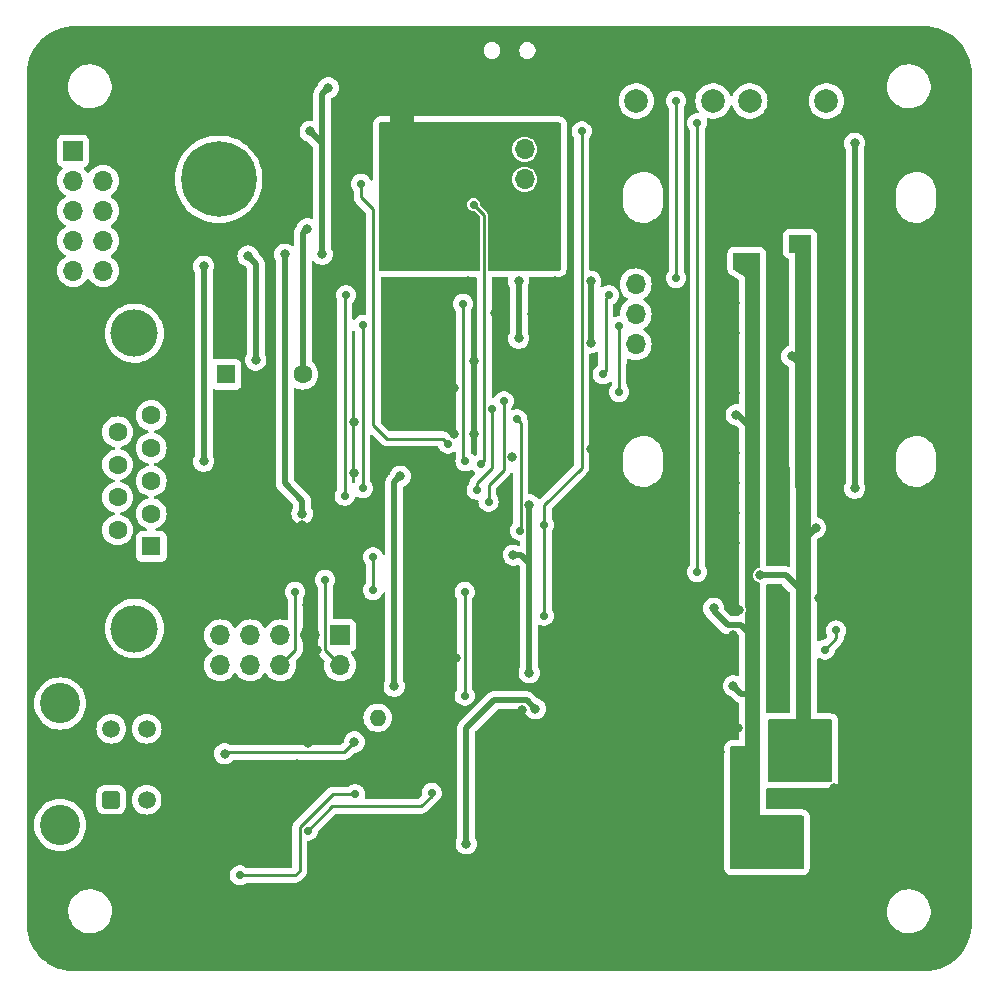
<source format=gbr>
%TF.GenerationSoftware,KiCad,Pcbnew,7.0.6*%
%TF.CreationDate,2023-12-01T23:56:47-07:00*%
%TF.ProjectId,H2 Sensor Board Lucy Rev 1,48322053-656e-4736-9f72-20426f617264,rev?*%
%TF.SameCoordinates,Original*%
%TF.FileFunction,Copper,L2,Bot*%
%TF.FilePolarity,Positive*%
%FSLAX46Y46*%
G04 Gerber Fmt 4.6, Leading zero omitted, Abs format (unit mm)*
G04 Created by KiCad (PCBNEW 7.0.6) date 2023-12-01 23:56:47*
%MOMM*%
%LPD*%
G01*
G04 APERTURE LIST*
G04 Aperture macros list*
%AMRoundRect*
0 Rectangle with rounded corners*
0 $1 Rounding radius*
0 $2 $3 $4 $5 $6 $7 $8 $9 X,Y pos of 4 corners*
0 Add a 4 corners polygon primitive as box body*
4,1,4,$2,$3,$4,$5,$6,$7,$8,$9,$2,$3,0*
0 Add four circle primitives for the rounded corners*
1,1,$1+$1,$2,$3*
1,1,$1+$1,$4,$5*
1,1,$1+$1,$6,$7*
1,1,$1+$1,$8,$9*
0 Add four rect primitives between the rounded corners*
20,1,$1+$1,$2,$3,$4,$5,0*
20,1,$1+$1,$4,$5,$6,$7,0*
20,1,$1+$1,$6,$7,$8,$9,0*
20,1,$1+$1,$8,$9,$2,$3,0*%
G04 Aperture macros list end*
%TA.AperFunction,ComponentPad*%
%ADD10RoundRect,0.250001X0.499999X-0.499999X0.499999X0.499999X-0.499999X0.499999X-0.499999X-0.499999X0*%
%TD*%
%TA.AperFunction,ComponentPad*%
%ADD11C,1.500000*%
%TD*%
%TA.AperFunction,ComponentPad*%
%ADD12C,3.410000*%
%TD*%
%TA.AperFunction,ComponentPad*%
%ADD13C,4.000000*%
%TD*%
%TA.AperFunction,ComponentPad*%
%ADD14R,1.600000X1.600000*%
%TD*%
%TA.AperFunction,ComponentPad*%
%ADD15C,1.600000*%
%TD*%
%TA.AperFunction,ComponentPad*%
%ADD16R,1.700000X1.700000*%
%TD*%
%TA.AperFunction,ComponentPad*%
%ADD17O,1.700000X1.700000*%
%TD*%
%TA.AperFunction,ComponentPad*%
%ADD18C,2.000000*%
%TD*%
%TA.AperFunction,ComponentPad*%
%ADD19O,1.550000X0.890000*%
%TD*%
%TA.AperFunction,ComponentPad*%
%ADD20O,0.950000X1.250000*%
%TD*%
%TA.AperFunction,ComponentPad*%
%ADD21C,1.400000*%
%TD*%
%TA.AperFunction,ComponentPad*%
%ADD22O,1.400000X1.400000*%
%TD*%
%TA.AperFunction,ComponentPad*%
%ADD23C,6.400000*%
%TD*%
%TA.AperFunction,SMDPad,CuDef*%
%ADD24C,2.000000*%
%TD*%
%TA.AperFunction,ViaPad*%
%ADD25C,0.800000*%
%TD*%
%TA.AperFunction,ViaPad*%
%ADD26C,0.700000*%
%TD*%
%TA.AperFunction,Conductor*%
%ADD27C,0.500000*%
%TD*%
%TA.AperFunction,Conductor*%
%ADD28C,0.250000*%
%TD*%
G04 APERTURE END LIST*
%TA.AperFunction,EtchedComponent*%
%TO.C,NT1*%
G36*
X120380000Y-80200000D02*
G01*
X118380000Y-80200000D01*
X118380000Y-76200000D01*
X120380000Y-76200000D01*
X120380000Y-80200000D01*
G37*
%TD.AperFunction*%
%TD*%
D10*
%TO.P,J2,1,Pin_1*%
%TO.N,/Power/12V_UP*%
X94787000Y-135334000D03*
D11*
%TO.P,J2,2,Pin_2*%
%TO.N,GND*%
X94787000Y-132334000D03*
%TO.P,J2,3,Pin_3*%
%TO.N,/Power/5V_UP*%
X94787000Y-129334000D03*
%TO.P,J2,4,Pin_4*%
%TO.N,/Power/12V_UP*%
X97787000Y-135334000D03*
%TO.P,J2,5,Pin_5*%
%TO.N,GND*%
X97787000Y-132334000D03*
%TO.P,J2,6,Pin_6*%
%TO.N,/Power/5V_UP*%
X97787000Y-129334000D03*
D12*
%TO.P,J2,MP*%
%TO.N,N/C*%
X90467000Y-137484000D03*
X90467000Y-127184000D03*
%TD*%
D13*
%TO.P,J3,0*%
%TO.N,N/C*%
X96751000Y-95843000D03*
X96751000Y-120843000D03*
D14*
%TO.P,J3,1,Pin_1*%
%TO.N,unconnected-(J3-Pin_1-Pad1)*%
X98171000Y-113883000D03*
D15*
%TO.P,J3,2,Pin_2*%
%TO.N,/CD-*%
X98171000Y-111113000D03*
%TO.P,J3,3,Pin_3*%
%TO.N,unconnected-(J3-Pin_3-Pad3)*%
X98171000Y-108343000D03*
%TO.P,J3,4,Pin_4*%
%TO.N,unconnected-(J3-Pin_4-Pad4)*%
X98171000Y-105573000D03*
%TO.P,J3,5,Pin_5*%
%TO.N,unconnected-(J3-Pin_5-Pad5)*%
X98171000Y-102803000D03*
%TO.P,J3,6,Pin_6*%
%TO.N,unconnected-(J3-Pin_6-Pad6)*%
X95331000Y-112498000D03*
%TO.P,J3,7,Pin_7*%
%TO.N,/CD+*%
X95331000Y-109728000D03*
%TO.P,J3,8,Pin_8*%
%TO.N,unconnected-(J3-Pin_8-Pad8)*%
X95331000Y-106958000D03*
%TO.P,J3,9,Pin_9*%
%TO.N,unconnected-(J3-Pin_9-Pad9)*%
X95331000Y-104188000D03*
%TD*%
D16*
%TO.P,J8,1,Pin_1*%
%TO.N,GND*%
X139192000Y-99314000D03*
D17*
%TO.P,J8,2,Pin_2*%
%TO.N,+5V*%
X139192000Y-96774000D03*
%TO.P,J8,3,Pin_3*%
%TO.N,/SCL*%
X139192000Y-94234000D03*
%TO.P,J8,4,Pin_4*%
%TO.N,/SDA*%
X139192000Y-91694000D03*
%TD*%
D18*
%TO.P,SW2,1,1*%
%TO.N,GND*%
X148844000Y-71664000D03*
X155344000Y-71664000D03*
%TO.P,SW2,2,2*%
%TO.N,/NRST*%
X148844000Y-76164000D03*
X155344000Y-76164000D03*
%TD*%
D16*
%TO.P,J4,1,Pin_1*%
%TO.N,+3V3*%
X91562000Y-80391000D03*
D17*
%TO.P,J4,2,Pin_2*%
%TO.N,GND*%
X94102000Y-80391000D03*
%TO.P,J4,3,Pin_3*%
%TO.N,/GPIO9*%
X91562000Y-82931000D03*
%TO.P,J4,4,Pin_4*%
%TO.N,unconnected-(J4-Pin_4-Pad4)*%
X94102000Y-82931000D03*
%TO.P,J4,5,Pin_5*%
%TO.N,/GPIO3*%
X91562000Y-85471000D03*
%TO.P,J4,6,Pin_6*%
%TO.N,/GPIO4*%
X94102000Y-85471000D03*
%TO.P,J4,7,Pin_7*%
%TO.N,/GPIO8*%
X91562000Y-88011000D03*
%TO.P,J4,8,Pin_8*%
%TO.N,/GPIO1*%
X94102000Y-88011000D03*
%TO.P,J4,9,Pin_9*%
%TO.N,/GPIO7*%
X91562000Y-90551000D03*
%TO.P,J4,10,Pin_10*%
%TO.N,/GPIO2*%
X94102000Y-90551000D03*
%TD*%
D18*
%TO.P,SW3,1,1*%
%TO.N,GND*%
X139244000Y-71664000D03*
X145744000Y-71664000D03*
%TO.P,SW3,2,2*%
%TO.N,/TARE*%
X139244000Y-76164000D03*
X145744000Y-76164000D03*
%TD*%
D14*
%TO.P,BZ1,1,-*%
%TO.N,Net-(BZ1--)*%
X104498000Y-99314000D03*
D15*
%TO.P,BZ1,2,+*%
%TO.N,Net-(BZ1-+)*%
X110998000Y-99314000D03*
%TD*%
D19*
%TO.P,J6,6,Shield*%
%TO.N,GND*%
X166015000Y-125465000D03*
D20*
X163315000Y-124465000D03*
X163315000Y-119465000D03*
D19*
X166015000Y-118465000D03*
%TD*%
D21*
%TO.P,R20,1*%
%TO.N,GND*%
X109728000Y-128397000D03*
D22*
%TO.P,R20,2*%
%TO.N,Net-(JP3-A)*%
X117348000Y-128397000D03*
%TD*%
D16*
%TO.P,J5,1,Pin_1*%
%TO.N,/NRST*%
X114173000Y-121412000D03*
D17*
%TO.P,J5,2,Pin_2*%
%TO.N,/DEBUG_SWDIO*%
X114173000Y-123952000D03*
%TO.P,J5,3,Pin_3*%
%TO.N,GND*%
X111633000Y-121412000D03*
%TO.P,J5,4,Pin_4*%
X111633000Y-123952000D03*
%TO.P,J5,5,Pin_5*%
%TO.N,unconnected-(J5-Pin_5-Pad5)*%
X109093000Y-121412000D03*
%TO.P,J5,6,Pin_6*%
%TO.N,/DEBUG_SWCLK*%
X109093000Y-123952000D03*
%TO.P,J5,7,Pin_7*%
%TO.N,+3V3*%
X106553000Y-121412000D03*
%TO.P,J5,8,Pin_8*%
X106553000Y-123952000D03*
%TO.P,J5,9,Pin_9*%
%TO.N,unconnected-(J5-Pin_9-Pad9)*%
X104013000Y-121412000D03*
%TO.P,J5,10,Pin_10*%
%TO.N,unconnected-(J5-Pin_10-Pad10)*%
X104013000Y-123952000D03*
%TD*%
D23*
%TO.P,U10,*%
%TO.N,*%
X103886000Y-82804000D03*
D16*
%TO.P,U10,1,GND*%
%TO.N,GNDA*%
X129794000Y-85344000D03*
D17*
%TO.P,U10,2,V_SENSE*%
%TO.N,/Sensors/V_SENSE*%
X129794000Y-82804000D03*
%TO.P,U10,3,V_HEAT*%
%TO.N,Net-(U10-V_HEAT)*%
X129794000Y-80264000D03*
%TD*%
D24*
%TO.P,NT1,1,1*%
%TO.N,GNDA*%
X119380000Y-80200000D03*
%TO.P,NT1,2,2*%
%TO.N,GND*%
X119380000Y-76200000D03*
%TD*%
D25*
%TO.N,GND*%
X165365477Y-146591750D03*
X165365477Y-144051750D03*
X165365477Y-141511750D03*
X165365477Y-133891750D03*
X165365477Y-111031750D03*
X165365477Y-108491750D03*
X165365477Y-105951750D03*
X165365477Y-103411750D03*
X165365477Y-100871750D03*
X165365477Y-98331750D03*
X165365477Y-95791750D03*
X165365477Y-93251750D03*
X165365477Y-90711750D03*
X165365477Y-88171750D03*
X165365477Y-85631750D03*
X165365477Y-83091750D03*
X165365477Y-80551750D03*
X165365477Y-78011750D03*
X165365477Y-75471750D03*
X165365477Y-72931750D03*
X162825477Y-141511750D03*
X162825477Y-133891750D03*
X162825477Y-126271750D03*
X162825477Y-103411750D03*
X162825477Y-100871750D03*
X162825477Y-98331750D03*
X162825477Y-95791750D03*
X162825477Y-93251750D03*
X162825477Y-88171750D03*
X162825477Y-80551750D03*
X162825477Y-78011750D03*
X160285477Y-141511750D03*
X160285477Y-133891750D03*
X160285477Y-126271750D03*
X160285477Y-111031750D03*
X160285477Y-105951750D03*
X160285477Y-103411750D03*
X160285477Y-100871750D03*
X160285477Y-98331750D03*
X160285477Y-95791750D03*
X160285477Y-93251750D03*
X160285477Y-90711750D03*
X160285477Y-88171750D03*
X160285477Y-85631750D03*
X160285477Y-83091750D03*
X160285477Y-80551750D03*
X160285477Y-78011750D03*
X157745477Y-146591750D03*
X157745477Y-144051750D03*
X157745477Y-78011750D03*
X155205477Y-146591750D03*
X155205477Y-116111750D03*
X155205477Y-100871750D03*
X155205477Y-98331750D03*
X155205477Y-95791750D03*
X155205477Y-90711750D03*
X155205477Y-85631750D03*
X155205477Y-83091750D03*
X152665477Y-85631750D03*
X152665477Y-83091750D03*
X152665477Y-78011750D03*
X152665477Y-72931750D03*
X150125477Y-146591750D03*
X150125477Y-85631750D03*
X150125477Y-78011750D03*
X147585477Y-113571750D03*
X147585477Y-111031750D03*
X147585477Y-108491750D03*
X147585477Y-105951750D03*
X147585477Y-100871750D03*
X147585477Y-95791750D03*
X147585477Y-93251750D03*
X147585477Y-85631750D03*
X147585477Y-83091750D03*
X142505477Y-146591750D03*
X142505477Y-133891750D03*
X142505477Y-123731750D03*
X142505477Y-113571750D03*
X142505477Y-108491750D03*
X142505477Y-105951750D03*
X142505477Y-72931750D03*
X139965477Y-146591750D03*
X139965477Y-123731750D03*
X139965477Y-121191750D03*
X139965477Y-113571750D03*
X139965477Y-111031750D03*
X137425477Y-146591750D03*
X137425477Y-144051750D03*
X137425477Y-141511750D03*
X137425477Y-138971750D03*
X137425477Y-123731750D03*
X137425477Y-121191750D03*
X137425477Y-85631750D03*
X137425477Y-83091750D03*
X134885477Y-146591750D03*
X134885477Y-123731750D03*
X134885477Y-121191750D03*
X132345477Y-146591750D03*
X132345477Y-123731750D03*
X129805477Y-146591750D03*
X127265477Y-146591750D03*
X127265477Y-123731750D03*
X127265477Y-121191750D03*
X124725477Y-146591750D03*
X122185477Y-146591750D03*
X122185477Y-144051750D03*
X122185477Y-131351750D03*
X122185477Y-98331750D03*
X122185477Y-72931750D03*
X119645477Y-146591750D03*
X119645477Y-144051750D03*
X119645477Y-72931750D03*
X117105477Y-146591750D03*
X117105477Y-131351750D03*
X117105477Y-123731750D03*
X117105477Y-105951750D03*
X117105477Y-72931750D03*
X114565477Y-72931750D03*
X112025477Y-146591750D03*
X112025477Y-103411750D03*
X112025477Y-72931750D03*
X109485477Y-146591750D03*
X109485477Y-116111750D03*
X109485477Y-85631750D03*
X109485477Y-75471750D03*
X109485477Y-72931750D03*
X106945477Y-146591750D03*
X106945477Y-144051750D03*
X106945477Y-108491750D03*
X106945477Y-105951750D03*
X106945477Y-103411750D03*
X106945477Y-75471750D03*
X106945477Y-72931750D03*
X104405477Y-146591750D03*
X104405477Y-144051750D03*
X104405477Y-126271750D03*
X104405477Y-118651750D03*
X104405477Y-105951750D03*
X104405477Y-103411750D03*
X104405477Y-95791750D03*
X104405477Y-88171750D03*
X104405477Y-75471750D03*
X104405477Y-72931750D03*
X101865477Y-146591750D03*
X101865477Y-144051750D03*
X101865477Y-133891750D03*
X101865477Y-131351750D03*
X101865477Y-126271750D03*
X101865477Y-123731750D03*
X101865477Y-121191750D03*
X101865477Y-118651750D03*
X101865477Y-88171750D03*
X101865477Y-75471750D03*
X101865477Y-72931750D03*
X99325477Y-146591750D03*
X99325477Y-144051750D03*
X99325477Y-126271750D03*
X99325477Y-123731750D03*
X99325477Y-118651750D03*
X99325477Y-116111750D03*
X99325477Y-98331750D03*
X99325477Y-85631750D03*
X99325477Y-83091750D03*
X99325477Y-80551750D03*
X99325477Y-75471750D03*
X99325477Y-72931750D03*
X96785477Y-146591750D03*
X96785477Y-144051750D03*
X96785477Y-141511750D03*
X96785477Y-138971750D03*
X96785477Y-126271750D03*
X96785477Y-116111750D03*
X96785477Y-83091750D03*
X96785477Y-75471750D03*
X96785477Y-72931750D03*
X94245477Y-141511750D03*
X94245477Y-138971750D03*
X94245477Y-126271750D03*
X94245477Y-123731750D03*
X94245477Y-118651750D03*
X94245477Y-116111750D03*
X91705477Y-141511750D03*
X91705477Y-133891750D03*
X91705477Y-131351750D03*
X91705477Y-123731750D03*
X91705477Y-121191750D03*
X91705477Y-118651750D03*
X91705477Y-116111750D03*
X91705477Y-113571750D03*
X91705477Y-111031750D03*
X91705477Y-108491750D03*
X91705477Y-105951750D03*
X91705477Y-103411750D03*
X91705477Y-100871750D03*
X89165477Y-146591750D03*
X89165477Y-144051750D03*
X89165477Y-141511750D03*
X89165477Y-133891750D03*
X89165477Y-131351750D03*
X89165477Y-123731750D03*
X89165477Y-121191750D03*
X89165477Y-118651750D03*
X89165477Y-116111750D03*
X89165477Y-113571750D03*
X89165477Y-111031750D03*
X89165477Y-108491750D03*
X89165477Y-105951750D03*
X89165477Y-103411750D03*
X89165477Y-100871750D03*
X89165477Y-98331750D03*
X89165477Y-95791750D03*
X89165477Y-93251750D03*
X89165477Y-90711750D03*
X89165477Y-88171750D03*
X89165477Y-85631750D03*
X89165477Y-83091750D03*
X89165477Y-80551750D03*
X89165477Y-78011750D03*
X89165477Y-75471750D03*
X89165477Y-72931750D03*
X138811000Y-128143000D03*
X137658500Y-113157000D03*
X143002000Y-96520000D03*
X126746000Y-115570000D03*
X155956000Y-134366000D03*
X156210000Y-125222000D03*
X147447000Y-121411500D03*
X146050000Y-143002000D03*
X129540000Y-139446000D03*
X123952000Y-112522000D03*
X135128000Y-131318000D03*
X146050000Y-136144000D03*
X131572000Y-74168000D03*
X130810000Y-97917000D03*
X92837000Y-93218000D03*
X96266000Y-130810000D03*
X112178500Y-122682000D03*
X127762000Y-134620000D03*
X115316000Y-107696000D03*
X115570000Y-144780000D03*
X159766000Y-108966000D03*
X111379000Y-118872000D03*
X121920000Y-123317000D03*
X140208000Y-134112000D03*
X164973000Y-135636000D03*
X146050000Y-146304000D03*
X147447000Y-122301000D03*
X122809000Y-127127000D03*
X161029000Y-121986000D03*
X110896400Y-112115600D03*
X136398000Y-133223000D03*
X156845000Y-142240000D03*
X127762000Y-129032000D03*
X113030000Y-144780000D03*
X133477000Y-94234000D03*
X121920000Y-133223000D03*
X133142702Y-112232450D03*
X156210000Y-73152000D03*
X142367000Y-130048000D03*
X157734000Y-112268000D03*
X146050000Y-137414000D03*
X103225600Y-115722400D03*
X132080000Y-106680000D03*
X146050000Y-138938000D03*
X139192000Y-100711000D03*
X98806000Y-130810000D03*
X139192000Y-73025000D03*
X137541000Y-107442000D03*
X134747000Y-127381000D03*
X147467376Y-124105743D03*
X122174000Y-110744000D03*
X119634000Y-106553000D03*
X106832400Y-117348000D03*
X146050000Y-148082000D03*
X132715000Y-96520000D03*
X155702000Y-107442000D03*
X110845600Y-114249200D03*
X123952000Y-110744000D03*
X162049299Y-120711701D03*
X130429000Y-94234000D03*
X161544000Y-117602000D03*
X147828000Y-129286000D03*
X121285000Y-91567000D03*
X153670000Y-142240000D03*
X143510000Y-135636000D03*
X105791000Y-111760000D03*
X92964000Y-96901000D03*
X142875000Y-100457000D03*
X122428000Y-139192000D03*
X119888000Y-123317000D03*
X165100000Y-128270000D03*
D26*
X95377000Y-80391000D03*
D25*
X146050000Y-140208000D03*
X94361000Y-100076000D03*
X115316000Y-103378000D03*
X150810000Y-127254000D03*
X132588000Y-114046000D03*
X129540000Y-127762000D03*
X146050000Y-141478000D03*
X110998000Y-133604000D03*
X151511000Y-122301000D03*
X93472000Y-130810000D03*
X113030000Y-142748000D03*
X123063000Y-95885000D03*
X147917500Y-119253000D03*
X114808000Y-86995000D03*
X109220000Y-81534000D03*
X122809000Y-128905000D03*
X129540000Y-131826000D03*
X146558000Y-129794000D03*
X111404400Y-130505200D03*
X134356195Y-112417500D03*
X149606000Y-73152000D03*
X127254000Y-94107000D03*
X96520000Y-133604000D03*
X163576000Y-111506000D03*
X125501647Y-104394000D03*
X150368000Y-83566000D03*
X136525000Y-127381000D03*
X151511000Y-121412000D03*
X132334000Y-91440000D03*
X110490000Y-132334000D03*
X156464000Y-118618000D03*
X112649000Y-124880500D03*
X145796000Y-73025000D03*
X115697000Y-120015000D03*
X155194000Y-109982000D03*
X160324800Y-119989600D03*
X163068000Y-137414000D03*
X155498000Y-144526000D03*
X110998000Y-134874000D03*
X104394000Y-108585000D03*
X123825000Y-100457000D03*
X135382000Y-105664000D03*
X163576000Y-90424000D03*
X162941000Y-130175000D03*
X108712000Y-144272000D03*
X155702000Y-103124000D03*
X146304000Y-131318000D03*
X164973000Y-139065000D03*
X153162000Y-148082000D03*
X142748000Y-111760000D03*
X98806000Y-133604000D03*
X112776000Y-107188000D03*
X128725500Y-106299000D03*
X123952000Y-123317000D03*
X156210000Y-92456000D03*
X115570000Y-142748000D03*
X135509000Y-114554000D03*
X156845000Y-136121500D03*
X130556000Y-104521000D03*
X126238000Y-144272000D03*
X115697000Y-93980000D03*
X112014000Y-133604000D03*
X104394000Y-139954000D03*
X154686000Y-118263500D03*
X127762000Y-131572000D03*
X112014000Y-134874000D03*
X151511000Y-118872000D03*
X113030000Y-91186000D03*
X144272000Y-148082000D03*
X129032000Y-144272000D03*
X123825000Y-104394000D03*
X125501647Y-98171000D03*
X104648000Y-128397000D03*
X143002000Y-92710000D03*
X93472000Y-133604000D03*
X146050000Y-144526000D03*
X116205000Y-79502000D03*
X140462000Y-129286000D03*
X120904000Y-93853000D03*
X109093000Y-118872000D03*
X165100000Y-131699000D03*
X124968000Y-91440000D03*
X136271000Y-73533000D03*
X154940000Y-141732000D03*
X122174000Y-112522000D03*
X129540000Y-135636000D03*
X115011200Y-114249200D03*
%TO.N,+3V3*%
X111633000Y-78740000D03*
X135382000Y-91440000D03*
X113157000Y-75057000D03*
X135382000Y-96647000D03*
X147466000Y-125711000D03*
X119253000Y-107950000D03*
X130175000Y-110363000D03*
X130175000Y-124587000D03*
X118745000Y-125730000D03*
X112649000Y-89154000D03*
X128827790Y-114627515D03*
X148844000Y-89662000D03*
X145796000Y-119126000D03*
X148082000Y-90170000D03*
X102616000Y-106680000D03*
X129286000Y-91440000D03*
X147701000Y-102743000D03*
X102616000Y-90170000D03*
X148844000Y-137160000D03*
X129286000Y-96266000D03*
D26*
%TO.N,/NRST*%
X134620000Y-78740000D03*
X131445000Y-112051500D03*
X131445000Y-119757500D03*
%TO.N,/TARE*%
X124587000Y-93345000D03*
X124777147Y-106680000D03*
X142621000Y-76164000D03*
X142621000Y-91186000D03*
D25*
%TO.N,+5V*%
X109474000Y-89154000D03*
X152400000Y-97780000D03*
X154432000Y-129540000D03*
X154432000Y-112313500D03*
X110948933Y-111117479D03*
X153543000Y-88138000D03*
X152654000Y-88519000D03*
X149693500Y-116332000D03*
%TO.N,/Power/7V*%
X130683000Y-127635000D03*
X124841000Y-139065000D03*
D26*
%TO.N,Net-(C19-Pad2)*%
X156159200Y-121005600D03*
X155187000Y-122619512D03*
%TO.N,/Power/12V_UP*%
X121920000Y-134747000D03*
X111418500Y-137954444D03*
D25*
%TO.N,Net-(U10-V_HEAT)*%
X157734000Y-108966000D03*
X157734000Y-79756000D03*
D26*
%TO.N,/DEBUG_SWDIO*%
X112903000Y-116713000D03*
%TO.N,/DEBUG_SWCLK*%
X110363000Y-117729000D03*
%TO.N,/BOOT0*%
X144399000Y-78065500D03*
X144399000Y-116078000D03*
%TO.N,/Power/~{FAULT}*%
X115443000Y-134865000D03*
X105664000Y-141732000D03*
D25*
%TO.N,Net-(U4-OVLO)*%
X104394000Y-131445000D03*
X115366800Y-130454400D03*
D26*
%TO.N,/CAN_STBY*%
X116941600Y-117602000D03*
X116941600Y-114808000D03*
%TO.N,/UART_TX*%
X124714000Y-117729000D03*
X124714000Y-126529500D03*
%TO.N,/GPIO9*%
X126735306Y-110098306D03*
X128016000Y-101600000D03*
%TO.N,/GPIO3*%
X129159000Y-103124000D03*
X129375500Y-112547500D03*
%TO.N,/GPIO4*%
X127039500Y-102274500D03*
X125730000Y-109093000D03*
%TO.N,/H2_SENSE*%
X126071500Y-106934000D03*
X125476000Y-84963000D03*
%TO.N,/SCL*%
X116096689Y-95151033D03*
X137795000Y-100838000D03*
X116078000Y-108966000D03*
X137795000Y-95240000D03*
%TO.N,/SDA*%
X114554000Y-109601000D03*
X114647000Y-92617000D03*
X136398000Y-99314000D03*
X136906000Y-92617000D03*
D25*
%TO.N,Net-(BZ1-+)*%
X111379000Y-86995000D03*
D26*
%TO.N,/BEEPER*%
X115951000Y-83185000D03*
X123285944Y-105187056D03*
D25*
%TO.N,GNDA*%
X127508000Y-89027000D03*
X125095000Y-83947000D03*
X124460000Y-81280000D03*
X121793000Y-89027000D03*
X118999000Y-89027000D03*
X131064000Y-85344000D03*
X123190000Y-86106000D03*
X127127000Y-85471000D03*
X124714000Y-89027000D03*
X131191000Y-89027000D03*
X119507000Y-85344000D03*
%TO.N,Net-(BZ1--)*%
X107022000Y-98094800D03*
X106375200Y-89306400D03*
%TD*%
D27*
%TO.N,+3V3*%
X102616000Y-90170000D02*
X102616000Y-106680000D01*
X112649000Y-89154000D02*
X112649000Y-79756000D01*
X147466000Y-125711000D02*
X148120000Y-126365000D01*
X148844000Y-121285000D02*
X148844000Y-90678000D01*
X112649000Y-75565000D02*
X112649000Y-79756000D01*
X129486515Y-114627515D02*
X130175000Y-115316000D01*
X130175000Y-122301000D02*
X130175000Y-124587000D01*
X148844000Y-90678000D02*
X148590000Y-90678000D01*
X148590000Y-90678000D02*
X148082000Y-90170000D01*
X130175000Y-115316000D02*
X130175000Y-118999000D01*
X148844000Y-103759000D02*
X148844000Y-105537000D01*
X135382000Y-95631000D02*
X135382000Y-96647000D01*
X106553000Y-121412000D02*
X106045000Y-121412000D01*
X147828000Y-102743000D02*
X148844000Y-103759000D01*
X145796000Y-119126000D02*
X145796000Y-119380000D01*
X145796000Y-119380000D02*
X146978000Y-120562000D01*
X148120000Y-126365000D02*
X148844000Y-126365000D01*
X112649000Y-79756000D02*
X111633000Y-78740000D01*
X118745000Y-125730000D02*
X118745000Y-108458000D01*
X130175000Y-118999000D02*
X130175000Y-110363000D01*
X147701000Y-102743000D02*
X147828000Y-102743000D01*
X148121000Y-120562000D02*
X148844000Y-121285000D01*
X118745000Y-108458000D02*
X119253000Y-107950000D01*
X148844000Y-126365000D02*
X148844000Y-121285000D01*
X146978000Y-120562000D02*
X148121000Y-120562000D01*
X148844000Y-90678000D02*
X148844000Y-89662000D01*
X129286000Y-96266000D02*
X129286000Y-91440000D01*
X130175000Y-122301000D02*
X130175000Y-118999000D01*
X128827790Y-114627515D02*
X129486515Y-114627515D01*
X113157000Y-75057000D02*
X112649000Y-75565000D01*
X135382000Y-91440000D02*
X135382000Y-95631000D01*
X148844000Y-126365000D02*
X148844000Y-137160000D01*
D28*
%TO.N,/NRST*%
X131445000Y-110400500D02*
X134620000Y-107225500D01*
X131445000Y-119757500D02*
X131445000Y-112051500D01*
X134620000Y-107225500D02*
X134620000Y-78740000D01*
X131445000Y-112051500D02*
X131445000Y-110400500D01*
%TO.N,/TARE*%
X124587000Y-93345000D02*
X124587000Y-106489853D01*
X124587000Y-106489853D02*
X124777147Y-106680000D01*
X142621000Y-91186000D02*
X142621000Y-76164000D01*
D27*
%TO.N,+5V*%
X153250000Y-117690000D02*
X153250000Y-118364000D01*
X153250000Y-114046000D02*
X153250000Y-117094000D01*
X149693500Y-116332000D02*
X151892000Y-116332000D01*
X152654000Y-88519000D02*
X153250000Y-89115000D01*
X153250000Y-115912000D02*
X153250000Y-117094000D01*
X110948933Y-110034533D02*
X109474000Y-108559600D01*
X153250000Y-113495500D02*
X154432000Y-112313500D01*
X109474000Y-108559600D02*
X109474000Y-89154000D01*
X153250000Y-118364000D02*
X153250000Y-128358000D01*
X153250000Y-98630000D02*
X152400000Y-97780000D01*
X153250000Y-99060000D02*
X153250000Y-98630000D01*
X153250000Y-128358000D02*
X154432000Y-129540000D01*
X153250000Y-114642000D02*
X153250000Y-118364000D01*
X110948933Y-111117479D02*
X110948933Y-110034533D01*
X153250000Y-117094000D02*
X153250000Y-118364000D01*
X153250000Y-89115000D02*
X153250000Y-99060000D01*
X153250000Y-114046000D02*
X153250000Y-113495500D01*
X153250000Y-99060000D02*
X153250000Y-114046000D01*
X151892000Y-116332000D02*
X153250000Y-117690000D01*
%TO.N,/Power/7V*%
X130683000Y-127635000D02*
X129960000Y-126912000D01*
X129960000Y-126912000D02*
X127155918Y-126912000D01*
X124841000Y-129226918D02*
X124841000Y-139065000D01*
X127155918Y-126912000D02*
X124841000Y-129226918D01*
D28*
%TO.N,Net-(C19-Pad2)*%
X156159200Y-121647312D02*
X156159200Y-121005600D01*
X155187000Y-122619512D02*
X156159200Y-121647312D01*
%TO.N,/Power/12V_UP*%
X121920000Y-135001000D02*
X121920000Y-134747000D01*
X113482944Y-135890000D02*
X121031000Y-135890000D01*
X111418500Y-137954444D02*
X113482944Y-135890000D01*
X121031000Y-135890000D02*
X121920000Y-135001000D01*
D27*
%TO.N,Net-(U10-V_HEAT)*%
X157734000Y-108966000D02*
X157734000Y-79756000D01*
D28*
%TO.N,/DEBUG_SWDIO*%
X112903000Y-122682000D02*
X114173000Y-123952000D01*
X112903000Y-116713000D02*
X112903000Y-122682000D01*
%TO.N,/DEBUG_SWCLK*%
X110363000Y-122682000D02*
X109093000Y-123952000D01*
X110363000Y-117729000D02*
X110363000Y-122682000D01*
%TO.N,/BOOT0*%
X144399000Y-116078000D02*
X144399000Y-78065500D01*
%TO.N,/Power/~{FAULT}*%
X110744000Y-137668000D02*
X110744000Y-141351000D01*
X110744000Y-141351000D02*
X110363000Y-141732000D01*
X115443000Y-134865000D02*
X113547000Y-134865000D01*
X110363000Y-141732000D02*
X105664000Y-141732000D01*
X113547000Y-134865000D02*
X110744000Y-137668000D01*
%TO.N,Net-(U4-OVLO)*%
X104521000Y-131318000D02*
X104394000Y-131445000D01*
X115366800Y-130454400D02*
X114503200Y-131318000D01*
X114503200Y-131318000D02*
X104521000Y-131318000D01*
%TO.N,/CAN_STBY*%
X116941600Y-117602000D02*
X116941600Y-114808000D01*
%TO.N,/UART_TX*%
X124714000Y-117729000D02*
X124714000Y-126529500D01*
%TO.N,/GPIO9*%
X128016000Y-101600000D02*
X128000500Y-101615500D01*
X128016000Y-106614805D02*
X128016000Y-107442000D01*
X128016000Y-107442000D02*
X126735306Y-108722694D01*
X128000500Y-101615500D02*
X128000500Y-106599305D01*
X128000500Y-106599305D02*
X128016000Y-106614805D01*
X126735306Y-108722694D02*
X126735306Y-110098306D01*
%TO.N,/GPIO3*%
X129450000Y-103415000D02*
X129450000Y-112473000D01*
X129159000Y-103124000D02*
X129450000Y-103415000D01*
X129450000Y-112473000D02*
X129375500Y-112547500D01*
%TO.N,/GPIO4*%
X125730000Y-108523595D02*
X125730000Y-109093000D01*
X127000000Y-107253595D02*
X125730000Y-108523595D01*
X127039500Y-102274500D02*
X127000000Y-102314000D01*
X127000000Y-102314000D02*
X127000000Y-107253595D01*
%TO.N,/H2_SENSE*%
X126365000Y-85852000D02*
X125476000Y-84963000D01*
X126365000Y-106640500D02*
X126365000Y-85852000D01*
X126071500Y-106934000D02*
X126365000Y-106640500D01*
%TO.N,/SCL*%
X137795000Y-100838000D02*
X137795000Y-95240000D01*
X116078000Y-95169722D02*
X116078000Y-108966000D01*
X116096689Y-95151033D02*
X116078000Y-95169722D01*
%TO.N,/SDA*%
X114647000Y-92617000D02*
X114554000Y-92710000D01*
X136652000Y-99060000D02*
X136398000Y-99314000D01*
X136652000Y-92871000D02*
X136652000Y-99060000D01*
X136906000Y-92617000D02*
X136652000Y-92871000D01*
X114554000Y-92710000D02*
X114554000Y-109601000D01*
D27*
%TO.N,Net-(BZ1-+)*%
X111379000Y-86995000D02*
X110998000Y-87376000D01*
X110998000Y-87376000D02*
X110998000Y-99314000D01*
D28*
%TO.N,/BEEPER*%
X116967000Y-103632000D02*
X116967000Y-85353305D01*
X116967000Y-85353305D02*
X115951000Y-84337305D01*
X115951000Y-84337305D02*
X115951000Y-83185000D01*
X123285944Y-105187056D02*
X122873888Y-104775000D01*
X122873888Y-104775000D02*
X118110000Y-104775000D01*
X118110000Y-104775000D02*
X116967000Y-103632000D01*
D27*
%TO.N,Net-(BZ1--)*%
X107022000Y-89953200D02*
X107022000Y-98094800D01*
X106375200Y-89306400D02*
X107022000Y-89953200D01*
%TD*%
%TA.AperFunction,Conductor*%
%TO.N,GNDA*%
G36*
X132785039Y-77997685D02*
G01*
X132830794Y-78050489D01*
X132842000Y-78102000D01*
X132842000Y-90427000D01*
X132822315Y-90494039D01*
X132769511Y-90539794D01*
X132718000Y-90551000D01*
X126814499Y-90551000D01*
X126747460Y-90531315D01*
X126701705Y-90478511D01*
X126690499Y-90427000D01*
X126690499Y-85868923D01*
X126690735Y-85863515D01*
X126694264Y-85823193D01*
X126683782Y-85784076D01*
X126682616Y-85778818D01*
X126675588Y-85738955D01*
X126675586Y-85738952D01*
X126675586Y-85738950D01*
X126673760Y-85733933D01*
X126666820Y-85717176D01*
X126664554Y-85712319D01*
X126664554Y-85712316D01*
X126641339Y-85679162D01*
X126638433Y-85674599D01*
X126618196Y-85639548D01*
X126618195Y-85639547D01*
X126618194Y-85639545D01*
X126587177Y-85613518D01*
X126583193Y-85609867D01*
X126063446Y-85090120D01*
X126029961Y-85028797D01*
X126028188Y-84986254D01*
X126031250Y-84963000D01*
X126012330Y-84819291D01*
X125956861Y-84685375D01*
X125868621Y-84570379D01*
X125753625Y-84482139D01*
X125753624Y-84482138D01*
X125753622Y-84482137D01*
X125619712Y-84426671D01*
X125619710Y-84426670D01*
X125619709Y-84426670D01*
X125547854Y-84417210D01*
X125476001Y-84407750D01*
X125475999Y-84407750D01*
X125332291Y-84426670D01*
X125332287Y-84426671D01*
X125198377Y-84482137D01*
X125083379Y-84570379D01*
X124995137Y-84685377D01*
X124939671Y-84819287D01*
X124939670Y-84819291D01*
X124920750Y-84962999D01*
X124920750Y-84963000D01*
X124939670Y-85106708D01*
X124939671Y-85106712D01*
X124995137Y-85240622D01*
X124995138Y-85240624D01*
X124995139Y-85240625D01*
X125083379Y-85355621D01*
X125198375Y-85443861D01*
X125332291Y-85499330D01*
X125476000Y-85518250D01*
X125499253Y-85515188D01*
X125568286Y-85525952D01*
X125603120Y-85550445D01*
X126003181Y-85950507D01*
X126036665Y-86011828D01*
X126039499Y-86038186D01*
X126039499Y-90427000D01*
X126019814Y-90494039D01*
X125967010Y-90539794D01*
X125915499Y-90551000D01*
X117599000Y-90551000D01*
X117531961Y-90531315D01*
X117486206Y-90478511D01*
X117475000Y-90427000D01*
X117475000Y-82804000D01*
X128738417Y-82804000D01*
X128758699Y-83009932D01*
X128758700Y-83009934D01*
X128818768Y-83207954D01*
X128916315Y-83390450D01*
X128916317Y-83390452D01*
X129047589Y-83550410D01*
X129144209Y-83629702D01*
X129207550Y-83681685D01*
X129390046Y-83779232D01*
X129588066Y-83839300D01*
X129588065Y-83839300D01*
X129606529Y-83841118D01*
X129794000Y-83859583D01*
X129999934Y-83839300D01*
X130197954Y-83779232D01*
X130380450Y-83681685D01*
X130540410Y-83550410D01*
X130671685Y-83390450D01*
X130769232Y-83207954D01*
X130829300Y-83009934D01*
X130849583Y-82804000D01*
X130829300Y-82598066D01*
X130769232Y-82400046D01*
X130671685Y-82217550D01*
X130619702Y-82154209D01*
X130540410Y-82057589D01*
X130380452Y-81926317D01*
X130380453Y-81926317D01*
X130380450Y-81926315D01*
X130197954Y-81828768D01*
X129999934Y-81768700D01*
X129999932Y-81768699D01*
X129999934Y-81768699D01*
X129794000Y-81748417D01*
X129588067Y-81768699D01*
X129390043Y-81828769D01*
X129279898Y-81887643D01*
X129207550Y-81926315D01*
X129207548Y-81926316D01*
X129207547Y-81926317D01*
X129047589Y-82057589D01*
X128916317Y-82217547D01*
X128818769Y-82400043D01*
X128758699Y-82598067D01*
X128738417Y-82804000D01*
X117475000Y-82804000D01*
X117475000Y-80263999D01*
X128738417Y-80263999D01*
X128758699Y-80469932D01*
X128758700Y-80469934D01*
X128818768Y-80667954D01*
X128916315Y-80850450D01*
X128916317Y-80850452D01*
X129047589Y-81010410D01*
X129144209Y-81089702D01*
X129207550Y-81141685D01*
X129390046Y-81239232D01*
X129588066Y-81299300D01*
X129588065Y-81299300D01*
X129606529Y-81301118D01*
X129794000Y-81319583D01*
X129999934Y-81299300D01*
X130197954Y-81239232D01*
X130380450Y-81141685D01*
X130540410Y-81010410D01*
X130671685Y-80850450D01*
X130769232Y-80667954D01*
X130829300Y-80469934D01*
X130849583Y-80264000D01*
X130829300Y-80058066D01*
X130769232Y-79860046D01*
X130671685Y-79677550D01*
X130619702Y-79614209D01*
X130540410Y-79517589D01*
X130380452Y-79386317D01*
X130380453Y-79386317D01*
X130380450Y-79386315D01*
X130197954Y-79288768D01*
X129999934Y-79228700D01*
X129999932Y-79228699D01*
X129999934Y-79228699D01*
X129812463Y-79210235D01*
X129794000Y-79208417D01*
X129793999Y-79208417D01*
X129588067Y-79228699D01*
X129390043Y-79288769D01*
X129279898Y-79347643D01*
X129207550Y-79386315D01*
X129207548Y-79386316D01*
X129207547Y-79386317D01*
X129047589Y-79517589D01*
X128916317Y-79677547D01*
X128818769Y-79860043D01*
X128758699Y-80058067D01*
X128738417Y-80263999D01*
X117475000Y-80263999D01*
X117475000Y-78102000D01*
X117494685Y-78034961D01*
X117547489Y-77989206D01*
X117599000Y-77978000D01*
X132718000Y-77978000D01*
X132785039Y-77997685D01*
G37*
%TD.AperFunction*%
%TD*%
%TA.AperFunction,Conductor*%
%TO.N,GND*%
G36*
X151596809Y-117102185D02*
G01*
X151617451Y-117118819D01*
X152204675Y-117706043D01*
X152238160Y-117767366D01*
X152240993Y-117793325D01*
X152273472Y-127894100D01*
X152254003Y-127961203D01*
X152201347Y-128007127D01*
X152149473Y-128018499D01*
X150492010Y-128018499D01*
X150491990Y-128018501D01*
X150384534Y-128030054D01*
X150382310Y-128030414D01*
X150381792Y-128030348D01*
X150381242Y-128030408D01*
X150381228Y-128030277D01*
X150312987Y-128021693D01*
X150259384Y-127976877D01*
X150238519Y-127910195D01*
X150238500Y-127908007D01*
X150238500Y-117206500D01*
X150258185Y-117139461D01*
X150310989Y-117093706D01*
X150362500Y-117082500D01*
X151529770Y-117082500D01*
X151596809Y-117102185D01*
G37*
%TD.AperFunction*%
%TA.AperFunction,Conductor*%
G36*
X115384703Y-95631477D02*
G01*
X115403820Y-95652307D01*
X115404832Y-95653701D01*
X115420648Y-95671265D01*
X115450879Y-95734256D01*
X115452500Y-95754239D01*
X115452500Y-108342036D01*
X115432815Y-108409075D01*
X115420651Y-108425007D01*
X115395651Y-108452773D01*
X115336165Y-108489422D01*
X115266308Y-108488093D01*
X115208259Y-108449207D01*
X115180449Y-108385111D01*
X115179500Y-108369802D01*
X115179500Y-95725190D01*
X115199185Y-95658151D01*
X115251989Y-95612396D01*
X115321147Y-95602452D01*
X115384703Y-95631477D01*
G37*
%TD.AperFunction*%
%TA.AperFunction,Conductor*%
G36*
X125682539Y-91076185D02*
G01*
X125728294Y-91128989D01*
X125739500Y-91180500D01*
X125739500Y-106070301D01*
X125719815Y-106137340D01*
X125667011Y-106183095D01*
X125665937Y-106183580D01*
X125643905Y-106193389D01*
X125643900Y-106193392D01*
X125637230Y-106198238D01*
X125571422Y-106221712D01*
X125503369Y-106205882D01*
X125472203Y-106180886D01*
X125349382Y-106044478D01*
X125349379Y-106044476D01*
X125349378Y-106044475D01*
X125349377Y-106044474D01*
X125263613Y-105982162D01*
X125220949Y-105926832D01*
X125212500Y-105881845D01*
X125212500Y-93968962D01*
X125232185Y-93901923D01*
X125244351Y-93885989D01*
X125278859Y-93847665D01*
X125368250Y-93692835D01*
X125423497Y-93522803D01*
X125442185Y-93345000D01*
X125423497Y-93167197D01*
X125368250Y-92997165D01*
X125278859Y-92842335D01*
X125232003Y-92790296D01*
X125159235Y-92709478D01*
X125159232Y-92709476D01*
X125159231Y-92709475D01*
X125159230Y-92709474D01*
X125014593Y-92604388D01*
X124851267Y-92531671D01*
X124851265Y-92531670D01*
X124723594Y-92504533D01*
X124676391Y-92494500D01*
X124497609Y-92494500D01*
X124466954Y-92501015D01*
X124322733Y-92531670D01*
X124322728Y-92531672D01*
X124159408Y-92604387D01*
X124014768Y-92709475D01*
X123895140Y-92842336D01*
X123805750Y-92997164D01*
X123805747Y-92997170D01*
X123750504Y-93167192D01*
X123750503Y-93167194D01*
X123731815Y-93345000D01*
X123750503Y-93522805D01*
X123750504Y-93522807D01*
X123805747Y-93692829D01*
X123805750Y-93692835D01*
X123895141Y-93847665D01*
X123916113Y-93870956D01*
X123929649Y-93885990D01*
X123959879Y-93948981D01*
X123961499Y-93968962D01*
X123961500Y-104383236D01*
X123941815Y-104450275D01*
X123889011Y-104496030D01*
X123819853Y-104505974D01*
X123764614Y-104483554D01*
X123713537Y-104446444D01*
X123550211Y-104373727D01*
X123550209Y-104373726D01*
X123420979Y-104346258D01*
X123375335Y-104336556D01*
X123375334Y-104336556D01*
X123371144Y-104336556D01*
X123304105Y-104316871D01*
X123289138Y-104305567D01*
X123288360Y-104304881D01*
X123282874Y-104300625D01*
X123278449Y-104296847D01*
X123244470Y-104264938D01*
X123244468Y-104264936D01*
X123244465Y-104264935D01*
X123226917Y-104255288D01*
X123210651Y-104244604D01*
X123194821Y-104232325D01*
X123152056Y-104213818D01*
X123146810Y-104211248D01*
X123105981Y-104188803D01*
X123105980Y-104188802D01*
X123086581Y-104183822D01*
X123068169Y-104177518D01*
X123049786Y-104169562D01*
X123049780Y-104169560D01*
X123003762Y-104162272D01*
X122998040Y-104161087D01*
X122952909Y-104149500D01*
X122952907Y-104149500D01*
X122932872Y-104149500D01*
X122913474Y-104147973D01*
X122906050Y-104146797D01*
X122893693Y-104144840D01*
X122893692Y-104144840D01*
X122847304Y-104149225D01*
X122841466Y-104149500D01*
X118420452Y-104149500D01*
X118353413Y-104129815D01*
X118332771Y-104113181D01*
X117628819Y-103409228D01*
X117595334Y-103347905D01*
X117592500Y-103321547D01*
X117592500Y-91180500D01*
X117612185Y-91113461D01*
X117664989Y-91067706D01*
X117716500Y-91056500D01*
X125615500Y-91056500D01*
X125682539Y-91076185D01*
G37*
%TD.AperFunction*%
%TA.AperFunction,Conductor*%
G36*
X163641423Y-69850566D02*
G01*
X163680986Y-69852394D01*
X163812950Y-69858495D01*
X164012549Y-69868302D01*
X164018048Y-69868819D01*
X164203357Y-69894668D01*
X164389828Y-69922329D01*
X164394871Y-69923294D01*
X164579341Y-69966681D01*
X164760221Y-70011989D01*
X164764797Y-70013327D01*
X164945568Y-70073916D01*
X165120339Y-70136450D01*
X165124471Y-70138100D01*
X165182986Y-70163936D01*
X165299474Y-70215370D01*
X165466973Y-70294592D01*
X165470601Y-70296457D01*
X165638128Y-70389770D01*
X165638142Y-70389778D01*
X165796964Y-70484972D01*
X165800119Y-70486996D01*
X165958603Y-70595559D01*
X166107377Y-70705897D01*
X166110001Y-70707957D01*
X166258027Y-70830876D01*
X166395321Y-70955314D01*
X166397514Y-70957402D01*
X166532596Y-71092484D01*
X166534687Y-71094680D01*
X166659129Y-71231980D01*
X166782034Y-71379989D01*
X166784109Y-71382632D01*
X166894443Y-71531400D01*
X167003002Y-71689879D01*
X167005032Y-71693044D01*
X167100221Y-71851857D01*
X167193527Y-72019371D01*
X167195410Y-72023034D01*
X167274638Y-72190547D01*
X167351899Y-72365527D01*
X167353558Y-72369685D01*
X167416093Y-72544459D01*
X167476662Y-72725173D01*
X167478018Y-72729812D01*
X167523317Y-72910654D01*
X167566696Y-73095090D01*
X167567672Y-73100189D01*
X167595337Y-73286689D01*
X167621177Y-73471933D01*
X167621697Y-73477459D01*
X167631512Y-73677238D01*
X167639434Y-73848575D01*
X167639500Y-73851439D01*
X167639500Y-145858560D01*
X167639434Y-145861424D01*
X167631512Y-146032761D01*
X167621697Y-146232539D01*
X167621177Y-146238065D01*
X167595337Y-146423310D01*
X167567672Y-146609809D01*
X167566696Y-146614908D01*
X167523317Y-146799345D01*
X167478018Y-146980186D01*
X167476662Y-146984825D01*
X167416093Y-147165540D01*
X167353557Y-147340314D01*
X167351899Y-147344470D01*
X167274638Y-147519452D01*
X167195410Y-147686964D01*
X167193527Y-147690627D01*
X167100221Y-147858142D01*
X167005032Y-148016954D01*
X167003002Y-148020118D01*
X166894437Y-148178608D01*
X166784121Y-148327350D01*
X166782021Y-148330025D01*
X166659132Y-148478016D01*
X166534695Y-148615310D01*
X166532596Y-148617514D01*
X166397514Y-148752596D01*
X166395310Y-148754695D01*
X166258016Y-148879132D01*
X166110025Y-149002021D01*
X166107350Y-149004121D01*
X165958608Y-149114437D01*
X165800118Y-149223002D01*
X165796954Y-149225032D01*
X165638142Y-149320221D01*
X165470627Y-149413527D01*
X165466964Y-149415410D01*
X165299452Y-149494638D01*
X165124470Y-149571899D01*
X165120314Y-149573557D01*
X164945540Y-149636093D01*
X164764825Y-149696662D01*
X164760186Y-149698018D01*
X164579345Y-149743317D01*
X164394908Y-149786696D01*
X164389809Y-149787672D01*
X164203310Y-149815337D01*
X164018065Y-149841177D01*
X164012539Y-149841697D01*
X163812761Y-149851512D01*
X163641424Y-149859434D01*
X163638560Y-149859500D01*
X91631440Y-149859500D01*
X91628576Y-149859434D01*
X91457238Y-149851512D01*
X91257459Y-149841697D01*
X91251933Y-149841177D01*
X91066689Y-149815337D01*
X90880189Y-149787672D01*
X90875090Y-149786696D01*
X90690654Y-149743317D01*
X90509812Y-149698018D01*
X90505173Y-149696662D01*
X90324459Y-149636093D01*
X90149685Y-149573558D01*
X90145527Y-149571899D01*
X89970547Y-149494638D01*
X89803034Y-149415410D01*
X89799371Y-149413527D01*
X89631857Y-149320221D01*
X89473044Y-149225032D01*
X89469879Y-149223002D01*
X89360371Y-149147989D01*
X89311392Y-149114437D01*
X89162632Y-149004109D01*
X89159989Y-149002034D01*
X89011980Y-148879129D01*
X88874688Y-148754695D01*
X88872484Y-148752596D01*
X88737402Y-148617514D01*
X88735314Y-148615321D01*
X88610867Y-148478016D01*
X88487957Y-148330001D01*
X88485897Y-148327377D01*
X88375559Y-148178603D01*
X88266995Y-148020118D01*
X88264966Y-148016954D01*
X88169778Y-147858142D01*
X88142261Y-147808740D01*
X88076457Y-147690601D01*
X88074588Y-147686964D01*
X87995361Y-147519452D01*
X87918100Y-147344471D01*
X87916450Y-147340339D01*
X87853906Y-147165540D01*
X87793327Y-146984797D01*
X87791989Y-146980221D01*
X87746675Y-146799315D01*
X87741402Y-146776895D01*
X87703294Y-146614871D01*
X87702329Y-146609828D01*
X87674662Y-146423310D01*
X87648819Y-146238048D01*
X87648302Y-146232549D01*
X87638487Y-146032761D01*
X87630566Y-145861423D01*
X87630500Y-145858560D01*
X87630500Y-144847763D01*
X91145787Y-144847763D01*
X91175413Y-145117013D01*
X91175415Y-145117024D01*
X91243926Y-145379082D01*
X91243928Y-145379088D01*
X91349870Y-145628390D01*
X91421998Y-145746575D01*
X91490979Y-145859605D01*
X91490986Y-145859615D01*
X91664253Y-146067819D01*
X91664259Y-146067824D01*
X91865998Y-146248582D01*
X92091910Y-146398044D01*
X92337176Y-146513020D01*
X92337183Y-146513022D01*
X92337185Y-146513023D01*
X92596557Y-146591057D01*
X92596564Y-146591058D01*
X92596569Y-146591060D01*
X92864561Y-146630500D01*
X92864566Y-146630500D01*
X93067636Y-146630500D01*
X93119133Y-146626730D01*
X93270156Y-146615677D01*
X93382758Y-146590593D01*
X93534546Y-146556782D01*
X93534548Y-146556781D01*
X93534553Y-146556780D01*
X93787558Y-146460014D01*
X94023777Y-146327441D01*
X94238177Y-146161888D01*
X94426186Y-145966881D01*
X94583799Y-145746579D01*
X94657787Y-145602669D01*
X94707649Y-145505690D01*
X94707651Y-145505684D01*
X94707656Y-145505675D01*
X94795118Y-145249305D01*
X94844319Y-144982933D01*
X94849259Y-144847763D01*
X160451787Y-144847763D01*
X160481413Y-145117013D01*
X160481415Y-145117024D01*
X160549926Y-145379082D01*
X160549928Y-145379088D01*
X160655870Y-145628390D01*
X160727998Y-145746575D01*
X160796979Y-145859605D01*
X160796986Y-145859615D01*
X160970253Y-146067819D01*
X160970259Y-146067824D01*
X161171998Y-146248582D01*
X161397910Y-146398044D01*
X161643176Y-146513020D01*
X161643183Y-146513022D01*
X161643185Y-146513023D01*
X161902557Y-146591057D01*
X161902564Y-146591058D01*
X161902569Y-146591060D01*
X162170561Y-146630500D01*
X162170566Y-146630500D01*
X162373636Y-146630500D01*
X162425133Y-146626730D01*
X162576156Y-146615677D01*
X162688758Y-146590593D01*
X162840546Y-146556782D01*
X162840548Y-146556781D01*
X162840553Y-146556780D01*
X163093558Y-146460014D01*
X163329777Y-146327441D01*
X163544177Y-146161888D01*
X163732186Y-145966881D01*
X163889799Y-145746579D01*
X163963787Y-145602669D01*
X164013649Y-145505690D01*
X164013651Y-145505684D01*
X164013656Y-145505675D01*
X164101118Y-145249305D01*
X164150319Y-144982933D01*
X164160212Y-144712235D01*
X164130586Y-144442982D01*
X164062072Y-144180912D01*
X163956130Y-143931610D01*
X163815018Y-143700390D01*
X163725747Y-143593119D01*
X163641746Y-143492180D01*
X163641740Y-143492175D01*
X163440002Y-143311418D01*
X163214092Y-143161957D01*
X163214090Y-143161956D01*
X162968824Y-143046980D01*
X162968819Y-143046978D01*
X162968814Y-143046976D01*
X162709442Y-142968942D01*
X162709428Y-142968939D01*
X162593791Y-142951921D01*
X162441439Y-142929500D01*
X162238369Y-142929500D01*
X162238364Y-142929500D01*
X162035844Y-142944323D01*
X162035831Y-142944325D01*
X161771453Y-143003217D01*
X161771446Y-143003220D01*
X161518439Y-143099987D01*
X161282226Y-143232557D01*
X161067822Y-143398112D01*
X160879822Y-143593109D01*
X160879816Y-143593116D01*
X160722202Y-143813419D01*
X160722199Y-143813424D01*
X160598350Y-144054309D01*
X160598343Y-144054327D01*
X160510884Y-144310685D01*
X160510881Y-144310699D01*
X160461681Y-144577068D01*
X160461680Y-144577075D01*
X160451787Y-144847763D01*
X94849259Y-144847763D01*
X94854212Y-144712235D01*
X94824586Y-144442982D01*
X94756072Y-144180912D01*
X94650130Y-143931610D01*
X94509018Y-143700390D01*
X94419747Y-143593119D01*
X94335746Y-143492180D01*
X94335740Y-143492175D01*
X94134002Y-143311418D01*
X93908092Y-143161957D01*
X93908090Y-143161956D01*
X93662824Y-143046980D01*
X93662819Y-143046978D01*
X93662814Y-143046976D01*
X93403442Y-142968942D01*
X93403428Y-142968939D01*
X93287791Y-142951921D01*
X93135439Y-142929500D01*
X92932369Y-142929500D01*
X92932364Y-142929500D01*
X92729844Y-142944323D01*
X92729831Y-142944325D01*
X92465453Y-143003217D01*
X92465446Y-143003220D01*
X92212439Y-143099987D01*
X91976226Y-143232557D01*
X91761822Y-143398112D01*
X91573822Y-143593109D01*
X91573816Y-143593116D01*
X91416202Y-143813419D01*
X91416199Y-143813424D01*
X91292350Y-144054309D01*
X91292343Y-144054327D01*
X91204884Y-144310685D01*
X91204881Y-144310699D01*
X91155681Y-144577068D01*
X91155680Y-144577075D01*
X91145787Y-144847763D01*
X87630500Y-144847763D01*
X87630500Y-141732000D01*
X104808815Y-141732000D01*
X104814529Y-141786364D01*
X104827503Y-141909805D01*
X104827504Y-141909807D01*
X104882747Y-142079829D01*
X104882750Y-142079835D01*
X104972141Y-142234665D01*
X104992340Y-142257098D01*
X105091764Y-142367521D01*
X105091767Y-142367523D01*
X105091770Y-142367526D01*
X105236407Y-142472612D01*
X105399733Y-142545329D01*
X105574609Y-142582500D01*
X105574610Y-142582500D01*
X105753389Y-142582500D01*
X105753391Y-142582500D01*
X105928267Y-142545329D01*
X106091593Y-142472612D01*
X106182244Y-142406749D01*
X106217435Y-142381182D01*
X106283242Y-142357702D01*
X106290321Y-142357500D01*
X110280257Y-142357500D01*
X110295877Y-142359224D01*
X110295904Y-142358939D01*
X110303660Y-142359671D01*
X110303667Y-142359673D01*
X110372814Y-142357500D01*
X110402350Y-142357500D01*
X110409228Y-142356630D01*
X110415041Y-142356172D01*
X110461627Y-142354709D01*
X110480869Y-142349117D01*
X110499912Y-142345174D01*
X110519792Y-142342664D01*
X110563122Y-142325507D01*
X110568646Y-142323617D01*
X110572396Y-142322527D01*
X110613390Y-142310618D01*
X110630629Y-142300422D01*
X110648103Y-142291862D01*
X110666727Y-142284488D01*
X110666727Y-142284487D01*
X110666732Y-142284486D01*
X110704449Y-142257082D01*
X110709305Y-142253892D01*
X110749420Y-142230170D01*
X110763586Y-142216003D01*
X110778381Y-142203368D01*
X110794584Y-142191596D01*
X110794583Y-142191596D01*
X110794587Y-142191594D01*
X110824299Y-142155676D01*
X110828211Y-142151378D01*
X111127785Y-141851803D01*
X111140041Y-141841987D01*
X111139858Y-141841765D01*
X111145875Y-141836787D01*
X111145874Y-141836787D01*
X111145877Y-141836786D01*
X111170251Y-141810829D01*
X111193227Y-141786364D01*
X111203671Y-141775918D01*
X111214120Y-141765471D01*
X111218379Y-141759978D01*
X111222152Y-141755561D01*
X111254062Y-141721582D01*
X111263713Y-141704024D01*
X111274396Y-141687761D01*
X111286673Y-141671936D01*
X111305185Y-141629153D01*
X111307738Y-141623941D01*
X111330197Y-141583092D01*
X111335180Y-141563680D01*
X111341481Y-141545280D01*
X111349437Y-141526896D01*
X111356729Y-141480852D01*
X111357906Y-141475171D01*
X111369500Y-141430019D01*
X111369500Y-141409982D01*
X111371027Y-141390582D01*
X111374160Y-141370804D01*
X111369775Y-141324415D01*
X111369500Y-141318577D01*
X111369500Y-139065000D01*
X123935540Y-139065000D01*
X123955326Y-139253256D01*
X123955327Y-139253259D01*
X124013818Y-139433277D01*
X124013821Y-139433284D01*
X124108467Y-139597216D01*
X124178795Y-139675323D01*
X124235129Y-139737888D01*
X124388265Y-139849148D01*
X124388270Y-139849151D01*
X124561192Y-139926142D01*
X124561197Y-139926144D01*
X124746354Y-139965500D01*
X124746355Y-139965500D01*
X124935644Y-139965500D01*
X124935646Y-139965500D01*
X125120803Y-139926144D01*
X125293730Y-139849151D01*
X125446871Y-139737888D01*
X125573533Y-139597216D01*
X125668179Y-139433284D01*
X125726674Y-139253256D01*
X125746460Y-139065000D01*
X125726674Y-138876744D01*
X125668179Y-138696716D01*
X125667221Y-138695056D01*
X125608113Y-138592677D01*
X125591500Y-138530677D01*
X125591500Y-129589146D01*
X125611185Y-129522107D01*
X125627814Y-129501470D01*
X127430465Y-127698819D01*
X127491789Y-127665334D01*
X127518147Y-127662500D01*
X129597770Y-127662500D01*
X129664809Y-127682185D01*
X129685451Y-127698819D01*
X129770228Y-127783596D01*
X129800478Y-127832958D01*
X129855819Y-128003280D01*
X129855821Y-128003284D01*
X129950467Y-128167216D01*
X130077128Y-128307888D01*
X130077129Y-128307888D01*
X130230265Y-128419148D01*
X130230270Y-128419151D01*
X130403192Y-128496142D01*
X130403197Y-128496144D01*
X130588354Y-128535500D01*
X130588355Y-128535500D01*
X130777644Y-128535500D01*
X130777646Y-128535500D01*
X130962803Y-128496144D01*
X131135730Y-128419151D01*
X131288871Y-128307888D01*
X131415533Y-128167216D01*
X131510179Y-128003284D01*
X131568674Y-127823256D01*
X131588460Y-127635000D01*
X131568674Y-127446744D01*
X131510179Y-127266716D01*
X131415533Y-127102784D01*
X131288871Y-126962112D01*
X131288870Y-126962111D01*
X131135734Y-126850851D01*
X131135729Y-126850848D01*
X130962807Y-126773857D01*
X130962802Y-126773855D01*
X130897669Y-126760011D01*
X130836187Y-126726818D01*
X130835769Y-126726402D01*
X130695355Y-126585988D01*
X130535729Y-126426361D01*
X130523949Y-126412730D01*
X130516482Y-126402701D01*
X130509612Y-126393472D01*
X130509610Y-126393470D01*
X130469587Y-126359886D01*
X130465612Y-126356244D01*
X130462690Y-126353322D01*
X130459780Y-126350411D01*
X130434040Y-126330059D01*
X130375209Y-126280694D01*
X130369180Y-126276729D01*
X130369212Y-126276680D01*
X130362853Y-126272628D01*
X130362822Y-126272679D01*
X130356680Y-126268891D01*
X130356678Y-126268890D01*
X130356677Y-126268889D01*
X130317474Y-126250608D01*
X130287058Y-126236424D01*
X130252894Y-126219267D01*
X130218433Y-126201960D01*
X130218431Y-126201959D01*
X130218430Y-126201959D01*
X130211645Y-126199489D01*
X130211665Y-126199433D01*
X130204549Y-126196959D01*
X130204531Y-126197015D01*
X130197671Y-126194742D01*
X130169841Y-126188996D01*
X130122434Y-126179207D01*
X130073472Y-126167603D01*
X130047719Y-126161499D01*
X130040547Y-126160661D01*
X130040553Y-126160601D01*
X130033055Y-126159835D01*
X130033050Y-126159895D01*
X130025860Y-126159265D01*
X129949083Y-126161500D01*
X127219623Y-126161500D01*
X127201653Y-126160191D01*
X127177890Y-126156710D01*
X127132808Y-126160655D01*
X127125851Y-126161264D01*
X127120450Y-126161500D01*
X127112206Y-126161500D01*
X127079625Y-126165308D01*
X127003117Y-126172001D01*
X126996051Y-126173461D01*
X126996039Y-126173404D01*
X126988672Y-126175038D01*
X126988686Y-126175094D01*
X126981669Y-126176756D01*
X126909491Y-126203026D01*
X126836580Y-126227187D01*
X126830037Y-126230238D01*
X126830012Y-126230186D01*
X126823232Y-126233468D01*
X126823258Y-126233520D01*
X126816799Y-126236764D01*
X126752627Y-126278970D01*
X126687263Y-126319288D01*
X126681595Y-126323770D01*
X126681559Y-126323724D01*
X126675716Y-126328484D01*
X126675753Y-126328528D01*
X126670228Y-126333164D01*
X126670222Y-126333169D01*
X126670222Y-126333170D01*
X126648462Y-126356234D01*
X126617515Y-126389035D01*
X124355358Y-128651190D01*
X124341729Y-128662969D01*
X124322468Y-128677308D01*
X124288898Y-128717315D01*
X124285253Y-128721294D01*
X124279409Y-128727140D01*
X124259059Y-128752877D01*
X124209695Y-128811707D01*
X124205729Y-128817737D01*
X124205682Y-128817706D01*
X124201630Y-128824065D01*
X124201679Y-128824095D01*
X124197889Y-128830239D01*
X124165424Y-128899859D01*
X124130960Y-128968484D01*
X124128488Y-128975275D01*
X124128432Y-128975254D01*
X124125960Y-128982368D01*
X124126015Y-128982387D01*
X124123742Y-128989245D01*
X124115975Y-129026864D01*
X124108207Y-129064483D01*
X124100236Y-129098116D01*
X124090498Y-129139204D01*
X124089661Y-129146372D01*
X124089601Y-129146365D01*
X124088835Y-129153863D01*
X124088895Y-129153869D01*
X124088265Y-129161058D01*
X124090500Y-129237834D01*
X124090499Y-138530677D01*
X124073887Y-138592676D01*
X124013820Y-138696716D01*
X123955327Y-138876740D01*
X123955326Y-138876744D01*
X123935540Y-139065000D01*
X111369500Y-139065000D01*
X111369500Y-138928944D01*
X111389185Y-138861905D01*
X111441989Y-138816150D01*
X111493500Y-138804944D01*
X111507889Y-138804944D01*
X111507891Y-138804944D01*
X111682767Y-138767773D01*
X111846093Y-138695056D01*
X111990730Y-138589970D01*
X111991499Y-138589117D01*
X112016648Y-138561185D01*
X112110359Y-138457109D01*
X112199750Y-138302279D01*
X112254997Y-138132247D01*
X112265641Y-138030968D01*
X112292224Y-137966357D01*
X112301271Y-137956261D01*
X113705714Y-136551819D01*
X113767038Y-136518334D01*
X113793396Y-136515500D01*
X120948257Y-136515500D01*
X120963877Y-136517224D01*
X120963904Y-136516939D01*
X120971660Y-136517671D01*
X120971667Y-136517673D01*
X121040814Y-136515500D01*
X121070350Y-136515500D01*
X121077228Y-136514630D01*
X121083041Y-136514172D01*
X121129627Y-136512709D01*
X121148869Y-136507117D01*
X121167912Y-136503174D01*
X121187792Y-136500664D01*
X121231122Y-136483507D01*
X121236646Y-136481617D01*
X121240396Y-136480527D01*
X121281390Y-136468618D01*
X121298629Y-136458422D01*
X121316103Y-136449862D01*
X121334727Y-136442488D01*
X121334727Y-136442487D01*
X121334732Y-136442486D01*
X121372449Y-136415082D01*
X121377305Y-136411892D01*
X121417420Y-136388170D01*
X121431589Y-136373999D01*
X121446379Y-136361368D01*
X121462587Y-136349594D01*
X121492299Y-136313676D01*
X121496212Y-136309376D01*
X122277963Y-135527626D01*
X122315205Y-135502031D01*
X122347593Y-135487612D01*
X122492230Y-135382526D01*
X122611859Y-135249665D01*
X122701250Y-135094835D01*
X122756497Y-134924803D01*
X122775185Y-134747000D01*
X122756497Y-134569197D01*
X122728873Y-134484180D01*
X122701252Y-134399170D01*
X122701249Y-134399164D01*
X122611859Y-134244335D01*
X122565003Y-134192296D01*
X122492235Y-134111478D01*
X122492232Y-134111476D01*
X122492231Y-134111475D01*
X122492230Y-134111474D01*
X122347593Y-134006388D01*
X122184267Y-133933671D01*
X122184265Y-133933670D01*
X122056594Y-133906533D01*
X122009391Y-133896500D01*
X121830609Y-133896500D01*
X121799954Y-133903015D01*
X121655733Y-133933670D01*
X121655728Y-133933672D01*
X121492408Y-134006387D01*
X121347768Y-134111475D01*
X121228140Y-134244336D01*
X121138750Y-134399164D01*
X121138747Y-134399170D01*
X121083504Y-134569192D01*
X121083503Y-134569194D01*
X121069087Y-134706357D01*
X121064815Y-134747000D01*
X121079993Y-134891413D01*
X121067425Y-134960141D01*
X121044354Y-134992054D01*
X120808228Y-135228181D01*
X120746905Y-135261666D01*
X120720547Y-135264500D01*
X116378135Y-135264500D01*
X116311096Y-135244815D01*
X116265341Y-135192011D01*
X116255397Y-135122853D01*
X116260204Y-135102183D01*
X116270440Y-135070676D01*
X116279497Y-135042803D01*
X116298185Y-134865000D01*
X116279497Y-134687197D01*
X116224250Y-134517165D01*
X116134859Y-134362335D01*
X116075652Y-134296579D01*
X116015235Y-134229478D01*
X116015232Y-134229476D01*
X116015231Y-134229475D01*
X116015230Y-134229474D01*
X115870593Y-134124388D01*
X115707267Y-134051671D01*
X115707265Y-134051670D01*
X115579594Y-134024533D01*
X115532391Y-134014500D01*
X115353609Y-134014500D01*
X115322954Y-134021015D01*
X115178733Y-134051670D01*
X115178728Y-134051672D01*
X115015408Y-134124387D01*
X114889566Y-134215818D01*
X114823759Y-134239298D01*
X114816680Y-134239500D01*
X113629743Y-134239500D01*
X113614122Y-134237775D01*
X113614095Y-134238061D01*
X113606333Y-134237326D01*
X113537172Y-134239500D01*
X113507649Y-134239500D01*
X113500778Y-134240367D01*
X113494959Y-134240825D01*
X113448374Y-134242289D01*
X113448368Y-134242290D01*
X113429126Y-134247880D01*
X113410087Y-134251823D01*
X113390217Y-134254334D01*
X113390203Y-134254337D01*
X113346883Y-134271488D01*
X113341358Y-134273380D01*
X113296613Y-134286380D01*
X113296610Y-134286381D01*
X113279366Y-134296579D01*
X113261905Y-134305133D01*
X113243274Y-134312510D01*
X113243262Y-134312517D01*
X113205570Y-134339902D01*
X113200687Y-134343109D01*
X113160580Y-134366829D01*
X113146414Y-134380995D01*
X113131624Y-134393627D01*
X113115414Y-134405404D01*
X113115411Y-134405407D01*
X113085710Y-134441309D01*
X113081777Y-134445631D01*
X110360208Y-137167199D01*
X110347951Y-137177020D01*
X110348134Y-137177241D01*
X110342123Y-137182213D01*
X110294772Y-137232636D01*
X110273889Y-137253519D01*
X110273877Y-137253532D01*
X110269621Y-137259017D01*
X110265837Y-137263447D01*
X110233937Y-137297418D01*
X110233936Y-137297420D01*
X110224284Y-137314976D01*
X110213610Y-137331226D01*
X110201329Y-137347061D01*
X110201324Y-137347068D01*
X110182815Y-137389838D01*
X110180245Y-137395084D01*
X110157803Y-137435906D01*
X110152822Y-137455307D01*
X110146521Y-137473710D01*
X110138562Y-137492102D01*
X110138561Y-137492105D01*
X110131271Y-137538127D01*
X110130087Y-137543846D01*
X110118501Y-137588972D01*
X110118500Y-137588982D01*
X110118500Y-137609016D01*
X110116973Y-137628415D01*
X110113840Y-137648194D01*
X110113839Y-137648197D01*
X110118224Y-137694585D01*
X110118499Y-137700421D01*
X110118499Y-140982500D01*
X110098814Y-141049539D01*
X110046010Y-141095294D01*
X109994499Y-141106500D01*
X106290321Y-141106500D01*
X106223282Y-141086815D01*
X106217435Y-141082818D01*
X106091594Y-140991389D01*
X106091593Y-140991388D01*
X105928267Y-140918671D01*
X105928265Y-140918670D01*
X105800594Y-140891533D01*
X105753391Y-140881500D01*
X105574609Y-140881500D01*
X105543954Y-140888015D01*
X105399733Y-140918670D01*
X105399728Y-140918672D01*
X105236408Y-140991387D01*
X105091768Y-141096475D01*
X104972140Y-141229336D01*
X104882750Y-141384164D01*
X104882747Y-141384170D01*
X104827504Y-141554192D01*
X104827503Y-141554194D01*
X104813465Y-141687755D01*
X104808815Y-141732000D01*
X87630500Y-141732000D01*
X87630500Y-137484000D01*
X88256768Y-137484000D01*
X88275677Y-137772491D01*
X88275679Y-137772503D01*
X88332078Y-138056042D01*
X88332083Y-138056062D01*
X88425008Y-138329811D01*
X88425012Y-138329821D01*
X88552883Y-138589117D01*
X88713506Y-138829505D01*
X88904129Y-139046870D01*
X89073870Y-139195728D01*
X89121496Y-139237495D01*
X89145089Y-139253259D01*
X89361882Y-139398116D01*
X89621178Y-139525987D01*
X89621188Y-139525991D01*
X89894937Y-139618916D01*
X89894941Y-139618917D01*
X89894950Y-139618920D01*
X90178507Y-139675323D01*
X90467000Y-139694232D01*
X90755493Y-139675323D01*
X91039050Y-139618920D01*
X91102994Y-139597214D01*
X91312811Y-139525991D01*
X91312821Y-139525987D01*
X91500804Y-139433284D01*
X91572116Y-139398117D01*
X91812504Y-139237495D01*
X92029870Y-139046870D01*
X92220495Y-138829504D01*
X92381117Y-138589116D01*
X92508988Y-138329819D01*
X92601920Y-138056050D01*
X92658323Y-137772493D01*
X92677232Y-137484000D01*
X92658323Y-137195507D01*
X92601920Y-136911950D01*
X92601916Y-136911937D01*
X92508991Y-136638188D01*
X92508987Y-136638178D01*
X92381116Y-136378882D01*
X92292614Y-136246430D01*
X92220495Y-136138496D01*
X92163943Y-136074011D01*
X92029870Y-135921129D01*
X91987549Y-135884015D01*
X93536500Y-135884015D01*
X93547000Y-135986795D01*
X93547001Y-135986796D01*
X93602186Y-136153335D01*
X93602187Y-136153337D01*
X93694286Y-136302651D01*
X93694289Y-136302655D01*
X93818344Y-136426710D01*
X93818348Y-136426713D01*
X93967662Y-136518812D01*
X93967664Y-136518813D01*
X93967666Y-136518814D01*
X94134203Y-136573999D01*
X94236992Y-136584500D01*
X94236997Y-136584500D01*
X95337003Y-136584500D01*
X95337008Y-136584500D01*
X95439797Y-136573999D01*
X95606334Y-136518814D01*
X95755655Y-136426711D01*
X95879711Y-136302655D01*
X95971814Y-136153334D01*
X96026999Y-135986797D01*
X96037500Y-135884008D01*
X96037500Y-135334002D01*
X96531723Y-135334002D01*
X96550793Y-135551975D01*
X96550793Y-135551979D01*
X96607422Y-135763322D01*
X96607424Y-135763326D01*
X96607425Y-135763330D01*
X96653661Y-135862484D01*
X96699897Y-135961638D01*
X96699898Y-135961639D01*
X96825402Y-136140877D01*
X96980123Y-136295598D01*
X97159361Y-136421102D01*
X97357670Y-136513575D01*
X97357676Y-136513576D01*
X97357677Y-136513577D01*
X97371288Y-136517224D01*
X97569023Y-136570207D01*
X97751926Y-136586208D01*
X97786998Y-136589277D01*
X97787000Y-136589277D01*
X97787002Y-136589277D01*
X97815254Y-136586805D01*
X98004977Y-136570207D01*
X98216330Y-136513575D01*
X98414639Y-136421102D01*
X98593877Y-136295598D01*
X98748598Y-136140877D01*
X98874102Y-135961639D01*
X98966575Y-135763330D01*
X99023207Y-135551977D01*
X99039805Y-135362254D01*
X99042277Y-135334002D01*
X99042277Y-135333997D01*
X99038569Y-135291618D01*
X99023207Y-135116023D01*
X98966575Y-134904670D01*
X98874102Y-134706362D01*
X98874100Y-134706359D01*
X98874099Y-134706357D01*
X98748599Y-134527124D01*
X98691631Y-134470156D01*
X98593877Y-134372402D01*
X98436257Y-134262035D01*
X98414638Y-134246897D01*
X98315484Y-134200661D01*
X98216330Y-134154425D01*
X98216326Y-134154424D01*
X98216322Y-134154422D01*
X98004977Y-134097793D01*
X97787002Y-134078723D01*
X97786998Y-134078723D01*
X97641682Y-134091436D01*
X97569023Y-134097793D01*
X97569020Y-134097793D01*
X97357677Y-134154422D01*
X97357668Y-134154426D01*
X97159361Y-134246898D01*
X97159357Y-134246900D01*
X96980121Y-134372402D01*
X96825402Y-134527121D01*
X96699900Y-134706357D01*
X96699898Y-134706361D01*
X96607426Y-134904668D01*
X96607422Y-134904677D01*
X96550793Y-135116020D01*
X96550793Y-135116023D01*
X96546025Y-135170517D01*
X96531723Y-135333997D01*
X96531723Y-135334002D01*
X96037500Y-135334002D01*
X96037500Y-134783992D01*
X96026999Y-134681203D01*
X95971814Y-134514666D01*
X95929232Y-134445631D01*
X95879713Y-134365348D01*
X95879710Y-134365344D01*
X95755655Y-134241289D01*
X95755651Y-134241286D01*
X95606337Y-134149187D01*
X95606335Y-134149186D01*
X95451240Y-134097793D01*
X95439797Y-134094001D01*
X95439795Y-134094000D01*
X95337015Y-134083500D01*
X95337008Y-134083500D01*
X94236992Y-134083500D01*
X94236984Y-134083500D01*
X94134204Y-134094000D01*
X94134203Y-134094001D01*
X93967664Y-134149186D01*
X93967662Y-134149187D01*
X93818348Y-134241286D01*
X93818344Y-134241289D01*
X93694289Y-134365344D01*
X93694286Y-134365348D01*
X93602187Y-134514662D01*
X93602186Y-134514664D01*
X93547001Y-134681203D01*
X93547000Y-134681204D01*
X93536500Y-134783984D01*
X93536500Y-135884015D01*
X91987549Y-135884015D01*
X91812505Y-135730506D01*
X91572117Y-135569883D01*
X91312821Y-135442012D01*
X91312811Y-135442008D01*
X91039062Y-135349083D01*
X91039042Y-135349078D01*
X90755503Y-135292679D01*
X90755493Y-135292677D01*
X90467000Y-135273768D01*
X90466999Y-135273768D01*
X90322753Y-135283222D01*
X90178507Y-135292677D01*
X90178501Y-135292678D01*
X90178496Y-135292679D01*
X89894957Y-135349078D01*
X89894937Y-135349083D01*
X89621188Y-135442008D01*
X89621178Y-135442012D01*
X89361882Y-135569883D01*
X89121494Y-135730506D01*
X88904129Y-135921129D01*
X88713506Y-136138494D01*
X88552883Y-136378882D01*
X88425012Y-136638178D01*
X88425008Y-136638188D01*
X88332083Y-136911937D01*
X88332078Y-136911957D01*
X88279354Y-137177020D01*
X88275677Y-137195507D01*
X88273243Y-137232636D01*
X88256768Y-137484000D01*
X87630500Y-137484000D01*
X87630500Y-131445000D01*
X103488540Y-131445000D01*
X103508326Y-131633256D01*
X103508327Y-131633259D01*
X103566818Y-131813277D01*
X103566821Y-131813284D01*
X103661467Y-131977216D01*
X103788128Y-132117888D01*
X103788129Y-132117888D01*
X103941265Y-132229148D01*
X103941270Y-132229151D01*
X104114192Y-132306142D01*
X104114197Y-132306144D01*
X104299354Y-132345500D01*
X104299355Y-132345500D01*
X104488644Y-132345500D01*
X104488646Y-132345500D01*
X104673803Y-132306144D01*
X104846730Y-132229151D01*
X104999871Y-132117888D01*
X105119949Y-131984527D01*
X105179436Y-131947879D01*
X105212099Y-131943500D01*
X114420457Y-131943500D01*
X114436077Y-131945224D01*
X114436104Y-131944939D01*
X114443860Y-131945671D01*
X114443867Y-131945673D01*
X114513014Y-131943500D01*
X114542550Y-131943500D01*
X114549428Y-131942630D01*
X114555241Y-131942172D01*
X114601827Y-131940709D01*
X114621069Y-131935117D01*
X114640112Y-131931174D01*
X114659992Y-131928664D01*
X114703322Y-131911507D01*
X114708846Y-131909617D01*
X114712596Y-131908527D01*
X114753590Y-131896618D01*
X114770829Y-131886422D01*
X114788303Y-131877862D01*
X114806927Y-131870488D01*
X114806927Y-131870487D01*
X114806932Y-131870486D01*
X114844649Y-131843082D01*
X114849505Y-131839892D01*
X114889620Y-131816170D01*
X114903789Y-131801999D01*
X114918579Y-131789368D01*
X114934787Y-131777594D01*
X114964499Y-131741676D01*
X114968412Y-131737376D01*
X115314570Y-131391219D01*
X115375894Y-131357734D01*
X115402252Y-131354900D01*
X115461444Y-131354900D01*
X115461446Y-131354900D01*
X115646603Y-131315544D01*
X115819530Y-131238551D01*
X115972671Y-131127288D01*
X116099333Y-130986616D01*
X116193979Y-130822684D01*
X116252474Y-130642656D01*
X116272260Y-130454400D01*
X116252474Y-130266144D01*
X116193979Y-130086116D01*
X116099333Y-129922184D01*
X115972671Y-129781512D01*
X115947635Y-129763322D01*
X115819534Y-129670251D01*
X115819529Y-129670248D01*
X115646607Y-129593257D01*
X115646602Y-129593255D01*
X115474233Y-129556618D01*
X115461446Y-129553900D01*
X115272154Y-129553900D01*
X115259367Y-129556618D01*
X115086997Y-129593255D01*
X115086992Y-129593257D01*
X114914070Y-129670248D01*
X114914065Y-129670251D01*
X114760929Y-129781511D01*
X114634266Y-129922185D01*
X114539621Y-130086115D01*
X114539618Y-130086122D01*
X114487171Y-130247539D01*
X114481126Y-130266144D01*
X114471116Y-130361386D01*
X114463479Y-130434050D01*
X114436894Y-130498664D01*
X114427847Y-130508760D01*
X114280426Y-130656182D01*
X114219106Y-130689666D01*
X114192747Y-130692500D01*
X104930584Y-130692500D01*
X104863545Y-130672815D01*
X104857698Y-130668818D01*
X104846729Y-130660848D01*
X104673807Y-130583857D01*
X104673802Y-130583855D01*
X104528001Y-130552865D01*
X104488646Y-130544500D01*
X104299354Y-130544500D01*
X104266897Y-130551398D01*
X104114197Y-130583855D01*
X104114192Y-130583857D01*
X103941270Y-130660848D01*
X103941265Y-130660851D01*
X103788129Y-130772111D01*
X103661466Y-130912785D01*
X103566821Y-131076715D01*
X103566818Y-131076722D01*
X103514238Y-131238548D01*
X103508326Y-131256744D01*
X103488540Y-131445000D01*
X87630500Y-131445000D01*
X87630500Y-127184000D01*
X88256768Y-127184000D01*
X88273211Y-127434876D01*
X88275677Y-127472491D01*
X88275679Y-127472503D01*
X88332078Y-127756042D01*
X88332083Y-127756062D01*
X88425008Y-128029811D01*
X88425012Y-128029821D01*
X88552883Y-128289117D01*
X88713506Y-128529505D01*
X88904129Y-128746870D01*
X89073870Y-128895728D01*
X89121496Y-128937495D01*
X89281025Y-129044089D01*
X89361882Y-129098116D01*
X89621178Y-129225987D01*
X89621188Y-129225991D01*
X89894937Y-129318916D01*
X89894941Y-129318917D01*
X89894950Y-129318920D01*
X90178507Y-129375323D01*
X90467000Y-129394232D01*
X90755493Y-129375323D01*
X90963238Y-129334000D01*
X93531723Y-129334000D01*
X93549551Y-129537785D01*
X93550793Y-129551975D01*
X93550793Y-129551979D01*
X93607422Y-129763322D01*
X93607424Y-129763326D01*
X93607425Y-129763330D01*
X93653661Y-129862484D01*
X93699897Y-129961638D01*
X93699898Y-129961639D01*
X93825402Y-130140877D01*
X93980123Y-130295598D01*
X94159361Y-130421102D01*
X94357670Y-130513575D01*
X94569023Y-130570207D01*
X94751926Y-130586208D01*
X94786998Y-130589277D01*
X94787000Y-130589277D01*
X94787002Y-130589277D01*
X94815254Y-130586805D01*
X95004977Y-130570207D01*
X95216330Y-130513575D01*
X95414639Y-130421102D01*
X95593877Y-130295598D01*
X95748598Y-130140877D01*
X95874102Y-129961639D01*
X95966575Y-129763330D01*
X96023207Y-129551977D01*
X96042277Y-129334000D01*
X96531723Y-129334000D01*
X96549551Y-129537785D01*
X96550793Y-129551975D01*
X96550793Y-129551979D01*
X96607422Y-129763322D01*
X96607424Y-129763326D01*
X96607425Y-129763330D01*
X96653661Y-129862484D01*
X96699897Y-129961638D01*
X96699898Y-129961639D01*
X96825402Y-130140877D01*
X96980123Y-130295598D01*
X97159361Y-130421102D01*
X97357670Y-130513575D01*
X97569023Y-130570207D01*
X97751926Y-130586208D01*
X97786998Y-130589277D01*
X97787000Y-130589277D01*
X97787002Y-130589277D01*
X97815254Y-130586805D01*
X98004977Y-130570207D01*
X98216330Y-130513575D01*
X98414639Y-130421102D01*
X98593877Y-130295598D01*
X98748598Y-130140877D01*
X98874102Y-129961639D01*
X98966575Y-129763330D01*
X99023207Y-129551977D01*
X99042277Y-129334000D01*
X99040957Y-129318916D01*
X99038569Y-129291618D01*
X99023207Y-129116023D01*
X98983674Y-128968484D01*
X98966577Y-128904677D01*
X98966576Y-128904676D01*
X98966575Y-128904670D01*
X98874102Y-128706362D01*
X98874100Y-128706359D01*
X98874099Y-128706357D01*
X98748599Y-128527124D01*
X98710502Y-128489027D01*
X98618475Y-128397000D01*
X116142357Y-128397000D01*
X116162884Y-128618535D01*
X116162885Y-128618537D01*
X116223769Y-128832523D01*
X116223775Y-128832538D01*
X116322938Y-129031683D01*
X116322943Y-129031691D01*
X116457020Y-129209238D01*
X116621437Y-129359123D01*
X116621439Y-129359125D01*
X116810595Y-129476245D01*
X116810596Y-129476245D01*
X116810599Y-129476247D01*
X117018060Y-129556618D01*
X117236757Y-129597500D01*
X117236759Y-129597500D01*
X117459241Y-129597500D01*
X117459243Y-129597500D01*
X117677940Y-129556618D01*
X117885401Y-129476247D01*
X118074562Y-129359124D01*
X118238981Y-129209236D01*
X118373058Y-129031689D01*
X118472229Y-128832528D01*
X118533115Y-128618536D01*
X118553643Y-128397000D01*
X118533115Y-128175464D01*
X118472229Y-127961472D01*
X118472224Y-127961461D01*
X118373061Y-127762316D01*
X118373056Y-127762308D01*
X118238979Y-127584761D01*
X118074562Y-127434876D01*
X118074560Y-127434874D01*
X117885404Y-127317754D01*
X117885398Y-127317752D01*
X117677940Y-127237382D01*
X117459243Y-127196500D01*
X117236757Y-127196500D01*
X117018060Y-127237382D01*
X116886864Y-127288207D01*
X116810601Y-127317752D01*
X116810595Y-127317754D01*
X116621439Y-127434874D01*
X116621437Y-127434876D01*
X116457020Y-127584761D01*
X116322943Y-127762308D01*
X116322938Y-127762316D01*
X116223775Y-127961461D01*
X116223769Y-127961476D01*
X116162885Y-128175462D01*
X116162884Y-128175464D01*
X116142357Y-128396999D01*
X116142357Y-128397000D01*
X98618475Y-128397000D01*
X98593877Y-128372402D01*
X98441144Y-128265457D01*
X98414638Y-128246897D01*
X98261448Y-128175464D01*
X98216330Y-128154425D01*
X98216326Y-128154424D01*
X98216322Y-128154422D01*
X98004977Y-128097793D01*
X97787002Y-128078723D01*
X97786998Y-128078723D01*
X97641682Y-128091436D01*
X97569023Y-128097793D01*
X97569020Y-128097793D01*
X97357677Y-128154422D01*
X97357668Y-128154426D01*
X97159361Y-128246898D01*
X97159357Y-128246900D01*
X96980121Y-128372402D01*
X96825402Y-128527121D01*
X96699900Y-128706357D01*
X96699898Y-128706361D01*
X96607426Y-128904668D01*
X96607422Y-128904677D01*
X96550793Y-129116020D01*
X96550793Y-129116023D01*
X96548138Y-129146372D01*
X96533043Y-129318916D01*
X96531723Y-129334000D01*
X96042277Y-129334000D01*
X96040957Y-129318916D01*
X96038569Y-129291618D01*
X96023207Y-129116023D01*
X95983674Y-128968484D01*
X95966577Y-128904677D01*
X95966576Y-128904676D01*
X95966575Y-128904670D01*
X95874102Y-128706362D01*
X95874100Y-128706359D01*
X95874099Y-128706357D01*
X95748599Y-128527124D01*
X95710502Y-128489027D01*
X95593877Y-128372402D01*
X95441144Y-128265457D01*
X95414638Y-128246897D01*
X95261448Y-128175464D01*
X95216330Y-128154425D01*
X95216326Y-128154424D01*
X95216322Y-128154422D01*
X95004977Y-128097793D01*
X94787002Y-128078723D01*
X94786998Y-128078723D01*
X94641682Y-128091436D01*
X94569023Y-128097793D01*
X94569020Y-128097793D01*
X94357677Y-128154422D01*
X94357668Y-128154426D01*
X94159361Y-128246898D01*
X94159357Y-128246900D01*
X93980121Y-128372402D01*
X93825402Y-128527121D01*
X93699900Y-128706357D01*
X93699898Y-128706361D01*
X93607426Y-128904668D01*
X93607422Y-128904677D01*
X93550793Y-129116020D01*
X93550793Y-129116023D01*
X93548138Y-129146372D01*
X93533043Y-129318916D01*
X93531723Y-129334000D01*
X90963238Y-129334000D01*
X91039050Y-129318920D01*
X91039062Y-129318916D01*
X91312811Y-129225991D01*
X91312821Y-129225987D01*
X91444484Y-129161058D01*
X91572116Y-129098117D01*
X91812504Y-128937495D01*
X92029870Y-128746870D01*
X92220495Y-128529504D01*
X92381117Y-128289116D01*
X92508988Y-128029819D01*
X92511747Y-128021693D01*
X92601916Y-127756062D01*
X92601916Y-127756061D01*
X92601920Y-127756050D01*
X92658323Y-127472493D01*
X92677232Y-127184000D01*
X92658323Y-126895507D01*
X92601920Y-126611950D01*
X92601916Y-126611937D01*
X92508991Y-126338188D01*
X92508987Y-126338178D01*
X92381116Y-126078882D01*
X92273789Y-125918256D01*
X92220495Y-125838496D01*
X92178728Y-125790870D01*
X92029870Y-125621129D01*
X91812505Y-125430506D01*
X91572117Y-125269883D01*
X91312821Y-125142012D01*
X91312811Y-125142008D01*
X91039062Y-125049083D01*
X91039042Y-125049078D01*
X90755503Y-124992679D01*
X90755493Y-124992677D01*
X90467000Y-124973768D01*
X90178507Y-124992677D01*
X90178501Y-124992678D01*
X90178496Y-124992679D01*
X89894957Y-125049078D01*
X89894937Y-125049083D01*
X89621188Y-125142008D01*
X89621178Y-125142012D01*
X89361882Y-125269883D01*
X89121494Y-125430506D01*
X88904129Y-125621129D01*
X88713506Y-125838494D01*
X88552883Y-126078882D01*
X88425012Y-126338178D01*
X88425008Y-126338188D01*
X88332083Y-126611937D01*
X88332078Y-126611957D01*
X88278059Y-126883530D01*
X88275677Y-126895507D01*
X88256768Y-127184000D01*
X87630500Y-127184000D01*
X87630500Y-123952000D01*
X102657341Y-123952000D01*
X102677936Y-124187403D01*
X102677938Y-124187413D01*
X102739094Y-124415655D01*
X102739096Y-124415659D01*
X102739097Y-124415663D01*
X102743000Y-124424032D01*
X102838965Y-124629830D01*
X102838967Y-124629834D01*
X102925326Y-124753166D01*
X102974505Y-124823401D01*
X103141599Y-124990495D01*
X103209602Y-125038111D01*
X103335165Y-125126032D01*
X103335167Y-125126033D01*
X103335170Y-125126035D01*
X103549337Y-125225903D01*
X103777592Y-125287063D01*
X103965918Y-125303539D01*
X104012999Y-125307659D01*
X104013000Y-125307659D01*
X104013001Y-125307659D01*
X104052234Y-125304226D01*
X104248408Y-125287063D01*
X104476663Y-125225903D01*
X104690830Y-125126035D01*
X104884401Y-124990495D01*
X105051495Y-124823401D01*
X105181424Y-124637842D01*
X105236002Y-124594217D01*
X105305500Y-124587023D01*
X105367855Y-124618546D01*
X105384575Y-124637842D01*
X105514500Y-124823395D01*
X105514505Y-124823401D01*
X105681599Y-124990495D01*
X105749602Y-125038111D01*
X105875165Y-125126032D01*
X105875167Y-125126033D01*
X105875170Y-125126035D01*
X106089337Y-125225903D01*
X106317592Y-125287063D01*
X106505918Y-125303539D01*
X106552999Y-125307659D01*
X106553000Y-125307659D01*
X106553001Y-125307659D01*
X106592234Y-125304226D01*
X106788408Y-125287063D01*
X107016663Y-125225903D01*
X107230830Y-125126035D01*
X107424401Y-124990495D01*
X107591495Y-124823401D01*
X107721424Y-124637842D01*
X107776002Y-124594217D01*
X107845500Y-124587023D01*
X107907855Y-124618546D01*
X107924575Y-124637842D01*
X108054500Y-124823395D01*
X108054505Y-124823401D01*
X108221599Y-124990495D01*
X108289602Y-125038111D01*
X108415165Y-125126032D01*
X108415167Y-125126033D01*
X108415170Y-125126035D01*
X108629337Y-125225903D01*
X108857592Y-125287063D01*
X109045918Y-125303539D01*
X109092999Y-125307659D01*
X109093000Y-125307659D01*
X109093001Y-125307659D01*
X109132234Y-125304226D01*
X109328408Y-125287063D01*
X109556663Y-125225903D01*
X109770830Y-125126035D01*
X109964401Y-124990495D01*
X110131495Y-124823401D01*
X110267035Y-124629830D01*
X110366903Y-124415663D01*
X110428063Y-124187408D01*
X110448659Y-123952000D01*
X110428063Y-123716592D01*
X110401142Y-123616125D01*
X110402806Y-123546276D01*
X110433235Y-123496353D01*
X110746787Y-123182802D01*
X110759042Y-123172986D01*
X110758859Y-123172764D01*
X110764866Y-123167792D01*
X110764877Y-123167786D01*
X110795775Y-123134882D01*
X110812227Y-123117364D01*
X110822671Y-123106918D01*
X110833120Y-123096471D01*
X110837379Y-123090978D01*
X110841152Y-123086561D01*
X110873062Y-123052582D01*
X110882713Y-123035024D01*
X110893396Y-123018761D01*
X110905673Y-123002936D01*
X110924185Y-122960153D01*
X110926738Y-122954941D01*
X110949197Y-122914092D01*
X110954180Y-122894680D01*
X110960481Y-122876280D01*
X110968437Y-122857896D01*
X110975729Y-122811852D01*
X110976906Y-122806171D01*
X110988500Y-122761019D01*
X110988500Y-122740982D01*
X110990027Y-122721582D01*
X110993160Y-122701804D01*
X110988775Y-122655415D01*
X110988500Y-122649577D01*
X110988500Y-118352962D01*
X111008185Y-118285923D01*
X111020351Y-118269989D01*
X111024974Y-118264855D01*
X111054859Y-118231665D01*
X111144250Y-118076835D01*
X111199497Y-117906803D01*
X111218185Y-117729000D01*
X111199497Y-117551197D01*
X111171873Y-117466180D01*
X111144252Y-117381170D01*
X111144249Y-117381164D01*
X111118729Y-117336962D01*
X111054859Y-117226335D01*
X111008003Y-117174296D01*
X110935235Y-117093478D01*
X110935232Y-117093476D01*
X110935231Y-117093475D01*
X110935230Y-117093474D01*
X110790593Y-116988388D01*
X110627267Y-116915671D01*
X110627265Y-116915670D01*
X110499594Y-116888533D01*
X110452391Y-116878500D01*
X110273609Y-116878500D01*
X110242954Y-116885015D01*
X110098733Y-116915670D01*
X110098728Y-116915672D01*
X109935408Y-116988387D01*
X109790768Y-117093475D01*
X109671140Y-117226336D01*
X109581750Y-117381164D01*
X109581747Y-117381170D01*
X109526504Y-117551192D01*
X109526503Y-117551194D01*
X109507815Y-117729000D01*
X109526503Y-117906805D01*
X109526504Y-117906807D01*
X109581747Y-118076829D01*
X109581750Y-118076835D01*
X109671141Y-118231665D01*
X109701026Y-118264855D01*
X109705649Y-118269989D01*
X109735879Y-118332980D01*
X109737500Y-118352962D01*
X109737500Y-120027781D01*
X109717815Y-120094820D01*
X109665011Y-120140575D01*
X109595853Y-120150519D01*
X109561104Y-120140167D01*
X109556671Y-120138100D01*
X109556655Y-120138094D01*
X109328413Y-120076938D01*
X109328403Y-120076936D01*
X109093001Y-120056341D01*
X109092999Y-120056341D01*
X108857596Y-120076936D01*
X108857586Y-120076938D01*
X108629344Y-120138094D01*
X108629335Y-120138098D01*
X108415171Y-120237964D01*
X108415169Y-120237965D01*
X108221597Y-120373505D01*
X108054505Y-120540597D01*
X107924575Y-120726158D01*
X107869998Y-120769783D01*
X107800500Y-120776977D01*
X107738145Y-120745454D01*
X107721425Y-120726158D01*
X107591494Y-120540597D01*
X107424402Y-120373506D01*
X107424395Y-120373501D01*
X107419506Y-120370078D01*
X107347518Y-120319671D01*
X107230834Y-120237967D01*
X107230830Y-120237965D01*
X107197498Y-120222422D01*
X107016663Y-120138097D01*
X107016659Y-120138096D01*
X107016655Y-120138094D01*
X106788413Y-120076938D01*
X106788403Y-120076936D01*
X106553001Y-120056341D01*
X106552999Y-120056341D01*
X106317596Y-120076936D01*
X106317586Y-120076938D01*
X106089344Y-120138094D01*
X106089335Y-120138098D01*
X105875171Y-120237964D01*
X105875169Y-120237965D01*
X105681597Y-120373505D01*
X105514508Y-120540594D01*
X105384574Y-120726159D01*
X105329997Y-120769784D01*
X105260498Y-120776976D01*
X105198144Y-120745454D01*
X105181424Y-120726158D01*
X105051494Y-120540597D01*
X104884402Y-120373506D01*
X104884395Y-120373501D01*
X104879506Y-120370078D01*
X104807518Y-120319671D01*
X104690834Y-120237967D01*
X104690830Y-120237965D01*
X104657498Y-120222422D01*
X104476663Y-120138097D01*
X104476659Y-120138096D01*
X104476655Y-120138094D01*
X104248413Y-120076938D01*
X104248403Y-120076936D01*
X104013001Y-120056341D01*
X104012999Y-120056341D01*
X103777596Y-120076936D01*
X103777586Y-120076938D01*
X103549344Y-120138094D01*
X103549335Y-120138098D01*
X103335171Y-120237964D01*
X103335169Y-120237965D01*
X103141597Y-120373505D01*
X102974505Y-120540597D01*
X102838965Y-120734169D01*
X102838964Y-120734171D01*
X102739098Y-120948335D01*
X102739094Y-120948344D01*
X102677938Y-121176586D01*
X102677936Y-121176596D01*
X102657341Y-121411999D01*
X102657341Y-121412000D01*
X102677936Y-121647403D01*
X102677938Y-121647413D01*
X102739094Y-121875654D01*
X102739095Y-121875658D01*
X102739097Y-121875663D01*
X102825889Y-122061788D01*
X102838965Y-122089830D01*
X102838967Y-122089834D01*
X102925404Y-122213278D01*
X102974501Y-122283396D01*
X102974506Y-122283402D01*
X103141597Y-122450493D01*
X103141603Y-122450498D01*
X103327158Y-122580425D01*
X103370783Y-122635002D01*
X103377977Y-122704500D01*
X103346454Y-122766855D01*
X103327158Y-122783575D01*
X103141597Y-122913505D01*
X102974505Y-123080597D01*
X102838965Y-123274169D01*
X102838964Y-123274171D01*
X102739098Y-123488335D01*
X102739094Y-123488344D01*
X102677938Y-123716586D01*
X102677936Y-123716596D01*
X102657341Y-123951999D01*
X102657341Y-123952000D01*
X87630500Y-123952000D01*
X87630500Y-120843005D01*
X94245556Y-120843005D01*
X94265310Y-121157004D01*
X94265311Y-121157011D01*
X94280677Y-121237561D01*
X94310105Y-121391831D01*
X94324270Y-121466083D01*
X94421497Y-121765316D01*
X94421499Y-121765321D01*
X94555461Y-122050003D01*
X94555464Y-122050009D01*
X94724051Y-122315661D01*
X94724054Y-122315665D01*
X94924606Y-122558090D01*
X94924608Y-122558092D01*
X94924610Y-122558094D01*
X95140702Y-122761018D01*
X95153968Y-122773476D01*
X95153978Y-122773484D01*
X95408504Y-122958408D01*
X95408509Y-122958410D01*
X95408516Y-122958416D01*
X95684234Y-123109994D01*
X95684239Y-123109996D01*
X95684241Y-123109997D01*
X95684242Y-123109998D01*
X95976771Y-123225818D01*
X95976774Y-123225819D01*
X96209038Y-123285454D01*
X96281527Y-123304066D01*
X96326782Y-123309783D01*
X96593670Y-123343499D01*
X96593679Y-123343499D01*
X96593682Y-123343500D01*
X96593684Y-123343500D01*
X96908316Y-123343500D01*
X96908318Y-123343500D01*
X96908321Y-123343499D01*
X96908329Y-123343499D01*
X97118279Y-123316976D01*
X97220473Y-123304066D01*
X97525225Y-123225819D01*
X97525228Y-123225818D01*
X97817757Y-123109998D01*
X97817758Y-123109997D01*
X97817756Y-123109997D01*
X97817766Y-123109994D01*
X98093484Y-122958416D01*
X98348030Y-122773478D01*
X98577390Y-122558094D01*
X98777947Y-122315663D01*
X98946537Y-122050007D01*
X99080503Y-121765315D01*
X99177731Y-121466079D01*
X99236688Y-121157015D01*
X99239278Y-121115852D01*
X99256444Y-120843005D01*
X99256444Y-120842994D01*
X99236689Y-120528995D01*
X99236688Y-120528988D01*
X99236688Y-120528985D01*
X99177731Y-120219921D01*
X99080503Y-119920685D01*
X98946537Y-119635993D01*
X98816620Y-119431276D01*
X98777948Y-119370338D01*
X98777945Y-119370334D01*
X98577393Y-119127909D01*
X98577391Y-119127907D01*
X98575364Y-119126003D01*
X98348030Y-118912522D01*
X98348027Y-118912520D01*
X98348021Y-118912515D01*
X98093495Y-118727591D01*
X98093488Y-118727586D01*
X98093484Y-118727584D01*
X97817766Y-118576006D01*
X97817763Y-118576004D01*
X97817758Y-118576002D01*
X97817757Y-118576001D01*
X97525228Y-118460181D01*
X97525225Y-118460180D01*
X97220476Y-118381934D01*
X97220463Y-118381932D01*
X96908329Y-118342500D01*
X96908318Y-118342500D01*
X96593682Y-118342500D01*
X96593670Y-118342500D01*
X96281536Y-118381932D01*
X96281523Y-118381934D01*
X95976774Y-118460180D01*
X95976771Y-118460181D01*
X95684242Y-118576001D01*
X95684241Y-118576002D01*
X95408516Y-118727584D01*
X95408504Y-118727591D01*
X95153978Y-118912515D01*
X95153968Y-118912523D01*
X94924608Y-119127907D01*
X94924606Y-119127909D01*
X94724054Y-119370334D01*
X94724051Y-119370338D01*
X94555464Y-119635990D01*
X94555461Y-119635996D01*
X94421499Y-119920678D01*
X94421497Y-119920683D01*
X94324270Y-120219916D01*
X94265311Y-120528988D01*
X94265310Y-120528995D01*
X94245556Y-120842994D01*
X94245556Y-120843005D01*
X87630500Y-120843005D01*
X87630500Y-116713000D01*
X112047815Y-116713000D01*
X112066503Y-116890805D01*
X112066504Y-116890807D01*
X112121747Y-117060829D01*
X112121750Y-117060835D01*
X112211141Y-117215665D01*
X112245649Y-117253989D01*
X112275879Y-117316980D01*
X112277500Y-117336962D01*
X112277500Y-122599255D01*
X112275775Y-122614872D01*
X112276061Y-122614899D01*
X112275326Y-122622665D01*
X112277500Y-122691814D01*
X112277500Y-122721343D01*
X112277501Y-122721360D01*
X112278368Y-122728231D01*
X112278826Y-122734050D01*
X112280290Y-122780624D01*
X112280291Y-122780627D01*
X112285880Y-122799867D01*
X112289824Y-122818911D01*
X112290930Y-122827659D01*
X112292336Y-122838791D01*
X112309490Y-122882119D01*
X112311382Y-122887647D01*
X112324381Y-122932388D01*
X112334580Y-122949634D01*
X112343136Y-122967100D01*
X112350514Y-122985732D01*
X112374506Y-123018755D01*
X112377898Y-123023423D01*
X112381106Y-123028307D01*
X112404827Y-123068416D01*
X112404833Y-123068424D01*
X112418990Y-123082580D01*
X112431628Y-123097376D01*
X112443405Y-123113586D01*
X112443406Y-123113587D01*
X112479309Y-123143288D01*
X112483620Y-123147210D01*
X112669739Y-123333329D01*
X112832762Y-123496352D01*
X112866247Y-123557675D01*
X112864856Y-123616126D01*
X112837938Y-123716586D01*
X112837936Y-123716596D01*
X112817341Y-123951999D01*
X112817341Y-123952000D01*
X112837936Y-124187403D01*
X112837938Y-124187413D01*
X112899094Y-124415655D01*
X112899096Y-124415659D01*
X112899097Y-124415663D01*
X112903000Y-124424032D01*
X112998965Y-124629830D01*
X112998967Y-124629834D01*
X113085326Y-124753166D01*
X113134505Y-124823401D01*
X113301599Y-124990495D01*
X113369602Y-125038111D01*
X113495165Y-125126032D01*
X113495167Y-125126033D01*
X113495170Y-125126035D01*
X113709337Y-125225903D01*
X113937592Y-125287063D01*
X114125918Y-125303539D01*
X114172999Y-125307659D01*
X114173000Y-125307659D01*
X114173001Y-125307659D01*
X114212234Y-125304226D01*
X114408408Y-125287063D01*
X114636663Y-125225903D01*
X114850830Y-125126035D01*
X115044401Y-124990495D01*
X115211495Y-124823401D01*
X115347035Y-124629830D01*
X115446903Y-124415663D01*
X115508063Y-124187408D01*
X115528659Y-123952000D01*
X115508063Y-123716592D01*
X115446903Y-123488337D01*
X115347035Y-123274171D01*
X115341424Y-123266158D01*
X115211496Y-123080600D01*
X115154319Y-123023423D01*
X115089567Y-122958671D01*
X115056084Y-122897351D01*
X115061068Y-122827659D01*
X115102939Y-122771725D01*
X115133915Y-122754810D01*
X115265331Y-122705796D01*
X115380546Y-122619546D01*
X115466796Y-122504331D01*
X115517091Y-122369483D01*
X115523500Y-122309873D01*
X115523499Y-120514128D01*
X115517091Y-120454517D01*
X115494156Y-120393026D01*
X115466797Y-120319671D01*
X115466793Y-120319664D01*
X115380547Y-120204455D01*
X115380544Y-120204452D01*
X115265335Y-120118206D01*
X115265328Y-120118202D01*
X115130482Y-120067908D01*
X115130483Y-120067908D01*
X115070883Y-120061501D01*
X115070881Y-120061500D01*
X115070873Y-120061500D01*
X115070865Y-120061500D01*
X113652500Y-120061500D01*
X113585461Y-120041815D01*
X113539706Y-119989011D01*
X113528500Y-119937500D01*
X113528500Y-117601999D01*
X116086415Y-117601999D01*
X116105103Y-117779805D01*
X116105104Y-117779807D01*
X116160347Y-117949829D01*
X116160350Y-117949835D01*
X116249741Y-118104665D01*
X116291412Y-118150946D01*
X116369364Y-118237521D01*
X116369367Y-118237523D01*
X116369370Y-118237526D01*
X116514007Y-118342612D01*
X116677333Y-118415329D01*
X116852209Y-118452500D01*
X116852210Y-118452500D01*
X117030989Y-118452500D01*
X117030991Y-118452500D01*
X117205867Y-118415329D01*
X117369193Y-118342612D01*
X117513830Y-118237526D01*
X117519108Y-118231665D01*
X117539748Y-118208741D01*
X117633459Y-118104665D01*
X117722850Y-117949835D01*
X117752568Y-117858370D01*
X117792006Y-117800695D01*
X117856365Y-117773496D01*
X117925211Y-117785411D01*
X117976687Y-117832655D01*
X117994500Y-117896688D01*
X117994500Y-125195677D01*
X117977887Y-125257677D01*
X117917821Y-125361714D01*
X117859327Y-125541740D01*
X117859326Y-125541744D01*
X117839540Y-125730000D01*
X117859326Y-125918256D01*
X117859327Y-125918259D01*
X117917818Y-126098277D01*
X117917821Y-126098284D01*
X118012467Y-126262216D01*
X118100416Y-126359893D01*
X118139129Y-126402888D01*
X118292265Y-126514148D01*
X118292270Y-126514151D01*
X118465192Y-126591142D01*
X118465197Y-126591144D01*
X118650354Y-126630500D01*
X118650355Y-126630500D01*
X118839644Y-126630500D01*
X118839646Y-126630500D01*
X119024803Y-126591144D01*
X119163258Y-126529499D01*
X123858815Y-126529499D01*
X123877503Y-126707305D01*
X123877504Y-126707307D01*
X123932747Y-126877329D01*
X123932750Y-126877335D01*
X124022141Y-127032165D01*
X124029711Y-127040572D01*
X124141764Y-127165021D01*
X124141767Y-127165023D01*
X124141770Y-127165026D01*
X124286407Y-127270112D01*
X124449733Y-127342829D01*
X124624609Y-127380000D01*
X124624610Y-127380000D01*
X124803389Y-127380000D01*
X124803391Y-127380000D01*
X124978267Y-127342829D01*
X125141593Y-127270112D01*
X125286230Y-127165026D01*
X125405859Y-127032165D01*
X125495250Y-126877335D01*
X125550497Y-126707303D01*
X125569185Y-126529500D01*
X125550497Y-126351697D01*
X125511925Y-126232984D01*
X125495252Y-126181670D01*
X125495249Y-126181664D01*
X125493831Y-126179208D01*
X125405859Y-126026835D01*
X125387029Y-126005922D01*
X125371349Y-125988507D01*
X125341120Y-125925515D01*
X125339500Y-125905536D01*
X125339500Y-118352962D01*
X125359185Y-118285923D01*
X125371351Y-118269989D01*
X125375974Y-118264855D01*
X125405859Y-118231665D01*
X125495250Y-118076835D01*
X125550497Y-117906803D01*
X125569185Y-117729000D01*
X125550497Y-117551197D01*
X125522873Y-117466181D01*
X125495252Y-117381170D01*
X125495249Y-117381164D01*
X125469729Y-117336962D01*
X125405859Y-117226335D01*
X125359003Y-117174296D01*
X125286235Y-117093478D01*
X125286232Y-117093476D01*
X125286231Y-117093475D01*
X125286230Y-117093474D01*
X125141593Y-116988388D01*
X124978267Y-116915671D01*
X124978265Y-116915670D01*
X124850594Y-116888533D01*
X124803391Y-116878500D01*
X124624609Y-116878500D01*
X124593954Y-116885015D01*
X124449733Y-116915670D01*
X124449728Y-116915672D01*
X124286408Y-116988387D01*
X124141768Y-117093475D01*
X124022140Y-117226336D01*
X123932750Y-117381164D01*
X123932747Y-117381170D01*
X123877504Y-117551192D01*
X123877503Y-117551194D01*
X123858815Y-117729000D01*
X123877503Y-117906805D01*
X123877504Y-117906807D01*
X123932747Y-118076829D01*
X123932750Y-118076835D01*
X124022141Y-118231665D01*
X124052026Y-118264855D01*
X124056649Y-118269989D01*
X124086879Y-118332980D01*
X124088500Y-118352962D01*
X124088500Y-125905536D01*
X124068815Y-125972575D01*
X124056651Y-125988507D01*
X124022140Y-126026836D01*
X123932750Y-126181664D01*
X123932747Y-126181670D01*
X123877504Y-126351692D01*
X123877503Y-126351694D01*
X123858815Y-126529499D01*
X119163258Y-126529499D01*
X119197730Y-126514151D01*
X119350871Y-126402888D01*
X119477533Y-126262216D01*
X119572179Y-126098284D01*
X119630674Y-125918256D01*
X119650460Y-125730000D01*
X119630674Y-125541744D01*
X119572179Y-125361716D01*
X119561213Y-125342722D01*
X119512113Y-125257677D01*
X119495500Y-125195677D01*
X119495500Y-108908278D01*
X119515185Y-108841239D01*
X119567989Y-108795484D01*
X119569002Y-108795026D01*
X119705730Y-108734151D01*
X119858871Y-108622888D01*
X119985533Y-108482216D01*
X120080179Y-108318284D01*
X120138674Y-108138256D01*
X120158460Y-107950000D01*
X120138674Y-107761744D01*
X120080179Y-107581716D01*
X119985533Y-107417784D01*
X119858871Y-107277112D01*
X119855587Y-107274726D01*
X119705734Y-107165851D01*
X119705729Y-107165848D01*
X119532807Y-107088857D01*
X119532802Y-107088855D01*
X119384648Y-107057365D01*
X119347646Y-107049500D01*
X119158354Y-107049500D01*
X119125897Y-107056398D01*
X118973197Y-107088855D01*
X118973192Y-107088857D01*
X118800270Y-107165848D01*
X118800265Y-107165851D01*
X118647129Y-107277111D01*
X118520466Y-107417785D01*
X118425821Y-107581715D01*
X118425819Y-107581719D01*
X118370479Y-107752039D01*
X118340229Y-107801401D01*
X118259358Y-107882272D01*
X118245729Y-107894051D01*
X118226468Y-107908390D01*
X118192898Y-107948397D01*
X118189253Y-107952376D01*
X118183409Y-107958222D01*
X118163059Y-107983959D01*
X118113695Y-108042789D01*
X118109729Y-108048819D01*
X118109682Y-108048788D01*
X118105630Y-108055147D01*
X118105679Y-108055177D01*
X118101889Y-108061321D01*
X118069424Y-108130941D01*
X118034960Y-108199566D01*
X118032488Y-108206357D01*
X118032432Y-108206336D01*
X118029960Y-108213450D01*
X118030015Y-108213469D01*
X118027742Y-108220327D01*
X118019975Y-108257945D01*
X118012207Y-108295565D01*
X118005839Y-108322435D01*
X117994498Y-108370286D01*
X117993661Y-108377454D01*
X117993601Y-108377447D01*
X117992835Y-108384945D01*
X117992895Y-108384951D01*
X117992265Y-108392140D01*
X117994500Y-108468916D01*
X117994500Y-114513311D01*
X117974815Y-114580350D01*
X117922011Y-114626105D01*
X117852853Y-114636049D01*
X117789297Y-114607024D01*
X117752569Y-114551629D01*
X117722852Y-114460171D01*
X117722851Y-114460170D01*
X117722850Y-114460165D01*
X117633459Y-114305335D01*
X117586603Y-114253296D01*
X117513835Y-114172478D01*
X117513832Y-114172476D01*
X117513831Y-114172475D01*
X117513830Y-114172474D01*
X117369193Y-114067388D01*
X117205867Y-113994671D01*
X117205865Y-113994670D01*
X117078194Y-113967533D01*
X117030991Y-113957500D01*
X116852209Y-113957500D01*
X116821554Y-113964015D01*
X116677333Y-113994670D01*
X116677328Y-113994672D01*
X116514008Y-114067387D01*
X116369368Y-114172475D01*
X116249740Y-114305336D01*
X116160350Y-114460164D01*
X116160347Y-114460170D01*
X116105104Y-114630192D01*
X116105103Y-114630194D01*
X116086415Y-114808000D01*
X116105103Y-114985805D01*
X116105104Y-114985807D01*
X116160347Y-115155829D01*
X116160350Y-115155835D01*
X116249741Y-115310665D01*
X116284248Y-115348989D01*
X116314478Y-115411979D01*
X116316099Y-115431961D01*
X116316099Y-116978036D01*
X116296414Y-117045075D01*
X116284251Y-117061006D01*
X116249742Y-117099333D01*
X116249738Y-117099338D01*
X116160350Y-117254164D01*
X116160347Y-117254170D01*
X116105104Y-117424192D01*
X116105103Y-117424194D01*
X116086415Y-117601999D01*
X113528500Y-117601999D01*
X113528500Y-117336962D01*
X113548185Y-117269923D01*
X113560351Y-117253989D01*
X113594859Y-117215665D01*
X113684250Y-117060835D01*
X113739497Y-116890803D01*
X113758185Y-116713000D01*
X113739497Y-116535197D01*
X113684250Y-116365165D01*
X113594859Y-116210335D01*
X113548003Y-116158296D01*
X113475235Y-116077478D01*
X113475232Y-116077476D01*
X113475231Y-116077475D01*
X113475230Y-116077474D01*
X113330593Y-115972388D01*
X113167267Y-115899671D01*
X113167265Y-115899670D01*
X113039594Y-115872533D01*
X112992391Y-115862500D01*
X112813609Y-115862500D01*
X112782954Y-115869015D01*
X112638733Y-115899670D01*
X112638728Y-115899672D01*
X112475408Y-115972387D01*
X112330768Y-116077475D01*
X112211140Y-116210336D01*
X112121750Y-116365164D01*
X112121747Y-116365170D01*
X112066504Y-116535192D01*
X112066503Y-116535194D01*
X112047815Y-116713000D01*
X87630500Y-116713000D01*
X87630500Y-112498001D01*
X94025532Y-112498001D01*
X94045364Y-112724686D01*
X94045366Y-112724697D01*
X94104258Y-112944488D01*
X94104261Y-112944497D01*
X94200431Y-113150732D01*
X94200432Y-113150734D01*
X94330954Y-113337141D01*
X94491858Y-113498045D01*
X94491861Y-113498047D01*
X94678266Y-113628568D01*
X94884504Y-113724739D01*
X95104308Y-113783635D01*
X95266230Y-113797801D01*
X95330998Y-113803468D01*
X95331000Y-113803468D01*
X95331002Y-113803468D01*
X95387672Y-113798509D01*
X95557692Y-113783635D01*
X95777496Y-113724739D01*
X95983734Y-113628568D01*
X96170139Y-113498047D01*
X96331047Y-113337139D01*
X96461568Y-113150734D01*
X96557739Y-112944496D01*
X96616635Y-112724692D01*
X96636468Y-112498000D01*
X96616635Y-112271308D01*
X96557739Y-112051504D01*
X96461568Y-111845266D01*
X96331047Y-111658861D01*
X96331045Y-111658858D01*
X96170141Y-111497954D01*
X95983734Y-111367432D01*
X95983732Y-111367431D01*
X95777497Y-111271261D01*
X95777488Y-111271258D01*
X95654966Y-111238429D01*
X95633862Y-111232774D01*
X95574202Y-111196410D01*
X95543673Y-111133563D01*
X95546132Y-111113001D01*
X96865532Y-111113001D01*
X96885364Y-111339686D01*
X96885366Y-111339697D01*
X96944258Y-111559488D01*
X96944261Y-111559497D01*
X97040431Y-111765732D01*
X97040432Y-111765734D01*
X97170954Y-111952141D01*
X97331858Y-112113045D01*
X97349280Y-112125244D01*
X97518266Y-112243568D01*
X97724504Y-112339739D01*
X97724506Y-112339739D01*
X97729598Y-112341593D01*
X97728836Y-112343684D01*
X97780343Y-112375047D01*
X97810902Y-112437880D01*
X97802639Y-112507260D01*
X97758179Y-112561158D01*
X97691637Y-112582463D01*
X97688628Y-112582500D01*
X97323130Y-112582500D01*
X97323123Y-112582501D01*
X97263516Y-112588908D01*
X97128671Y-112639202D01*
X97128664Y-112639206D01*
X97013455Y-112725452D01*
X97013452Y-112725455D01*
X96927206Y-112840664D01*
X96927202Y-112840671D01*
X96876908Y-112975517D01*
X96870501Y-113035116D01*
X96870501Y-113035123D01*
X96870500Y-113035135D01*
X96870500Y-114730870D01*
X96870501Y-114730876D01*
X96876908Y-114790483D01*
X96927202Y-114925328D01*
X96927206Y-114925335D01*
X97013452Y-115040544D01*
X97013455Y-115040547D01*
X97128664Y-115126793D01*
X97128671Y-115126797D01*
X97263517Y-115177091D01*
X97263516Y-115177091D01*
X97270444Y-115177835D01*
X97323127Y-115183500D01*
X99018872Y-115183499D01*
X99078483Y-115177091D01*
X99213331Y-115126796D01*
X99328546Y-115040546D01*
X99414796Y-114925331D01*
X99465091Y-114790483D01*
X99471500Y-114730873D01*
X99471499Y-113035128D01*
X99465091Y-112975517D01*
X99453521Y-112944497D01*
X99414797Y-112840671D01*
X99414793Y-112840664D01*
X99328547Y-112725455D01*
X99328544Y-112725452D01*
X99213335Y-112639206D01*
X99213328Y-112639202D01*
X99078482Y-112588908D01*
X99078483Y-112588908D01*
X99018883Y-112582501D01*
X99018881Y-112582500D01*
X99018873Y-112582500D01*
X99018865Y-112582500D01*
X98653373Y-112582500D01*
X98586334Y-112562815D01*
X98540579Y-112510011D01*
X98530635Y-112440853D01*
X98559660Y-112377297D01*
X98612935Y-112343059D01*
X98612402Y-112341593D01*
X98617489Y-112339740D01*
X98617496Y-112339739D01*
X98823734Y-112243568D01*
X99010139Y-112113047D01*
X99171047Y-111952139D01*
X99301568Y-111765734D01*
X99397739Y-111559496D01*
X99456635Y-111339692D01*
X99476468Y-111113000D01*
X99472197Y-111064188D01*
X99462103Y-110948806D01*
X99456635Y-110886308D01*
X99397739Y-110666504D01*
X99301568Y-110460266D01*
X99172624Y-110276113D01*
X99171045Y-110273858D01*
X99010141Y-110112954D01*
X98823734Y-109982432D01*
X98823732Y-109982431D01*
X98617497Y-109886261D01*
X98617488Y-109886258D01*
X98494966Y-109853429D01*
X98473862Y-109847774D01*
X98414202Y-109811410D01*
X98383673Y-109748563D01*
X98391968Y-109679188D01*
X98436453Y-109625310D01*
X98473862Y-109608225D01*
X98617496Y-109569739D01*
X98823734Y-109473568D01*
X99010139Y-109343047D01*
X99171047Y-109182139D01*
X99301568Y-108995734D01*
X99397739Y-108789496D01*
X99456635Y-108569692D01*
X99476468Y-108343000D01*
X99472197Y-108294188D01*
X99468391Y-108250679D01*
X99456635Y-108116308D01*
X99397739Y-107896504D01*
X99301568Y-107690266D01*
X99171047Y-107503861D01*
X99171045Y-107503858D01*
X99010141Y-107342954D01*
X98823734Y-107212432D01*
X98823732Y-107212431D01*
X98617497Y-107116261D01*
X98617488Y-107116258D01*
X98494966Y-107083429D01*
X98473862Y-107077774D01*
X98414202Y-107041410D01*
X98383673Y-106978563D01*
X98391968Y-106909188D01*
X98436453Y-106855310D01*
X98473862Y-106838225D01*
X98617496Y-106799739D01*
X98823734Y-106703568D01*
X98857393Y-106680000D01*
X101710540Y-106680000D01*
X101730326Y-106868256D01*
X101730327Y-106868259D01*
X101788818Y-107048277D01*
X101788821Y-107048284D01*
X101883467Y-107212216D01*
X102001184Y-107342954D01*
X102010129Y-107352888D01*
X102163265Y-107464148D01*
X102163270Y-107464151D01*
X102336192Y-107541142D01*
X102336197Y-107541144D01*
X102521354Y-107580500D01*
X102521355Y-107580500D01*
X102710644Y-107580500D01*
X102710646Y-107580500D01*
X102895803Y-107541144D01*
X103068730Y-107464151D01*
X103221871Y-107352888D01*
X103348533Y-107212216D01*
X103443179Y-107048284D01*
X103501674Y-106868256D01*
X103521460Y-106680000D01*
X103501674Y-106491744D01*
X103443179Y-106311716D01*
X103383113Y-106207677D01*
X103366500Y-106145677D01*
X103366500Y-103455732D01*
X103366500Y-100703127D01*
X103386184Y-100636092D01*
X103438988Y-100590337D01*
X103508146Y-100580393D01*
X103533832Y-100586949D01*
X103590517Y-100608091D01*
X103590516Y-100608091D01*
X103597444Y-100608835D01*
X103650127Y-100614500D01*
X105345872Y-100614499D01*
X105405483Y-100608091D01*
X105540331Y-100557796D01*
X105655546Y-100471546D01*
X105741796Y-100356331D01*
X105792091Y-100221483D01*
X105798500Y-100161873D01*
X105798499Y-98466128D01*
X105792091Y-98406517D01*
X105768587Y-98343500D01*
X105741797Y-98271671D01*
X105741793Y-98271664D01*
X105655547Y-98156455D01*
X105655544Y-98156452D01*
X105540335Y-98070206D01*
X105540328Y-98070202D01*
X105405482Y-98019908D01*
X105405483Y-98019908D01*
X105345883Y-98013501D01*
X105345881Y-98013500D01*
X105345873Y-98013500D01*
X105345864Y-98013500D01*
X103650129Y-98013500D01*
X103650123Y-98013501D01*
X103590515Y-98019909D01*
X103533832Y-98041050D01*
X103464140Y-98046034D01*
X103402818Y-98012548D01*
X103369333Y-97951225D01*
X103366500Y-97924868D01*
X103366500Y-90704321D01*
X103383113Y-90642321D01*
X103386494Y-90636465D01*
X103443179Y-90538284D01*
X103501674Y-90358256D01*
X103521460Y-90170000D01*
X103501674Y-89981744D01*
X103443179Y-89801716D01*
X103348533Y-89637784D01*
X103221871Y-89497112D01*
X103218491Y-89494656D01*
X103068734Y-89385851D01*
X103068729Y-89385848D01*
X102895807Y-89308857D01*
X102895802Y-89308855D01*
X102884252Y-89306400D01*
X105469740Y-89306400D01*
X105489526Y-89494656D01*
X105489527Y-89494659D01*
X105548018Y-89674677D01*
X105548021Y-89674684D01*
X105642667Y-89838616D01*
X105732289Y-89938151D01*
X105769329Y-89979288D01*
X105922465Y-90090548D01*
X105922470Y-90090551D01*
X106095391Y-90167542D01*
X106095394Y-90167542D01*
X106095397Y-90167544D01*
X106129421Y-90174775D01*
X106160529Y-90181388D01*
X106222011Y-90214580D01*
X106222430Y-90214997D01*
X106235181Y-90227748D01*
X106268666Y-90289071D01*
X106271500Y-90315429D01*
X106271500Y-97560477D01*
X106254887Y-97622477D01*
X106194821Y-97726514D01*
X106144156Y-97882446D01*
X106136326Y-97906544D01*
X106116540Y-98094800D01*
X106136326Y-98283056D01*
X106136327Y-98283059D01*
X106194818Y-98463077D01*
X106194821Y-98463084D01*
X106289467Y-98627016D01*
X106397508Y-98747007D01*
X106416129Y-98767688D01*
X106569265Y-98878948D01*
X106569270Y-98878951D01*
X106742192Y-98955942D01*
X106742197Y-98955944D01*
X106927354Y-98995300D01*
X106927355Y-98995300D01*
X107116644Y-98995300D01*
X107116646Y-98995300D01*
X107301803Y-98955944D01*
X107474730Y-98878951D01*
X107627871Y-98767688D01*
X107754533Y-98627016D01*
X107849179Y-98463084D01*
X107907674Y-98283056D01*
X107927460Y-98094800D01*
X107907674Y-97906544D01*
X107849179Y-97726516D01*
X107817416Y-97671500D01*
X107789113Y-97622477D01*
X107772500Y-97560477D01*
X107772500Y-93847663D01*
X107772500Y-90016891D01*
X107773808Y-89998938D01*
X107777289Y-89975177D01*
X107772735Y-89923133D01*
X107772500Y-89917732D01*
X107772500Y-89909497D01*
X107772500Y-89909491D01*
X107768691Y-89876907D01*
X107761998Y-89800402D01*
X107761996Y-89800397D01*
X107760538Y-89793333D01*
X107760597Y-89793320D01*
X107758967Y-89785964D01*
X107758908Y-89785979D01*
X107757242Y-89778953D01*
X107757241Y-89778945D01*
X107730973Y-89706773D01*
X107720338Y-89674677D01*
X107706815Y-89633866D01*
X107703763Y-89627321D01*
X107703817Y-89627295D01*
X107700533Y-89620512D01*
X107700480Y-89620540D01*
X107697238Y-89614086D01*
X107697237Y-89614083D01*
X107655038Y-89549923D01*
X107614712Y-89484544D01*
X107614711Y-89484543D01*
X107614710Y-89484541D01*
X107610234Y-89478881D01*
X107610280Y-89478843D01*
X107605519Y-89472999D01*
X107605474Y-89473038D01*
X107600834Y-89467508D01*
X107544982Y-89414813D01*
X107287970Y-89157802D01*
X107285640Y-89154000D01*
X108568540Y-89154000D01*
X108588326Y-89342256D01*
X108588327Y-89342259D01*
X108646818Y-89522277D01*
X108646821Y-89522284D01*
X108706887Y-89626321D01*
X108723500Y-89688321D01*
X108723500Y-108495894D01*
X108722191Y-108513863D01*
X108718710Y-108537625D01*
X108723264Y-108589664D01*
X108723500Y-108595070D01*
X108723500Y-108603309D01*
X108727306Y-108635874D01*
X108734000Y-108712391D01*
X108735461Y-108719467D01*
X108735403Y-108719478D01*
X108737034Y-108726837D01*
X108737092Y-108726824D01*
X108738757Y-108733850D01*
X108765025Y-108806024D01*
X108789185Y-108878931D01*
X108792236Y-108885474D01*
X108792182Y-108885498D01*
X108795470Y-108892288D01*
X108795521Y-108892263D01*
X108798761Y-108898713D01*
X108798762Y-108898714D01*
X108798763Y-108898717D01*
X108809599Y-108915192D01*
X108840965Y-108962883D01*
X108881287Y-109028255D01*
X108885766Y-109033919D01*
X108885719Y-109033956D01*
X108890482Y-109039802D01*
X108890528Y-109039764D01*
X108895173Y-109045300D01*
X108926935Y-109075265D01*
X108951018Y-109097986D01*
X109568235Y-109715203D01*
X110162114Y-110309081D01*
X110195599Y-110370404D01*
X110198433Y-110396762D01*
X110198433Y-110583156D01*
X110181820Y-110645156D01*
X110121754Y-110749193D01*
X110063260Y-110929219D01*
X110063259Y-110929223D01*
X110043473Y-111117479D01*
X110063259Y-111305735D01*
X110063260Y-111305738D01*
X110121751Y-111485756D01*
X110121754Y-111485763D01*
X110216400Y-111649695D01*
X110320882Y-111765734D01*
X110343062Y-111790367D01*
X110496198Y-111901627D01*
X110496203Y-111901630D01*
X110669125Y-111978621D01*
X110669130Y-111978623D01*
X110854287Y-112017979D01*
X110854288Y-112017979D01*
X111043577Y-112017979D01*
X111043579Y-112017979D01*
X111228736Y-111978623D01*
X111401663Y-111901630D01*
X111554804Y-111790367D01*
X111681466Y-111649695D01*
X111776112Y-111485763D01*
X111834607Y-111305735D01*
X111854393Y-111117479D01*
X111834607Y-110929223D01*
X111776112Y-110749195D01*
X111716044Y-110645153D01*
X111699433Y-110583159D01*
X111699433Y-110098224D01*
X111700741Y-110080271D01*
X111704222Y-110056510D01*
X111699668Y-110004466D01*
X111699433Y-109999065D01*
X111699433Y-109990829D01*
X111699433Y-109990824D01*
X111695624Y-109958238D01*
X111688931Y-109881736D01*
X111688928Y-109881727D01*
X111687471Y-109874668D01*
X111687531Y-109874655D01*
X111685898Y-109867290D01*
X111685839Y-109867305D01*
X111684174Y-109860282D01*
X111684174Y-109860278D01*
X111657904Y-109788101D01*
X111644803Y-109748563D01*
X111633749Y-109715203D01*
X111630694Y-109708651D01*
X111630748Y-109708625D01*
X111627466Y-109701845D01*
X111627413Y-109701873D01*
X111624171Y-109695419D01*
X111624170Y-109695416D01*
X111581971Y-109631256D01*
X111563308Y-109600999D01*
X113698815Y-109600999D01*
X113717503Y-109778805D01*
X113717504Y-109778807D01*
X113772747Y-109948829D01*
X113772750Y-109948835D01*
X113862141Y-110103665D01*
X113903812Y-110149946D01*
X113981764Y-110236521D01*
X113981767Y-110236523D01*
X113981770Y-110236526D01*
X114126407Y-110341612D01*
X114289733Y-110414329D01*
X114464609Y-110451500D01*
X114464610Y-110451500D01*
X114643389Y-110451500D01*
X114643391Y-110451500D01*
X114818267Y-110414329D01*
X114981593Y-110341612D01*
X115126230Y-110236526D01*
X115245859Y-110103665D01*
X115335250Y-109948835D01*
X115390497Y-109778803D01*
X115393535Y-109749889D01*
X115420119Y-109685277D01*
X115477417Y-109645292D01*
X115547236Y-109642632D01*
X115589740Y-109662534D01*
X115650407Y-109706612D01*
X115813733Y-109779329D01*
X115988609Y-109816500D01*
X115988610Y-109816500D01*
X116167389Y-109816500D01*
X116167391Y-109816500D01*
X116342267Y-109779329D01*
X116505593Y-109706612D01*
X116650230Y-109601526D01*
X116655508Y-109595665D01*
X116678852Y-109569738D01*
X116769859Y-109468665D01*
X116859250Y-109313835D01*
X116914497Y-109143803D01*
X116933185Y-108966000D01*
X116914497Y-108788197D01*
X116881382Y-108686279D01*
X116859252Y-108618170D01*
X116859249Y-108618164D01*
X116769859Y-108463335D01*
X116736612Y-108426410D01*
X116735349Y-108425007D01*
X116705120Y-108362015D01*
X116703500Y-108342036D01*
X116703500Y-104552452D01*
X116723185Y-104485413D01*
X116775989Y-104439658D01*
X116845147Y-104429714D01*
X116908703Y-104458739D01*
X116915177Y-104464767D01*
X117291141Y-104840732D01*
X117609197Y-105158788D01*
X117619022Y-105171051D01*
X117619243Y-105170869D01*
X117624214Y-105176878D01*
X117650217Y-105201295D01*
X117674635Y-105224226D01*
X117695529Y-105245120D01*
X117701011Y-105249373D01*
X117705443Y-105253157D01*
X117739418Y-105285062D01*
X117756976Y-105294714D01*
X117773235Y-105305395D01*
X117789064Y-105317673D01*
X117831838Y-105336182D01*
X117837056Y-105338738D01*
X117877908Y-105361197D01*
X117897316Y-105366180D01*
X117915717Y-105372480D01*
X117934104Y-105380437D01*
X117977488Y-105387308D01*
X117980119Y-105387725D01*
X117985839Y-105388909D01*
X118030981Y-105400500D01*
X118051016Y-105400500D01*
X118070414Y-105402026D01*
X118090194Y-105405159D01*
X118090195Y-105405160D01*
X118090195Y-105405159D01*
X118090196Y-105405160D01*
X118136583Y-105400775D01*
X118142422Y-105400500D01*
X122370937Y-105400500D01*
X122437976Y-105420185D01*
X122483731Y-105472989D01*
X122488868Y-105486183D01*
X122504692Y-105534888D01*
X122538568Y-105593563D01*
X122594085Y-105689721D01*
X122617221Y-105715416D01*
X122713708Y-105822577D01*
X122713711Y-105822579D01*
X122713714Y-105822582D01*
X122858351Y-105927668D01*
X123021677Y-106000385D01*
X123196553Y-106037556D01*
X123196554Y-106037556D01*
X123375333Y-106037556D01*
X123375335Y-106037556D01*
X123550211Y-106000385D01*
X123713537Y-105927668D01*
X123764614Y-105890557D01*
X123830419Y-105867077D01*
X123898473Y-105882902D01*
X123947169Y-105933007D01*
X123961500Y-105990875D01*
X123961500Y-106407109D01*
X123959775Y-106422739D01*
X123960060Y-106422766D01*
X123958720Y-106436925D01*
X123953204Y-106463556D01*
X123944046Y-106491744D01*
X123940650Y-106502197D01*
X123929844Y-106605008D01*
X123921962Y-106680000D01*
X123940650Y-106857805D01*
X123940651Y-106857807D01*
X123995894Y-107027829D01*
X123995897Y-107027835D01*
X124085288Y-107182665D01*
X124126959Y-107228946D01*
X124204911Y-107315521D01*
X124204914Y-107315523D01*
X124204917Y-107315526D01*
X124349554Y-107420612D01*
X124512880Y-107493329D01*
X124687756Y-107530500D01*
X124687757Y-107530500D01*
X124866536Y-107530500D01*
X124866538Y-107530500D01*
X125041414Y-107493329D01*
X125204740Y-107420612D01*
X125211404Y-107415769D01*
X125277209Y-107392288D01*
X125345264Y-107408110D01*
X125376443Y-107433113D01*
X125499264Y-107569521D01*
X125499273Y-107569528D01*
X125555690Y-107610519D01*
X125598356Y-107665849D01*
X125604334Y-107735463D01*
X125571727Y-107797257D01*
X125570485Y-107798517D01*
X125346208Y-108022794D01*
X125333951Y-108032615D01*
X125334134Y-108032836D01*
X125328123Y-108037808D01*
X125280772Y-108088231D01*
X125259889Y-108109114D01*
X125259877Y-108109127D01*
X125255621Y-108114612D01*
X125251837Y-108119042D01*
X125219937Y-108153013D01*
X125219936Y-108153015D01*
X125210284Y-108170571D01*
X125199610Y-108186821D01*
X125187329Y-108202656D01*
X125187324Y-108202663D01*
X125168815Y-108245433D01*
X125166245Y-108250679D01*
X125143803Y-108291501D01*
X125138822Y-108310902D01*
X125132521Y-108329305D01*
X125124562Y-108347697D01*
X125124561Y-108347700D01*
X125117271Y-108393722D01*
X125116087Y-108399441D01*
X125104501Y-108444567D01*
X125104500Y-108444577D01*
X125104500Y-108464611D01*
X125102972Y-108484012D01*
X125102326Y-108488093D01*
X125102121Y-108489389D01*
X125072186Y-108552522D01*
X125071800Y-108552952D01*
X125038142Y-108590333D01*
X125038138Y-108590338D01*
X124948750Y-108745164D01*
X124948747Y-108745170D01*
X124893504Y-108915192D01*
X124893503Y-108915194D01*
X124874815Y-109093000D01*
X124893503Y-109270805D01*
X124893504Y-109270807D01*
X124948747Y-109440829D01*
X124948750Y-109440835D01*
X125038141Y-109595665D01*
X125077059Y-109638888D01*
X125157764Y-109728521D01*
X125157767Y-109728523D01*
X125157770Y-109728526D01*
X125302407Y-109833612D01*
X125465733Y-109906329D01*
X125640609Y-109943500D01*
X125640610Y-109943500D01*
X125758676Y-109943500D01*
X125825715Y-109963185D01*
X125871470Y-110015989D01*
X125881996Y-110080459D01*
X125881078Y-110089204D01*
X125880121Y-110098306D01*
X125898809Y-110276111D01*
X125898810Y-110276113D01*
X125954053Y-110446135D01*
X125954056Y-110446141D01*
X126043447Y-110600971D01*
X126083232Y-110645157D01*
X126163070Y-110733827D01*
X126163073Y-110733829D01*
X126163076Y-110733832D01*
X126307713Y-110838918D01*
X126471039Y-110911635D01*
X126645915Y-110948806D01*
X126645916Y-110948806D01*
X126824695Y-110948806D01*
X126824697Y-110948806D01*
X126999573Y-110911635D01*
X127162899Y-110838918D01*
X127307536Y-110733832D01*
X127427165Y-110600971D01*
X127516556Y-110446141D01*
X127571803Y-110276109D01*
X127590491Y-110098306D01*
X127571803Y-109920503D01*
X127542621Y-109830690D01*
X127516558Y-109750476D01*
X127516555Y-109750470D01*
X127516371Y-109750151D01*
X127427165Y-109595641D01*
X127408335Y-109574728D01*
X127392655Y-109557313D01*
X127362426Y-109494321D01*
X127360806Y-109474342D01*
X127360806Y-109033146D01*
X127380491Y-108966107D01*
X127397125Y-108945465D01*
X127898023Y-108444567D01*
X128399788Y-107942801D01*
X128412042Y-107932986D01*
X128411859Y-107932764D01*
X128417866Y-107927792D01*
X128417877Y-107927786D01*
X128449556Y-107894051D01*
X128465227Y-107877364D01*
X128475671Y-107866918D01*
X128486120Y-107856471D01*
X128490379Y-107850978D01*
X128494152Y-107846561D01*
X128526062Y-107812582D01*
X128535715Y-107795020D01*
X128546389Y-107778770D01*
X128558673Y-107762936D01*
X128577184Y-107720158D01*
X128579747Y-107714928D01*
X128582639Y-107709667D01*
X128591837Y-107692935D01*
X128641380Y-107643672D01*
X128709695Y-107629013D01*
X128775090Y-107653615D01*
X128816803Y-107709667D01*
X128824499Y-107752672D01*
X128824500Y-111840796D01*
X128804815Y-111907835D01*
X128792650Y-111923768D01*
X128683640Y-112044836D01*
X128594250Y-112199664D01*
X128594247Y-112199670D01*
X128539004Y-112369692D01*
X128539003Y-112369694D01*
X128520315Y-112547499D01*
X128539003Y-112725305D01*
X128539004Y-112725307D01*
X128594247Y-112895329D01*
X128594250Y-112895335D01*
X128683641Y-113050165D01*
X128725312Y-113096446D01*
X128803264Y-113183021D01*
X128803267Y-113183023D01*
X128803270Y-113183026D01*
X128947907Y-113288112D01*
X129111233Y-113360829D01*
X129286109Y-113398000D01*
X129300500Y-113398000D01*
X129367539Y-113417685D01*
X129413294Y-113470489D01*
X129424500Y-113522000D01*
X129424500Y-113716524D01*
X129404815Y-113783563D01*
X129352011Y-113829318D01*
X129282853Y-113839262D01*
X129250064Y-113829803D01*
X129107597Y-113766372D01*
X129107592Y-113766370D01*
X128961791Y-113735380D01*
X128922436Y-113727015D01*
X128733144Y-113727015D01*
X128700687Y-113733913D01*
X128547987Y-113766370D01*
X128547982Y-113766372D01*
X128375060Y-113843363D01*
X128375055Y-113843366D01*
X128221919Y-113954626D01*
X128095256Y-114095300D01*
X128000611Y-114259230D01*
X128000608Y-114259237D01*
X127985630Y-114305336D01*
X127942116Y-114439259D01*
X127922330Y-114627515D01*
X127942116Y-114815771D01*
X127942117Y-114815774D01*
X128000608Y-114995792D01*
X128000611Y-114995799D01*
X128095257Y-115159731D01*
X128116659Y-115183500D01*
X128221919Y-115300403D01*
X128375055Y-115411663D01*
X128375060Y-115411666D01*
X128547982Y-115488657D01*
X128547987Y-115488659D01*
X128733144Y-115528015D01*
X128733145Y-115528015D01*
X128922434Y-115528015D01*
X128922436Y-115528015D01*
X129107593Y-115488659D01*
X129153385Y-115468270D01*
X129222632Y-115458985D01*
X129285909Y-115488613D01*
X129291501Y-115493869D01*
X129388180Y-115590548D01*
X129421665Y-115651871D01*
X129424499Y-115678229D01*
X129424500Y-118911278D01*
X129424500Y-122213279D01*
X129424499Y-124052677D01*
X129407887Y-124114676D01*
X129347820Y-124218716D01*
X129289327Y-124398740D01*
X129289326Y-124398744D01*
X129269540Y-124587000D01*
X129289326Y-124775256D01*
X129289327Y-124775259D01*
X129347818Y-124955277D01*
X129347821Y-124955284D01*
X129442467Y-125119216D01*
X129541230Y-125228903D01*
X129569129Y-125259888D01*
X129722265Y-125371148D01*
X129722270Y-125371151D01*
X129895192Y-125448142D01*
X129895197Y-125448144D01*
X130080354Y-125487500D01*
X130080355Y-125487500D01*
X130269644Y-125487500D01*
X130269646Y-125487500D01*
X130454803Y-125448144D01*
X130627730Y-125371151D01*
X130780871Y-125259888D01*
X130907533Y-125119216D01*
X131002179Y-124955284D01*
X131060674Y-124775256D01*
X131080460Y-124587000D01*
X131060674Y-124398744D01*
X131002179Y-124218716D01*
X131002178Y-124218714D01*
X130942113Y-124114677D01*
X130925500Y-124052677D01*
X130925500Y-122257290D01*
X130925500Y-121459732D01*
X130925499Y-120648133D01*
X130945184Y-120581095D01*
X130997987Y-120535340D01*
X131067146Y-120525396D01*
X131099931Y-120534853D01*
X131180733Y-120570829D01*
X131355609Y-120608000D01*
X131355610Y-120608000D01*
X131534389Y-120608000D01*
X131534391Y-120608000D01*
X131709267Y-120570829D01*
X131872593Y-120498112D01*
X132017230Y-120393026D01*
X132034811Y-120373501D01*
X132083279Y-120319671D01*
X132136859Y-120260165D01*
X132226250Y-120105335D01*
X132281497Y-119935303D01*
X132300185Y-119757500D01*
X132281497Y-119579697D01*
X132226250Y-119409665D01*
X132136859Y-119254835D01*
X132102348Y-119216507D01*
X132072119Y-119153517D01*
X132070499Y-119133548D01*
X132070499Y-119126000D01*
X144890540Y-119126000D01*
X144910326Y-119314256D01*
X144910327Y-119314259D01*
X144968818Y-119494277D01*
X144968821Y-119494284D01*
X145063467Y-119658216D01*
X145121140Y-119722268D01*
X145132591Y-119737101D01*
X145162964Y-119783283D01*
X145203287Y-119848655D01*
X145207766Y-119854319D01*
X145207719Y-119854356D01*
X145212482Y-119860202D01*
X145212528Y-119860164D01*
X145217173Y-119865700D01*
X145273018Y-119918386D01*
X146402267Y-121047634D01*
X146414048Y-121061266D01*
X146428390Y-121080530D01*
X146468420Y-121114119D01*
X146472392Y-121117759D01*
X146478223Y-121123590D01*
X146503939Y-121143923D01*
X146550993Y-121183407D01*
X146562786Y-121193302D01*
X146562788Y-121193303D01*
X146568823Y-121197272D01*
X146568789Y-121197322D01*
X146575144Y-121201370D01*
X146575177Y-121201318D01*
X146581319Y-121205107D01*
X146581323Y-121205110D01*
X146650913Y-121237561D01*
X146650914Y-121237561D01*
X146719558Y-121272036D01*
X146719561Y-121272037D01*
X146719567Y-121272040D01*
X146719572Y-121272041D01*
X146726355Y-121274510D01*
X146726334Y-121274567D01*
X146733451Y-121277040D01*
X146733470Y-121276984D01*
X146740330Y-121279257D01*
X146815532Y-121294784D01*
X146890279Y-121312500D01*
X146890288Y-121312500D01*
X146897452Y-121313338D01*
X146897445Y-121313397D01*
X146904946Y-121314163D01*
X146904952Y-121314104D01*
X146912140Y-121314733D01*
X146912143Y-121314732D01*
X146912144Y-121314733D01*
X146988898Y-121312500D01*
X147758769Y-121312500D01*
X147825808Y-121332185D01*
X147846450Y-121348818D01*
X147921181Y-121423548D01*
X147954666Y-121484871D01*
X147957500Y-121511230D01*
X147957500Y-124753166D01*
X147937815Y-124820205D01*
X147885011Y-124865960D01*
X147815853Y-124875904D01*
X147783065Y-124866446D01*
X147745802Y-124849855D01*
X147600001Y-124818865D01*
X147560646Y-124810500D01*
X147371354Y-124810500D01*
X147338897Y-124817398D01*
X147186197Y-124849855D01*
X147186192Y-124849857D01*
X147013270Y-124926848D01*
X147013265Y-124926851D01*
X146860129Y-125038111D01*
X146733466Y-125178785D01*
X146638821Y-125342715D01*
X146638818Y-125342722D01*
X146580327Y-125522740D01*
X146580326Y-125522744D01*
X146560540Y-125711000D01*
X146580326Y-125899256D01*
X146580327Y-125899259D01*
X146638818Y-126079277D01*
X146638821Y-126079284D01*
X146733467Y-126243216D01*
X146829984Y-126350409D01*
X146860129Y-126383888D01*
X147013265Y-126495148D01*
X147013270Y-126495151D01*
X147186191Y-126572142D01*
X147186194Y-126572142D01*
X147186197Y-126572144D01*
X147220221Y-126579375D01*
X147251329Y-126585988D01*
X147312811Y-126619180D01*
X147313230Y-126619597D01*
X147544268Y-126850635D01*
X147556050Y-126864268D01*
X147565773Y-126877329D01*
X147570390Y-126883530D01*
X147610420Y-126917119D01*
X147614392Y-126920759D01*
X147620224Y-126926591D01*
X147620227Y-126926594D01*
X147645947Y-126946931D01*
X147704788Y-126996304D01*
X147710818Y-127000270D01*
X147710785Y-127000319D01*
X147717143Y-127004369D01*
X147717175Y-127004319D01*
X147723320Y-127008109D01*
X147723323Y-127008111D01*
X147792936Y-127040572D01*
X147861567Y-127075040D01*
X147861572Y-127075041D01*
X147868361Y-127077513D01*
X147868340Y-127077569D01*
X147883776Y-127082932D01*
X147885885Y-127083915D01*
X147938333Y-127130078D01*
X147957500Y-127196306D01*
X147957500Y-130180500D01*
X147937815Y-130247539D01*
X147885011Y-130293294D01*
X147833500Y-130304500D01*
X147317000Y-130304500D01*
X147316991Y-130304500D01*
X147316990Y-130304501D01*
X147209549Y-130316052D01*
X147209537Y-130316054D01*
X147158027Y-130327260D01*
X147055502Y-130361383D01*
X147055496Y-130361386D01*
X146934462Y-130439171D01*
X146934451Y-130439179D01*
X146881659Y-130484923D01*
X146787433Y-130593664D01*
X146787430Y-130593668D01*
X146727664Y-130724534D01*
X146707978Y-130791575D01*
X146707976Y-130791580D01*
X146691595Y-130905516D01*
X146687500Y-130934000D01*
X146687500Y-141100000D01*
X146687501Y-141100009D01*
X146699052Y-141207450D01*
X146699054Y-141207462D01*
X146710260Y-141258972D01*
X146744383Y-141361497D01*
X146744386Y-141361503D01*
X146822171Y-141482537D01*
X146822179Y-141482548D01*
X146867923Y-141535340D01*
X146867926Y-141535343D01*
X146867930Y-141535347D01*
X146976664Y-141629567D01*
X146976667Y-141629568D01*
X146976668Y-141629569D01*
X147104074Y-141687755D01*
X147107541Y-141689338D01*
X147152357Y-141702497D01*
X147174575Y-141709022D01*
X147174580Y-141709023D01*
X147174584Y-141709024D01*
X147317000Y-141729500D01*
X147317003Y-141729500D01*
X153291990Y-141729500D01*
X153292000Y-141729500D01*
X153399456Y-141717947D01*
X153450967Y-141706741D01*
X153485197Y-141695347D01*
X153553497Y-141672616D01*
X153553501Y-141672613D01*
X153553504Y-141672613D01*
X153674543Y-141594825D01*
X153727347Y-141549070D01*
X153821567Y-141440336D01*
X153881338Y-141309459D01*
X153901023Y-141242420D01*
X153901024Y-141242416D01*
X153921500Y-141100000D01*
X153921500Y-136776000D01*
X153909947Y-136668544D01*
X153898741Y-136617033D01*
X153884418Y-136573999D01*
X153864616Y-136514502D01*
X153864613Y-136514496D01*
X153835128Y-136468617D01*
X153786825Y-136393457D01*
X153782244Y-136388170D01*
X153741076Y-136340659D01*
X153741072Y-136340656D01*
X153741070Y-136340653D01*
X153632336Y-136246433D01*
X153632333Y-136246431D01*
X153632331Y-136246430D01*
X153501465Y-136186664D01*
X153501460Y-136186662D01*
X153501459Y-136186662D01*
X153478858Y-136180025D01*
X153434425Y-136166978D01*
X153434419Y-136166976D01*
X153339532Y-136153334D01*
X153292000Y-136146500D01*
X153291998Y-136146500D01*
X150362500Y-136146500D01*
X150295461Y-136126815D01*
X150249706Y-136074011D01*
X150238500Y-136022500D01*
X150238500Y-134470156D01*
X150258185Y-134403117D01*
X150310989Y-134357362D01*
X150380146Y-134347418D01*
X150492000Y-134363500D01*
X150492003Y-134363500D01*
X155591286Y-134363500D01*
X155591292Y-134363500D01*
X155722142Y-134346271D01*
X155776074Y-134331818D01*
X155776073Y-134331816D01*
X155802528Y-134324727D01*
X155803295Y-134323997D01*
X155829481Y-134314048D01*
X155839099Y-134311594D01*
X155950099Y-134265616D01*
X155954075Y-134263884D01*
X155958326Y-134262034D01*
X155963537Y-134259708D01*
X155966504Y-134258386D01*
X156087543Y-134180598D01*
X156140347Y-134134843D01*
X156234567Y-134026109D01*
X156294338Y-133895232D01*
X156314023Y-133828193D01*
X156314024Y-133828189D01*
X156334500Y-133685773D01*
X156334500Y-128648000D01*
X156322947Y-128540544D01*
X156311741Y-128489033D01*
X156288481Y-128419148D01*
X156277616Y-128386502D01*
X156277613Y-128386496D01*
X156227094Y-128307888D01*
X156199825Y-128265457D01*
X156199820Y-128265451D01*
X156154076Y-128212659D01*
X156154072Y-128212656D01*
X156154070Y-128212653D01*
X156045336Y-128118433D01*
X156045333Y-128118431D01*
X156045331Y-128118430D01*
X155914465Y-128058664D01*
X155914460Y-128058662D01*
X155914459Y-128058662D01*
X155891858Y-128052025D01*
X155847425Y-128038978D01*
X155847419Y-128038976D01*
X155761966Y-128026690D01*
X155705000Y-128018500D01*
X155704998Y-128018500D01*
X154680500Y-128018500D01*
X154613461Y-127998815D01*
X154567706Y-127946011D01*
X154556500Y-127894500D01*
X154556500Y-123456067D01*
X154576185Y-123389028D01*
X154628989Y-123343273D01*
X154698147Y-123333329D01*
X154753386Y-123355749D01*
X154759407Y-123360124D01*
X154922733Y-123432841D01*
X155097609Y-123470012D01*
X155097610Y-123470012D01*
X155276389Y-123470012D01*
X155276391Y-123470012D01*
X155451267Y-123432841D01*
X155614593Y-123360124D01*
X155759230Y-123255038D01*
X155878859Y-123122177D01*
X155968250Y-122967347D01*
X156023497Y-122797315D01*
X156034141Y-122696037D01*
X156060724Y-122631426D01*
X156069771Y-122621330D01*
X156542988Y-122148113D01*
X156555242Y-122138298D01*
X156555059Y-122138076D01*
X156561066Y-122133104D01*
X156561077Y-122133098D01*
X156594184Y-122097842D01*
X156608427Y-122082676D01*
X156618871Y-122072230D01*
X156629320Y-122061783D01*
X156633579Y-122056290D01*
X156637352Y-122051873D01*
X156669262Y-122017894D01*
X156678913Y-122000336D01*
X156689596Y-121984073D01*
X156701873Y-121968248D01*
X156720385Y-121925465D01*
X156722938Y-121920253D01*
X156745397Y-121879404D01*
X156750380Y-121859992D01*
X156756681Y-121841592D01*
X156764637Y-121823208D01*
X156771929Y-121777164D01*
X156773106Y-121771483D01*
X156784700Y-121726331D01*
X156784700Y-121706294D01*
X156786227Y-121686894D01*
X156789360Y-121667116D01*
X156786755Y-121639558D01*
X156800044Y-121570965D01*
X156818054Y-121544919D01*
X156851059Y-121508265D01*
X156940450Y-121353435D01*
X156995697Y-121183403D01*
X157014385Y-121005600D01*
X156995697Y-120827797D01*
X156940450Y-120657765D01*
X156851059Y-120502935D01*
X156786591Y-120431336D01*
X156731435Y-120370078D01*
X156731432Y-120370076D01*
X156731431Y-120370075D01*
X156731430Y-120370074D01*
X156586793Y-120264988D01*
X156423467Y-120192271D01*
X156423465Y-120192270D01*
X156295794Y-120165133D01*
X156248591Y-120155100D01*
X156069809Y-120155100D01*
X156039154Y-120161615D01*
X155894933Y-120192270D01*
X155894928Y-120192272D01*
X155731608Y-120264987D01*
X155586968Y-120370075D01*
X155467340Y-120502936D01*
X155377950Y-120657764D01*
X155377947Y-120657770D01*
X155322704Y-120827792D01*
X155322703Y-120827794D01*
X155304015Y-121005600D01*
X155322703Y-121183405D01*
X155322704Y-121183407D01*
X155377950Y-121353437D01*
X155400116Y-121391831D01*
X155416587Y-121459732D01*
X155393734Y-121525758D01*
X155380410Y-121541510D01*
X155189226Y-121732694D01*
X155127906Y-121766178D01*
X155101547Y-121769012D01*
X155097609Y-121769012D01*
X155072731Y-121774300D01*
X154922733Y-121806182D01*
X154922728Y-121806184D01*
X154759408Y-121878900D01*
X154759405Y-121878901D01*
X154753383Y-121883277D01*
X154687576Y-121906755D01*
X154619523Y-121890928D01*
X154570829Y-121840821D01*
X154556500Y-121782957D01*
X154556500Y-113308067D01*
X154576185Y-113241028D01*
X154628989Y-113195273D01*
X154654714Y-113186777D01*
X154711803Y-113174644D01*
X154884730Y-113097651D01*
X155037871Y-112986388D01*
X155164533Y-112845716D01*
X155259179Y-112681784D01*
X155317674Y-112501756D01*
X155337460Y-112313500D01*
X155317674Y-112125244D01*
X155259179Y-111945216D01*
X155164533Y-111781284D01*
X155037871Y-111640612D01*
X155037870Y-111640611D01*
X154884734Y-111529351D01*
X154884729Y-111529348D01*
X154711807Y-111452357D01*
X154711802Y-111452355D01*
X154654719Y-111440222D01*
X154593237Y-111407029D01*
X154559461Y-111345866D01*
X154556500Y-111318932D01*
X154556500Y-108966000D01*
X156828540Y-108966000D01*
X156848326Y-109154256D01*
X156848327Y-109154259D01*
X156906818Y-109334277D01*
X156906821Y-109334284D01*
X157001467Y-109498216D01*
X157094488Y-109601526D01*
X157128129Y-109638888D01*
X157281265Y-109750148D01*
X157281270Y-109750151D01*
X157454192Y-109827142D01*
X157454197Y-109827144D01*
X157639354Y-109866500D01*
X157639355Y-109866500D01*
X157828644Y-109866500D01*
X157828646Y-109866500D01*
X158013803Y-109827144D01*
X158186730Y-109750151D01*
X158339871Y-109638888D01*
X158466533Y-109498216D01*
X158561179Y-109334284D01*
X158619674Y-109154256D01*
X158639460Y-108966000D01*
X158619674Y-108777744D01*
X158561179Y-108597716D01*
X158561015Y-108597432D01*
X158501113Y-108493677D01*
X158484500Y-108431677D01*
X158484500Y-107195177D01*
X161240500Y-107195177D01*
X161252799Y-107355377D01*
X161255484Y-107390342D01*
X161255484Y-107390347D01*
X161314978Y-107644583D01*
X161314981Y-107644593D01*
X161412581Y-107886758D01*
X161412586Y-107886767D01*
X161508909Y-108048788D01*
X161546018Y-108111208D01*
X161710705Y-108310902D01*
X161712150Y-108312654D01*
X161907071Y-108486368D01*
X161907088Y-108486381D01*
X162126242Y-108628304D01*
X162126245Y-108628304D01*
X162126247Y-108628306D01*
X162364511Y-108735118D01*
X162616287Y-108804307D01*
X162875675Y-108834252D01*
X163136593Y-108824251D01*
X163392927Y-108774538D01*
X163392930Y-108774537D01*
X163638663Y-108686281D01*
X163638664Y-108686280D01*
X163638668Y-108686279D01*
X163868057Y-108561541D01*
X164075716Y-108403250D01*
X164256778Y-108215114D01*
X164406999Y-108001544D01*
X164522859Y-107767547D01*
X164601641Y-107518605D01*
X164641500Y-107260555D01*
X164641500Y-106164823D01*
X164626516Y-105969656D01*
X164567021Y-105715414D01*
X164557897Y-105692775D01*
X164469418Y-105473241D01*
X164469413Y-105473232D01*
X164402807Y-105361197D01*
X164335982Y-105248792D01*
X164169852Y-105047348D01*
X164147176Y-105027139D01*
X163974928Y-104873631D01*
X163974911Y-104873618D01*
X163755757Y-104731695D01*
X163755753Y-104731694D01*
X163517488Y-104624881D01*
X163265714Y-104555693D01*
X163092946Y-104535748D01*
X163006325Y-104525748D01*
X163006324Y-104525748D01*
X162745406Y-104535748D01*
X162489071Y-104585462D01*
X162489069Y-104585462D01*
X162243336Y-104673718D01*
X162013939Y-104798461D01*
X161806288Y-104956746D01*
X161806284Y-104956749D01*
X161806284Y-104956750D01*
X161719093Y-105047348D01*
X161625223Y-105144885D01*
X161625214Y-105144895D01*
X161475010Y-105358441D01*
X161474999Y-105358460D01*
X161359139Y-105592455D01*
X161284778Y-105827431D01*
X161280359Y-105841395D01*
X161240500Y-106099445D01*
X161240500Y-107195177D01*
X158484500Y-107195177D01*
X158484500Y-84843177D01*
X161240500Y-84843177D01*
X161253103Y-85007337D01*
X161255484Y-85038342D01*
X161255484Y-85038347D01*
X161314978Y-85292583D01*
X161314981Y-85292593D01*
X161412581Y-85534758D01*
X161412586Y-85534767D01*
X161426270Y-85557784D01*
X161546018Y-85759208D01*
X161690715Y-85934663D01*
X161712150Y-85960654D01*
X161907071Y-86134368D01*
X161907088Y-86134381D01*
X162126242Y-86276304D01*
X162126245Y-86276304D01*
X162126247Y-86276306D01*
X162364511Y-86383118D01*
X162616287Y-86452307D01*
X162875675Y-86482252D01*
X163136593Y-86472251D01*
X163392927Y-86422538D01*
X163392930Y-86422537D01*
X163638663Y-86334281D01*
X163638664Y-86334280D01*
X163638668Y-86334279D01*
X163868057Y-86209541D01*
X164075716Y-86051250D01*
X164256778Y-85863114D01*
X164406999Y-85649544D01*
X164522859Y-85415547D01*
X164601641Y-85166605D01*
X164641500Y-84908555D01*
X164641500Y-83812823D01*
X164626516Y-83617656D01*
X164567021Y-83363414D01*
X164567018Y-83363406D01*
X164469418Y-83121241D01*
X164469413Y-83121232D01*
X164401618Y-83007197D01*
X164335982Y-82896792D01*
X164169852Y-82695348D01*
X164169849Y-82695345D01*
X163974928Y-82521631D01*
X163974911Y-82521618D01*
X163755757Y-82379695D01*
X163755753Y-82379694D01*
X163517488Y-82272881D01*
X163265714Y-82203693D01*
X163092946Y-82183748D01*
X163006325Y-82173748D01*
X163006324Y-82173748D01*
X162745406Y-82183748D01*
X162489071Y-82233462D01*
X162489069Y-82233462D01*
X162243336Y-82321718D01*
X162013939Y-82446461D01*
X161806288Y-82604746D01*
X161806284Y-82604749D01*
X161806284Y-82604750D01*
X161718858Y-82695592D01*
X161625223Y-82792885D01*
X161625214Y-82792895D01*
X161475010Y-83006441D01*
X161474999Y-83006460D01*
X161359139Y-83240455D01*
X161283842Y-83478388D01*
X161280359Y-83489395D01*
X161240500Y-83747445D01*
X161240500Y-84843177D01*
X158484500Y-84843177D01*
X158484500Y-80290321D01*
X158501113Y-80228321D01*
X158561179Y-80124284D01*
X158619674Y-79944256D01*
X158639460Y-79756000D01*
X158619674Y-79567744D01*
X158561179Y-79387716D01*
X158466533Y-79223784D01*
X158339871Y-79083112D01*
X158290042Y-79046909D01*
X158186734Y-78971851D01*
X158186729Y-78971848D01*
X158013807Y-78894857D01*
X158013802Y-78894855D01*
X157868001Y-78863865D01*
X157828646Y-78855500D01*
X157639354Y-78855500D01*
X157606897Y-78862398D01*
X157454197Y-78894855D01*
X157454192Y-78894857D01*
X157281270Y-78971848D01*
X157281265Y-78971851D01*
X157128129Y-79083111D01*
X157001466Y-79223785D01*
X156906821Y-79387715D01*
X156906818Y-79387722D01*
X156862491Y-79524148D01*
X156848326Y-79567744D01*
X156828540Y-79756000D01*
X156848326Y-79944256D01*
X156848327Y-79944259D01*
X156906818Y-80124277D01*
X156906821Y-80124284D01*
X156966887Y-80228321D01*
X156983500Y-80290321D01*
X156983500Y-108431677D01*
X156966887Y-108493677D01*
X156906821Y-108597714D01*
X156848327Y-108777740D01*
X156848326Y-108777744D01*
X156828540Y-108966000D01*
X154556500Y-108966000D01*
X154556500Y-87627009D01*
X154556500Y-87627000D01*
X154544947Y-87519544D01*
X154533741Y-87468033D01*
X154533637Y-87467722D01*
X154499616Y-87365502D01*
X154499613Y-87365496D01*
X154454595Y-87295447D01*
X154421825Y-87244457D01*
X154395057Y-87213565D01*
X154376076Y-87191659D01*
X154376072Y-87191656D01*
X154376070Y-87191653D01*
X154267336Y-87097433D01*
X154267333Y-87097431D01*
X154267331Y-87097430D01*
X154136465Y-87037664D01*
X154136460Y-87037662D01*
X154136459Y-87037662D01*
X154113858Y-87031025D01*
X154069425Y-87017978D01*
X154069419Y-87017976D01*
X153983966Y-87005690D01*
X153927000Y-86997500D01*
X152270000Y-86997500D01*
X152269991Y-86997500D01*
X152269990Y-86997501D01*
X152162549Y-87009052D01*
X152162537Y-87009054D01*
X152111027Y-87020260D01*
X152008502Y-87054383D01*
X152008496Y-87054386D01*
X151887462Y-87132171D01*
X151887451Y-87132179D01*
X151834659Y-87177923D01*
X151740433Y-87286664D01*
X151740430Y-87286668D01*
X151680664Y-87417534D01*
X151660978Y-87484575D01*
X151660976Y-87484580D01*
X151644595Y-87598516D01*
X151640500Y-87627000D01*
X151640500Y-88903000D01*
X151640501Y-88903009D01*
X151652052Y-89010450D01*
X151652054Y-89010462D01*
X151663260Y-89061972D01*
X151697383Y-89164497D01*
X151697386Y-89164503D01*
X151775171Y-89285537D01*
X151775179Y-89285548D01*
X151820923Y-89338340D01*
X151820926Y-89338343D01*
X151820930Y-89338347D01*
X151929664Y-89432567D01*
X152060541Y-89492338D01*
X152061311Y-89492564D01*
X152061539Y-89492711D01*
X152064685Y-89493884D01*
X152064429Y-89494568D01*
X152120089Y-89530338D01*
X152149114Y-89593894D01*
X152150375Y-89611142D01*
X152173536Y-96814181D01*
X152154067Y-96881284D01*
X152101411Y-96927208D01*
X152099974Y-96927859D01*
X151947267Y-96995850D01*
X151947265Y-96995851D01*
X151794129Y-97107111D01*
X151667466Y-97247785D01*
X151572821Y-97411715D01*
X151572818Y-97411722D01*
X151524485Y-97560477D01*
X151514326Y-97591744D01*
X151494540Y-97780000D01*
X151514326Y-97968256D01*
X151514327Y-97968259D01*
X151572818Y-98148277D01*
X151572821Y-98148284D01*
X151667467Y-98312216D01*
X151794129Y-98452887D01*
X151794129Y-98452888D01*
X151947265Y-98564148D01*
X151947270Y-98564151D01*
X152106190Y-98634908D01*
X152159427Y-98680158D01*
X152179748Y-98747007D01*
X152179753Y-98747788D01*
X152233566Y-115483576D01*
X152214097Y-115550679D01*
X152161441Y-115596603D01*
X152092315Y-115606769D01*
X152084495Y-115605414D01*
X152077173Y-115603902D01*
X152054434Y-115599207D01*
X152010208Y-115588725D01*
X151979719Y-115581499D01*
X151972547Y-115580661D01*
X151972553Y-115580601D01*
X151965055Y-115579835D01*
X151965050Y-115579895D01*
X151957860Y-115579265D01*
X151881083Y-115581500D01*
X150362500Y-115581500D01*
X150295461Y-115561815D01*
X150249706Y-115509011D01*
X150238500Y-115457500D01*
X150238500Y-89151010D01*
X150238500Y-89151000D01*
X150226947Y-89043544D01*
X150215741Y-88992033D01*
X150206990Y-88965740D01*
X150181616Y-88889502D01*
X150181613Y-88889496D01*
X150130950Y-88810664D01*
X150103825Y-88768457D01*
X150103820Y-88768451D01*
X150058076Y-88715659D01*
X150058072Y-88715656D01*
X150058070Y-88715653D01*
X149949336Y-88621433D01*
X149949333Y-88621431D01*
X149949331Y-88621430D01*
X149818465Y-88561664D01*
X149818460Y-88561662D01*
X149818459Y-88561662D01*
X149795858Y-88555025D01*
X149751425Y-88541978D01*
X149751419Y-88541976D01*
X149665966Y-88529690D01*
X149609000Y-88521500D01*
X147571000Y-88521500D01*
X147570991Y-88521500D01*
X147570990Y-88521501D01*
X147463549Y-88533052D01*
X147463537Y-88533054D01*
X147412027Y-88544260D01*
X147309502Y-88578383D01*
X147309496Y-88578386D01*
X147188462Y-88656171D01*
X147188451Y-88656179D01*
X147135659Y-88701923D01*
X147041433Y-88810664D01*
X147041430Y-88810668D01*
X146981664Y-88941534D01*
X146961978Y-89008575D01*
X146961976Y-89008580D01*
X146954301Y-89061967D01*
X146941502Y-89150990D01*
X146941500Y-89151001D01*
X146941500Y-89151002D01*
X146941499Y-90355272D01*
X146953738Y-90465831D01*
X146953739Y-90465832D01*
X146953740Y-90465839D01*
X146965604Y-90518767D01*
X146982998Y-90569425D01*
X147001725Y-90623965D01*
X147001726Y-90623966D01*
X147081030Y-90744017D01*
X147081029Y-90744017D01*
X147127448Y-90796243D01*
X147127448Y-90796242D01*
X147127450Y-90796244D01*
X147237366Y-90889088D01*
X147817609Y-91251739D01*
X147899220Y-91302746D01*
X147945636Y-91354969D01*
X147957500Y-91407898D01*
X147957500Y-101723775D01*
X147937815Y-101790814D01*
X147885011Y-101836569D01*
X147815853Y-101846513D01*
X147807722Y-101845066D01*
X147795649Y-101842500D01*
X147795646Y-101842500D01*
X147606354Y-101842500D01*
X147573897Y-101849398D01*
X147421197Y-101881855D01*
X147421192Y-101881857D01*
X147248270Y-101958848D01*
X147248265Y-101958851D01*
X147095129Y-102070111D01*
X146968466Y-102210785D01*
X146873821Y-102374715D01*
X146873818Y-102374722D01*
X146836857Y-102488478D01*
X146815326Y-102554744D01*
X146795540Y-102743000D01*
X146815326Y-102931256D01*
X146815327Y-102931259D01*
X146873818Y-103111277D01*
X146873821Y-103111284D01*
X146968467Y-103275216D01*
X147085508Y-103405203D01*
X147095129Y-103415888D01*
X147248265Y-103527148D01*
X147248270Y-103527151D01*
X147421192Y-103604142D01*
X147421197Y-103604144D01*
X147606354Y-103643500D01*
X147615770Y-103643500D01*
X147682809Y-103663185D01*
X147703451Y-103679819D01*
X147921181Y-103897549D01*
X147954666Y-103958872D01*
X147957500Y-103985230D01*
X147957500Y-118976102D01*
X147967212Y-119074721D01*
X147967213Y-119074725D01*
X147976652Y-119122177D01*
X148005267Y-119216508D01*
X148005418Y-119217003D01*
X148006041Y-119286870D01*
X148005418Y-119288994D01*
X147976653Y-119383819D01*
X147976651Y-119383828D01*
X147967212Y-119431279D01*
X147957500Y-119529896D01*
X147957500Y-119687500D01*
X147937815Y-119754539D01*
X147885011Y-119800294D01*
X147833500Y-119811500D01*
X147340229Y-119811500D01*
X147273190Y-119791815D01*
X147252548Y-119775181D01*
X146733952Y-119256585D01*
X146700467Y-119195262D01*
X146698313Y-119155940D01*
X146701460Y-119126003D01*
X146701460Y-119126002D01*
X146701058Y-119122174D01*
X146681674Y-118937744D01*
X146623179Y-118757716D01*
X146528533Y-118593784D01*
X146401871Y-118453112D01*
X146401029Y-118452500D01*
X146248734Y-118341851D01*
X146248729Y-118341848D01*
X146075807Y-118264857D01*
X146075802Y-118264855D01*
X145919641Y-118231663D01*
X145890646Y-118225500D01*
X145701354Y-118225500D01*
X145672359Y-118231663D01*
X145516197Y-118264855D01*
X145516192Y-118264857D01*
X145343270Y-118341848D01*
X145343265Y-118341851D01*
X145190129Y-118453111D01*
X145063466Y-118593785D01*
X144968821Y-118757715D01*
X144968818Y-118757722D01*
X144910327Y-118937740D01*
X144910326Y-118937744D01*
X144890540Y-119126000D01*
X132070499Y-119126000D01*
X132070499Y-116078000D01*
X143543815Y-116078000D01*
X143562503Y-116255805D01*
X143562504Y-116255807D01*
X143617747Y-116425829D01*
X143617750Y-116425835D01*
X143707141Y-116580665D01*
X143748812Y-116626946D01*
X143826764Y-116713521D01*
X143826767Y-116713523D01*
X143826770Y-116713526D01*
X143971407Y-116818612D01*
X144134733Y-116891329D01*
X144309609Y-116928500D01*
X144309610Y-116928500D01*
X144488389Y-116928500D01*
X144488391Y-116928500D01*
X144663267Y-116891329D01*
X144826593Y-116818612D01*
X144971230Y-116713526D01*
X145090859Y-116580665D01*
X145180250Y-116425835D01*
X145235497Y-116255803D01*
X145254185Y-116078000D01*
X145235497Y-115900197D01*
X145180250Y-115730165D01*
X145090859Y-115575335D01*
X145068659Y-115550679D01*
X145056349Y-115537007D01*
X145026120Y-115474015D01*
X145024500Y-115454036D01*
X145024500Y-78689462D01*
X145044185Y-78622423D01*
X145056351Y-78606489D01*
X145090859Y-78568165D01*
X145180250Y-78413335D01*
X145235497Y-78243303D01*
X145254185Y-78065500D01*
X145235497Y-77887697D01*
X145198231Y-77773004D01*
X145196236Y-77703163D01*
X145232316Y-77643330D01*
X145295017Y-77612502D01*
X145356427Y-77617405D01*
X145374386Y-77623571D01*
X145619665Y-77664500D01*
X145868335Y-77664500D01*
X146113614Y-77623571D01*
X146348810Y-77542828D01*
X146567509Y-77424474D01*
X146763744Y-77271738D01*
X146932164Y-77088785D01*
X147068173Y-76880607D01*
X147168063Y-76652881D01*
X147173793Y-76630250D01*
X147209334Y-76570094D01*
X147271754Y-76538702D01*
X147341237Y-76546040D01*
X147395723Y-76589779D01*
X147414206Y-76630250D01*
X147419937Y-76652881D01*
X147519826Y-76880606D01*
X147655833Y-77088782D01*
X147655836Y-77088785D01*
X147824256Y-77271738D01*
X148020491Y-77424474D01*
X148239190Y-77542828D01*
X148474386Y-77623571D01*
X148719665Y-77664500D01*
X148968335Y-77664500D01*
X149213614Y-77623571D01*
X149448810Y-77542828D01*
X149667509Y-77424474D01*
X149863744Y-77271738D01*
X150032164Y-77088785D01*
X150168173Y-76880607D01*
X150268063Y-76652881D01*
X150329108Y-76411821D01*
X150345183Y-76217824D01*
X150349643Y-76164005D01*
X153838357Y-76164005D01*
X153858890Y-76411812D01*
X153858892Y-76411824D01*
X153919936Y-76652881D01*
X154019826Y-76880606D01*
X154155833Y-77088782D01*
X154155836Y-77088785D01*
X154324256Y-77271738D01*
X154520491Y-77424474D01*
X154739190Y-77542828D01*
X154974386Y-77623571D01*
X155219665Y-77664500D01*
X155468335Y-77664500D01*
X155713614Y-77623571D01*
X155948810Y-77542828D01*
X156167509Y-77424474D01*
X156363744Y-77271738D01*
X156532164Y-77088785D01*
X156668173Y-76880607D01*
X156768063Y-76652881D01*
X156829108Y-76411821D01*
X156845183Y-76217824D01*
X156849643Y-76164005D01*
X156849643Y-76163994D01*
X156829109Y-75916187D01*
X156829107Y-75916175D01*
X156768063Y-75675118D01*
X156668173Y-75447393D01*
X156532166Y-75239217D01*
X156466903Y-75168323D01*
X156363744Y-75056262D01*
X156288585Y-74997763D01*
X160451787Y-74997763D01*
X160481413Y-75267013D01*
X160481415Y-75267024D01*
X160549926Y-75529082D01*
X160549928Y-75529088D01*
X160655870Y-75778390D01*
X160759528Y-75948239D01*
X160796979Y-76009605D01*
X160796986Y-76009615D01*
X160970253Y-76217819D01*
X160970259Y-76217824D01*
X161171998Y-76398582D01*
X161397910Y-76548044D01*
X161643176Y-76663020D01*
X161643183Y-76663022D01*
X161643185Y-76663023D01*
X161902557Y-76741057D01*
X161902564Y-76741058D01*
X161902569Y-76741060D01*
X162170561Y-76780500D01*
X162170566Y-76780500D01*
X162373636Y-76780500D01*
X162425133Y-76776730D01*
X162576156Y-76765677D01*
X162689794Y-76740363D01*
X162840546Y-76706782D01*
X162840548Y-76706781D01*
X162840553Y-76706780D01*
X163093558Y-76610014D01*
X163329777Y-76477441D01*
X163544177Y-76311888D01*
X163732186Y-76116881D01*
X163889799Y-75896579D01*
X163992024Y-75697750D01*
X164013649Y-75655690D01*
X164013651Y-75655684D01*
X164013656Y-75655675D01*
X164101118Y-75399305D01*
X164150319Y-75132933D01*
X164160212Y-74862235D01*
X164130586Y-74592982D01*
X164062072Y-74330912D01*
X163956130Y-74081610D01*
X163815018Y-73850390D01*
X163725747Y-73743119D01*
X163641746Y-73642180D01*
X163641740Y-73642175D01*
X163440002Y-73461418D01*
X163214092Y-73311957D01*
X163181578Y-73296715D01*
X162968824Y-73196980D01*
X162968819Y-73196978D01*
X162968814Y-73196976D01*
X162709442Y-73118942D01*
X162709428Y-73118939D01*
X162582019Y-73100189D01*
X162441439Y-73079500D01*
X162238369Y-73079500D01*
X162238364Y-73079500D01*
X162035844Y-73094323D01*
X162035831Y-73094325D01*
X161771453Y-73153217D01*
X161771446Y-73153220D01*
X161518439Y-73249987D01*
X161282226Y-73382557D01*
X161067822Y-73548112D01*
X160879822Y-73743109D01*
X160879816Y-73743116D01*
X160722202Y-73963419D01*
X160722199Y-73963424D01*
X160598350Y-74204309D01*
X160598343Y-74204327D01*
X160510884Y-74460685D01*
X160510882Y-74460695D01*
X160465863Y-74704429D01*
X160461681Y-74727068D01*
X160461680Y-74727075D01*
X160451787Y-74997763D01*
X156288585Y-74997763D01*
X156167509Y-74903526D01*
X156167507Y-74903525D01*
X156167506Y-74903524D01*
X155948811Y-74785172D01*
X155948802Y-74785169D01*
X155713616Y-74704429D01*
X155468335Y-74663500D01*
X155219665Y-74663500D01*
X154974383Y-74704429D01*
X154739197Y-74785169D01*
X154739188Y-74785172D01*
X154520493Y-74903524D01*
X154324257Y-75056261D01*
X154155833Y-75239217D01*
X154019826Y-75447393D01*
X153919936Y-75675118D01*
X153858892Y-75916175D01*
X153858890Y-75916187D01*
X153838357Y-76163994D01*
X153838357Y-76164005D01*
X150349643Y-76164005D01*
X150349643Y-76163994D01*
X150329109Y-75916187D01*
X150329107Y-75916175D01*
X150268063Y-75675118D01*
X150168173Y-75447393D01*
X150032166Y-75239217D01*
X149966903Y-75168323D01*
X149863744Y-75056262D01*
X149667509Y-74903526D01*
X149667507Y-74903525D01*
X149667506Y-74903524D01*
X149448811Y-74785172D01*
X149448802Y-74785169D01*
X149213616Y-74704429D01*
X148968335Y-74663500D01*
X148719665Y-74663500D01*
X148474383Y-74704429D01*
X148239197Y-74785169D01*
X148239188Y-74785172D01*
X148020493Y-74903524D01*
X147824257Y-75056261D01*
X147655833Y-75239217D01*
X147519826Y-75447393D01*
X147419935Y-75675122D01*
X147419935Y-75675123D01*
X147414205Y-75697750D01*
X147378666Y-75757906D01*
X147316245Y-75789297D01*
X147246762Y-75781959D01*
X147192276Y-75738219D01*
X147173795Y-75697750D01*
X147168064Y-75675123D01*
X147168064Y-75675122D01*
X147168062Y-75675118D01*
X147068173Y-75447393D01*
X147053724Y-75425277D01*
X146932166Y-75239217D01*
X146866903Y-75168323D01*
X146763744Y-75056262D01*
X146567509Y-74903526D01*
X146567507Y-74903525D01*
X146567506Y-74903524D01*
X146348811Y-74785172D01*
X146348802Y-74785169D01*
X146113616Y-74704429D01*
X145868335Y-74663500D01*
X145619665Y-74663500D01*
X145374383Y-74704429D01*
X145139197Y-74785169D01*
X145139188Y-74785172D01*
X144920493Y-74903524D01*
X144724257Y-75056261D01*
X144555833Y-75239217D01*
X144419826Y-75447393D01*
X144319936Y-75675118D01*
X144258892Y-75916175D01*
X144258890Y-75916187D01*
X144238357Y-76163994D01*
X144238357Y-76164005D01*
X144258890Y-76411812D01*
X144258892Y-76411824D01*
X144319936Y-76652881D01*
X144419826Y-76880606D01*
X144512973Y-77023179D01*
X144533161Y-77090068D01*
X144513980Y-77157254D01*
X144461521Y-77203404D01*
X144409164Y-77215000D01*
X144309609Y-77215000D01*
X144278954Y-77221515D01*
X144134733Y-77252170D01*
X144134728Y-77252172D01*
X143971408Y-77324887D01*
X143826768Y-77429975D01*
X143707140Y-77562836D01*
X143617750Y-77717664D01*
X143617747Y-77717670D01*
X143562504Y-77887692D01*
X143562503Y-77887694D01*
X143543815Y-78065500D01*
X143562503Y-78243305D01*
X143562504Y-78243307D01*
X143617747Y-78413329D01*
X143617750Y-78413335D01*
X143707141Y-78568165D01*
X143741649Y-78606489D01*
X143771879Y-78669480D01*
X143773500Y-78689462D01*
X143773500Y-115454036D01*
X143753815Y-115521075D01*
X143741651Y-115537007D01*
X143707140Y-115575336D01*
X143617750Y-115730164D01*
X143617747Y-115730170D01*
X143562504Y-115900192D01*
X143562503Y-115900194D01*
X143543815Y-116078000D01*
X132070499Y-116078000D01*
X132070500Y-112675461D01*
X132090185Y-112608423D01*
X132102351Y-112592489D01*
X132136859Y-112554165D01*
X132226250Y-112399335D01*
X132281497Y-112229303D01*
X132300185Y-112051500D01*
X132281497Y-111873697D01*
X132226250Y-111703665D01*
X132136859Y-111548835D01*
X132118029Y-111527922D01*
X132102349Y-111510507D01*
X132072120Y-111447515D01*
X132070500Y-111427536D01*
X132070500Y-110710952D01*
X132090185Y-110643913D01*
X132106819Y-110623271D01*
X133547951Y-109182139D01*
X135003788Y-107726301D01*
X135016042Y-107716486D01*
X135015859Y-107716264D01*
X135021866Y-107711292D01*
X135021877Y-107711286D01*
X135056804Y-107674092D01*
X135069227Y-107660864D01*
X135079671Y-107650418D01*
X135090120Y-107639971D01*
X135094379Y-107634478D01*
X135098152Y-107630061D01*
X135130062Y-107596082D01*
X135139715Y-107578520D01*
X135150389Y-107562270D01*
X135162673Y-107546436D01*
X135181180Y-107503667D01*
X135183749Y-107498424D01*
X135202591Y-107464151D01*
X135206197Y-107457592D01*
X135211177Y-107438191D01*
X135217478Y-107419788D01*
X135225438Y-107401396D01*
X135232730Y-107355349D01*
X135233911Y-107349652D01*
X135235631Y-107342953D01*
X135245500Y-107304519D01*
X135245500Y-107284482D01*
X135247027Y-107265082D01*
X135247745Y-107260550D01*
X135250160Y-107245304D01*
X135245775Y-107198915D01*
X135245599Y-107195177D01*
X138126500Y-107195177D01*
X138138799Y-107355377D01*
X138141484Y-107390342D01*
X138141484Y-107390347D01*
X138200978Y-107644583D01*
X138200981Y-107644593D01*
X138298581Y-107886758D01*
X138298586Y-107886767D01*
X138394909Y-108048788D01*
X138432018Y-108111208D01*
X138596705Y-108310902D01*
X138598150Y-108312654D01*
X138793071Y-108486368D01*
X138793088Y-108486381D01*
X139012242Y-108628304D01*
X139012245Y-108628304D01*
X139012247Y-108628306D01*
X139250511Y-108735118D01*
X139502287Y-108804307D01*
X139761675Y-108834252D01*
X140022593Y-108824251D01*
X140278927Y-108774538D01*
X140278930Y-108774537D01*
X140524663Y-108686281D01*
X140524664Y-108686280D01*
X140524668Y-108686279D01*
X140754057Y-108561541D01*
X140961716Y-108403250D01*
X141142778Y-108215114D01*
X141292999Y-108001544D01*
X141408859Y-107767547D01*
X141487641Y-107518605D01*
X141527500Y-107260555D01*
X141527500Y-106164823D01*
X141512516Y-105969656D01*
X141453021Y-105715414D01*
X141443897Y-105692775D01*
X141355418Y-105473241D01*
X141355413Y-105473232D01*
X141288807Y-105361197D01*
X141221982Y-105248792D01*
X141055852Y-105047348D01*
X141033176Y-105027139D01*
X140860928Y-104873631D01*
X140860911Y-104873618D01*
X140641757Y-104731695D01*
X140641753Y-104731694D01*
X140403488Y-104624881D01*
X140151714Y-104555693D01*
X139978946Y-104535748D01*
X139892325Y-104525748D01*
X139892324Y-104525748D01*
X139631406Y-104535748D01*
X139375071Y-104585462D01*
X139375069Y-104585462D01*
X139129336Y-104673718D01*
X138899939Y-104798461D01*
X138692288Y-104956746D01*
X138692284Y-104956749D01*
X138692284Y-104956750D01*
X138605093Y-105047348D01*
X138511223Y-105144885D01*
X138511214Y-105144895D01*
X138361010Y-105358441D01*
X138360999Y-105358460D01*
X138245139Y-105592455D01*
X138170778Y-105827431D01*
X138166359Y-105841395D01*
X138126500Y-106099445D01*
X138126500Y-107195177D01*
X135245599Y-107195177D01*
X135245500Y-107193077D01*
X135245500Y-97671500D01*
X135265185Y-97604461D01*
X135317989Y-97558706D01*
X135369500Y-97547500D01*
X135476644Y-97547500D01*
X135476646Y-97547500D01*
X135661803Y-97508144D01*
X135834730Y-97431151D01*
X135834733Y-97431148D01*
X135840363Y-97427899D01*
X135841904Y-97430569D01*
X135894948Y-97411415D01*
X135963062Y-97426980D01*
X136011948Y-97476900D01*
X136026500Y-97535185D01*
X136026500Y-98469453D01*
X136006815Y-98536492D01*
X135975386Y-98569771D01*
X135825768Y-98678475D01*
X135706140Y-98811336D01*
X135616750Y-98966164D01*
X135616747Y-98966170D01*
X135561504Y-99136192D01*
X135561503Y-99136194D01*
X135542815Y-99313999D01*
X135561503Y-99491805D01*
X135561504Y-99491807D01*
X135616747Y-99661829D01*
X135616750Y-99661835D01*
X135706141Y-99816665D01*
X135747812Y-99862946D01*
X135825764Y-99949521D01*
X135825767Y-99949523D01*
X135825770Y-99949526D01*
X135970407Y-100054612D01*
X136133733Y-100127329D01*
X136308609Y-100164500D01*
X136308610Y-100164500D01*
X136487389Y-100164500D01*
X136487391Y-100164500D01*
X136662267Y-100127329D01*
X136825593Y-100054612D01*
X136970230Y-99949526D01*
X136970232Y-99949523D01*
X136972614Y-99947793D01*
X137038420Y-99924313D01*
X137106474Y-99940138D01*
X137155169Y-99990243D01*
X137169500Y-100048111D01*
X137169500Y-100214036D01*
X137149815Y-100281075D01*
X137137651Y-100297007D01*
X137103140Y-100335336D01*
X137013750Y-100490164D01*
X137013747Y-100490170D01*
X136958504Y-100660192D01*
X136958503Y-100660194D01*
X136939815Y-100838000D01*
X136958503Y-101015805D01*
X136958504Y-101015807D01*
X137013747Y-101185829D01*
X137013750Y-101185835D01*
X137103141Y-101340665D01*
X137144812Y-101386946D01*
X137222764Y-101473521D01*
X137222767Y-101473523D01*
X137222770Y-101473526D01*
X137367407Y-101578612D01*
X137530733Y-101651329D01*
X137705609Y-101688500D01*
X137705610Y-101688500D01*
X137884389Y-101688500D01*
X137884391Y-101688500D01*
X138059267Y-101651329D01*
X138222593Y-101578612D01*
X138367230Y-101473526D01*
X138486859Y-101340665D01*
X138576250Y-101185835D01*
X138631497Y-101015803D01*
X138650185Y-100838000D01*
X138631497Y-100660197D01*
X138576250Y-100490165D01*
X138486859Y-100335335D01*
X138467689Y-100314045D01*
X138452349Y-100297007D01*
X138422120Y-100234015D01*
X138420500Y-100214036D01*
X138420500Y-98098997D01*
X138440185Y-98031958D01*
X138492989Y-97986203D01*
X138562147Y-97976259D01*
X138596904Y-97986614D01*
X138728337Y-98047903D01*
X138956592Y-98109063D01*
X139144918Y-98125539D01*
X139191999Y-98129659D01*
X139192000Y-98129659D01*
X139192001Y-98129659D01*
X139231234Y-98126226D01*
X139427408Y-98109063D01*
X139655663Y-98047903D01*
X139869830Y-97948035D01*
X140063401Y-97812495D01*
X140230495Y-97645401D01*
X140366035Y-97451830D01*
X140465903Y-97237663D01*
X140527063Y-97009408D01*
X140547659Y-96774000D01*
X140527063Y-96538592D01*
X140465903Y-96310337D01*
X140366035Y-96096171D01*
X140353133Y-96077744D01*
X140230494Y-95902597D01*
X140063402Y-95735506D01*
X140063396Y-95735501D01*
X139877842Y-95605575D01*
X139834217Y-95550998D01*
X139827023Y-95481500D01*
X139858546Y-95419145D01*
X139877842Y-95402425D01*
X139900026Y-95386891D01*
X140063401Y-95272495D01*
X140230495Y-95105401D01*
X140366035Y-94911830D01*
X140465903Y-94697663D01*
X140527063Y-94469408D01*
X140547659Y-94234000D01*
X140527063Y-93998592D01*
X140465903Y-93770337D01*
X140366035Y-93556171D01*
X140342674Y-93522807D01*
X140230494Y-93362597D01*
X140063402Y-93195506D01*
X140063396Y-93195501D01*
X139877842Y-93065575D01*
X139834217Y-93010998D01*
X139827023Y-92941500D01*
X139858546Y-92879145D01*
X139877842Y-92862425D01*
X139974416Y-92794803D01*
X140063401Y-92732495D01*
X140230495Y-92565401D01*
X140366035Y-92371830D01*
X140465903Y-92157663D01*
X140527063Y-91929408D01*
X140547659Y-91694000D01*
X140527063Y-91458592D01*
X140465903Y-91230337D01*
X140445228Y-91186000D01*
X141765815Y-91186000D01*
X141784503Y-91363805D01*
X141784504Y-91363807D01*
X141839747Y-91533829D01*
X141839750Y-91533835D01*
X141929141Y-91688665D01*
X141933944Y-91693999D01*
X142048764Y-91821521D01*
X142048767Y-91821523D01*
X142048770Y-91821526D01*
X142193407Y-91926612D01*
X142356733Y-91999329D01*
X142531609Y-92036500D01*
X142531610Y-92036500D01*
X142710389Y-92036500D01*
X142710391Y-92036500D01*
X142885267Y-91999329D01*
X143048593Y-91926612D01*
X143193230Y-91821526D01*
X143205160Y-91808277D01*
X143221139Y-91790530D01*
X143312859Y-91688665D01*
X143402250Y-91533835D01*
X143457497Y-91363803D01*
X143476185Y-91186000D01*
X143457497Y-91008197D01*
X143402250Y-90838165D01*
X143312859Y-90683335D01*
X143294029Y-90662422D01*
X143278349Y-90645007D01*
X143248120Y-90582015D01*
X143246500Y-90562036D01*
X143246500Y-76787962D01*
X143266185Y-76720923D01*
X143278351Y-76704989D01*
X143312859Y-76666665D01*
X143402250Y-76511835D01*
X143457497Y-76341803D01*
X143476185Y-76164000D01*
X143457497Y-75986197D01*
X143428377Y-75896575D01*
X143402252Y-75816170D01*
X143402249Y-75816164D01*
X143312859Y-75661335D01*
X143247921Y-75589214D01*
X143193235Y-75528478D01*
X143193232Y-75528476D01*
X143193231Y-75528475D01*
X143193230Y-75528474D01*
X143048593Y-75423388D01*
X142885267Y-75350671D01*
X142885265Y-75350670D01*
X142757594Y-75323533D01*
X142710391Y-75313500D01*
X142531609Y-75313500D01*
X142513680Y-75317311D01*
X142356733Y-75350670D01*
X142356728Y-75350672D01*
X142193408Y-75423387D01*
X142048768Y-75528475D01*
X141929140Y-75661336D01*
X141839750Y-75816164D01*
X141839747Y-75816170D01*
X141784504Y-75986192D01*
X141784503Y-75986194D01*
X141765815Y-76163999D01*
X141784503Y-76341805D01*
X141784504Y-76341807D01*
X141839747Y-76511829D01*
X141839750Y-76511835D01*
X141929141Y-76666665D01*
X141963649Y-76704989D01*
X141993879Y-76767980D01*
X141995500Y-76787962D01*
X141995500Y-90562036D01*
X141975815Y-90629075D01*
X141963651Y-90645007D01*
X141929140Y-90683336D01*
X141839750Y-90838164D01*
X141839747Y-90838170D01*
X141784504Y-91008192D01*
X141784503Y-91008194D01*
X141765815Y-91186000D01*
X140445228Y-91186000D01*
X140366035Y-91016171D01*
X140364974Y-91014655D01*
X140230494Y-90822597D01*
X140063402Y-90655506D01*
X140063395Y-90655501D01*
X140036200Y-90636459D01*
X140018356Y-90623964D01*
X139869834Y-90519967D01*
X139869830Y-90519965D01*
X139756270Y-90467011D01*
X139655663Y-90420097D01*
X139655659Y-90420096D01*
X139655655Y-90420094D01*
X139427413Y-90358938D01*
X139427403Y-90358936D01*
X139192001Y-90338341D01*
X139191999Y-90338341D01*
X138956596Y-90358936D01*
X138956586Y-90358938D01*
X138728344Y-90420094D01*
X138728335Y-90420098D01*
X138514171Y-90519964D01*
X138514169Y-90519965D01*
X138320597Y-90655505D01*
X138153505Y-90822597D01*
X138017965Y-91016169D01*
X138017964Y-91016171D01*
X137918098Y-91230335D01*
X137918094Y-91230344D01*
X137856938Y-91458586D01*
X137856936Y-91458596D01*
X137836341Y-91693999D01*
X137836341Y-91694000D01*
X137856936Y-91929403D01*
X137856938Y-91929413D01*
X137918094Y-92157655D01*
X137918096Y-92157659D01*
X137918097Y-92157663D01*
X137970094Y-92269170D01*
X138017965Y-92371830D01*
X138017967Y-92371834D01*
X138153501Y-92565395D01*
X138153506Y-92565402D01*
X138320597Y-92732493D01*
X138320603Y-92732498D01*
X138506158Y-92862425D01*
X138549783Y-92917002D01*
X138556977Y-92986500D01*
X138525454Y-93048855D01*
X138506158Y-93065575D01*
X138320597Y-93195505D01*
X138153505Y-93362597D01*
X138017965Y-93556169D01*
X138017964Y-93556171D01*
X137918098Y-93770335D01*
X137918094Y-93770344D01*
X137856938Y-93998586D01*
X137856936Y-93998596D01*
X137836341Y-94233999D01*
X137836341Y-94234003D01*
X137838151Y-94254694D01*
X137824384Y-94323194D01*
X137775768Y-94373376D01*
X137714623Y-94389500D01*
X137705609Y-94389500D01*
X137674954Y-94396015D01*
X137530733Y-94426670D01*
X137451935Y-94461754D01*
X137382685Y-94471038D01*
X137319409Y-94441410D01*
X137282196Y-94382275D01*
X137277500Y-94348474D01*
X137277500Y-93461547D01*
X137297185Y-93394508D01*
X137328614Y-93361229D01*
X137333591Y-93357612D01*
X137333593Y-93357612D01*
X137478230Y-93252526D01*
X137597859Y-93119665D01*
X137687250Y-92964835D01*
X137742497Y-92794803D01*
X137761185Y-92617000D01*
X137742497Y-92439197D01*
X137687250Y-92269165D01*
X137597859Y-92114335D01*
X137527776Y-92036500D01*
X137478235Y-91981478D01*
X137478232Y-91981476D01*
X137478231Y-91981475D01*
X137478230Y-91981474D01*
X137333593Y-91876388D01*
X137170267Y-91803671D01*
X137170265Y-91803670D01*
X137042594Y-91776533D01*
X136995391Y-91766500D01*
X136816609Y-91766500D01*
X136785954Y-91773015D01*
X136641733Y-91803670D01*
X136641728Y-91803672D01*
X136478408Y-91876388D01*
X136478403Y-91876390D01*
X136405763Y-91929167D01*
X136339957Y-91952647D01*
X136271903Y-91936821D01*
X136223208Y-91886716D01*
X136209333Y-91818238D01*
X136214945Y-91790535D01*
X136267674Y-91628256D01*
X136287460Y-91440000D01*
X136267674Y-91251744D01*
X136209179Y-91071716D01*
X136114533Y-90907784D01*
X135987871Y-90767112D01*
X135987870Y-90767111D01*
X135834734Y-90655851D01*
X135834729Y-90655848D01*
X135661807Y-90578857D01*
X135661802Y-90578855D01*
X135516000Y-90547865D01*
X135476646Y-90539500D01*
X135369500Y-90539500D01*
X135302461Y-90519815D01*
X135256706Y-90467011D01*
X135245500Y-90415500D01*
X135245500Y-84843177D01*
X138126500Y-84843177D01*
X138139103Y-85007337D01*
X138141484Y-85038342D01*
X138141484Y-85038347D01*
X138200978Y-85292583D01*
X138200981Y-85292593D01*
X138298581Y-85534758D01*
X138298586Y-85534767D01*
X138312270Y-85557784D01*
X138432018Y-85759208D01*
X138576715Y-85934663D01*
X138598150Y-85960654D01*
X138793071Y-86134368D01*
X138793088Y-86134381D01*
X139012242Y-86276304D01*
X139012245Y-86276304D01*
X139012247Y-86276306D01*
X139250511Y-86383118D01*
X139502287Y-86452307D01*
X139761675Y-86482252D01*
X140022593Y-86472251D01*
X140278927Y-86422538D01*
X140278930Y-86422537D01*
X140524663Y-86334281D01*
X140524664Y-86334280D01*
X140524668Y-86334279D01*
X140754057Y-86209541D01*
X140961716Y-86051250D01*
X141142778Y-85863114D01*
X141292999Y-85649544D01*
X141408859Y-85415547D01*
X141487641Y-85166605D01*
X141527500Y-84908555D01*
X141527500Y-83812823D01*
X141512516Y-83617656D01*
X141453021Y-83363414D01*
X141453018Y-83363406D01*
X141355418Y-83121241D01*
X141355413Y-83121232D01*
X141287618Y-83007197D01*
X141221982Y-82896792D01*
X141055852Y-82695348D01*
X141055849Y-82695345D01*
X140860928Y-82521631D01*
X140860911Y-82521618D01*
X140641757Y-82379695D01*
X140641753Y-82379694D01*
X140403488Y-82272881D01*
X140151714Y-82203693D01*
X139978946Y-82183748D01*
X139892325Y-82173748D01*
X139892324Y-82173748D01*
X139631406Y-82183748D01*
X139375071Y-82233462D01*
X139375069Y-82233462D01*
X139129336Y-82321718D01*
X138899939Y-82446461D01*
X138692288Y-82604746D01*
X138692284Y-82604749D01*
X138692284Y-82604750D01*
X138604858Y-82695592D01*
X138511223Y-82792885D01*
X138511214Y-82792895D01*
X138361010Y-83006441D01*
X138360999Y-83006460D01*
X138245139Y-83240455D01*
X138169842Y-83478388D01*
X138166359Y-83489395D01*
X138126500Y-83747445D01*
X138126500Y-84843177D01*
X135245500Y-84843177D01*
X135245500Y-79363962D01*
X135265185Y-79296923D01*
X135277351Y-79280989D01*
X135311859Y-79242665D01*
X135401250Y-79087835D01*
X135456497Y-78917803D01*
X135475185Y-78740000D01*
X135456497Y-78562197D01*
X135401250Y-78392165D01*
X135311859Y-78237335D01*
X135265003Y-78185296D01*
X135192235Y-78104478D01*
X135192232Y-78104476D01*
X135192231Y-78104475D01*
X135192230Y-78104474D01*
X135047593Y-77999388D01*
X134884267Y-77926671D01*
X134884265Y-77926670D01*
X134756594Y-77899533D01*
X134709391Y-77889500D01*
X134530609Y-77889500D01*
X134499954Y-77896015D01*
X134355733Y-77926670D01*
X134355728Y-77926672D01*
X134192408Y-77999387D01*
X134047768Y-78104475D01*
X133928140Y-78237336D01*
X133838750Y-78392164D01*
X133838747Y-78392170D01*
X133783504Y-78562192D01*
X133783503Y-78562194D01*
X133764815Y-78740000D01*
X133783503Y-78917805D01*
X133783504Y-78917807D01*
X133838747Y-79087829D01*
X133838750Y-79087835D01*
X133928141Y-79242665D01*
X133949113Y-79265956D01*
X133962649Y-79280990D01*
X133992879Y-79343981D01*
X133994499Y-79363962D01*
X133994499Y-106915046D01*
X133974814Y-106982085D01*
X133958180Y-107002727D01*
X131103275Y-109857632D01*
X131041952Y-109891117D01*
X130972260Y-109886133D01*
X130916327Y-109844261D01*
X130908206Y-109831950D01*
X130907532Y-109830783D01*
X130904455Y-109827365D01*
X130780871Y-109690112D01*
X130780870Y-109690111D01*
X130627734Y-109578851D01*
X130627729Y-109578848D01*
X130454807Y-109501857D01*
X130454802Y-109501855D01*
X130298641Y-109468663D01*
X130269646Y-109462500D01*
X130199500Y-109462500D01*
X130132461Y-109442815D01*
X130086706Y-109390011D01*
X130075500Y-109338500D01*
X130075500Y-103497738D01*
X130077224Y-103482124D01*
X130076938Y-103482097D01*
X130077672Y-103474334D01*
X130075500Y-103405203D01*
X130075500Y-103375651D01*
X130075500Y-103375650D01*
X130074629Y-103368759D01*
X130074172Y-103362945D01*
X130073729Y-103348858D01*
X130072709Y-103316373D01*
X130067122Y-103297144D01*
X130063174Y-103278084D01*
X130062812Y-103275216D01*
X130060664Y-103258208D01*
X130043507Y-103214875D01*
X130041619Y-103209359D01*
X130028618Y-103164610D01*
X130025521Y-103157453D01*
X130026700Y-103156942D01*
X130013430Y-103116823D01*
X129995497Y-102946197D01*
X129948970Y-102803001D01*
X129940252Y-102776170D01*
X129940249Y-102776164D01*
X129921102Y-102743000D01*
X129850859Y-102621335D01*
X129790900Y-102554744D01*
X129731235Y-102488478D01*
X129731232Y-102488476D01*
X129731231Y-102488475D01*
X129731230Y-102488474D01*
X129586593Y-102383388D01*
X129423267Y-102310671D01*
X129423265Y-102310670D01*
X129295594Y-102283533D01*
X129248391Y-102273500D01*
X129069609Y-102273500D01*
X129038954Y-102280015D01*
X128894733Y-102310670D01*
X128894728Y-102310672D01*
X128803143Y-102351448D01*
X128733893Y-102360732D01*
X128670617Y-102331103D01*
X128633404Y-102271968D01*
X128634070Y-102202101D01*
X128660560Y-102155195D01*
X128707859Y-102102665D01*
X128797250Y-101947835D01*
X128852497Y-101777803D01*
X128871185Y-101600000D01*
X128852497Y-101422197D01*
X128797250Y-101252165D01*
X128707859Y-101097335D01*
X128634449Y-101015805D01*
X128588235Y-100964478D01*
X128588232Y-100964476D01*
X128588231Y-100964475D01*
X128588230Y-100964474D01*
X128443593Y-100859388D01*
X128280267Y-100786671D01*
X128280265Y-100786670D01*
X128152594Y-100759533D01*
X128105391Y-100749500D01*
X127926609Y-100749500D01*
X127895954Y-100756015D01*
X127751733Y-100786670D01*
X127751728Y-100786672D01*
X127588408Y-100859387D01*
X127443768Y-100964475D01*
X127324140Y-101097336D01*
X127234750Y-101252164D01*
X127234747Y-101252171D01*
X127232431Y-101259301D01*
X127192993Y-101316977D01*
X127128635Y-101344175D01*
X127059788Y-101332260D01*
X127008313Y-101285016D01*
X126990500Y-101220983D01*
X126990500Y-91180500D01*
X127010185Y-91113461D01*
X127062989Y-91067706D01*
X127114500Y-91056500D01*
X128293093Y-91056500D01*
X128360132Y-91076185D01*
X128405887Y-91128989D01*
X128415831Y-91198147D01*
X128411024Y-91218817D01*
X128400327Y-91251739D01*
X128400327Y-91251740D01*
X128400326Y-91251744D01*
X128380540Y-91440000D01*
X128400326Y-91628256D01*
X128400327Y-91628259D01*
X128458818Y-91808277D01*
X128458820Y-91808281D01*
X128458821Y-91808284D01*
X128498141Y-91876389D01*
X128518887Y-91912321D01*
X128535500Y-91974321D01*
X128535500Y-95731677D01*
X128518887Y-95793677D01*
X128458821Y-95897714D01*
X128457234Y-95902599D01*
X128400326Y-96077744D01*
X128380540Y-96266000D01*
X128400326Y-96454256D01*
X128400327Y-96454259D01*
X128458818Y-96634277D01*
X128458821Y-96634284D01*
X128553467Y-96798216D01*
X128628262Y-96881284D01*
X128680129Y-96938888D01*
X128833265Y-97050148D01*
X128833270Y-97050151D01*
X129006192Y-97127142D01*
X129006197Y-97127144D01*
X129191354Y-97166500D01*
X129191355Y-97166500D01*
X129380644Y-97166500D01*
X129380646Y-97166500D01*
X129565803Y-97127144D01*
X129738730Y-97050151D01*
X129891871Y-96938888D01*
X130018533Y-96798216D01*
X130113179Y-96634284D01*
X130171674Y-96454256D01*
X130191460Y-96266000D01*
X130171674Y-96077744D01*
X130113179Y-95897716D01*
X130053112Y-95793677D01*
X130036499Y-95731677D01*
X130036499Y-91974322D01*
X130053112Y-91912321D01*
X130056381Y-91906659D01*
X130113179Y-91808284D01*
X130171674Y-91628256D01*
X130191460Y-91440000D01*
X130171674Y-91251744D01*
X130164721Y-91230344D01*
X130160976Y-91218817D01*
X130158981Y-91148976D01*
X130195062Y-91089143D01*
X130257763Y-91058316D01*
X130278907Y-91056500D01*
X132717990Y-91056500D01*
X132718000Y-91056500D01*
X132825456Y-91044947D01*
X132876967Y-91033741D01*
X132934311Y-91014655D01*
X132979497Y-90999616D01*
X132979501Y-90999613D01*
X132979504Y-90999613D01*
X133100543Y-90921825D01*
X133153347Y-90876070D01*
X133247567Y-90767336D01*
X133307338Y-90636459D01*
X133327023Y-90569420D01*
X133327024Y-90569416D01*
X133347500Y-90427000D01*
X133347500Y-78102000D01*
X133335947Y-77994544D01*
X133324741Y-77943033D01*
X133324637Y-77942722D01*
X133290616Y-77840502D01*
X133290613Y-77840496D01*
X133212828Y-77719462D01*
X133212825Y-77719457D01*
X133211272Y-77717665D01*
X133167076Y-77666659D01*
X133167072Y-77666656D01*
X133167070Y-77666653D01*
X133058336Y-77572433D01*
X133058333Y-77572431D01*
X133058331Y-77572430D01*
X132927465Y-77512664D01*
X132927460Y-77512662D01*
X132927459Y-77512662D01*
X132904858Y-77506025D01*
X132860425Y-77492978D01*
X132860419Y-77492976D01*
X132774966Y-77480690D01*
X132718000Y-77472500D01*
X117599000Y-77472500D01*
X117598991Y-77472500D01*
X117598990Y-77472501D01*
X117491549Y-77484052D01*
X117491537Y-77484054D01*
X117440027Y-77495260D01*
X117337502Y-77529383D01*
X117337496Y-77529386D01*
X117216462Y-77607171D01*
X117216451Y-77607179D01*
X117163659Y-77652923D01*
X117069433Y-77761664D01*
X117069430Y-77761668D01*
X117009664Y-77892534D01*
X116989978Y-77959575D01*
X116989976Y-77959580D01*
X116984253Y-77999387D01*
X116969502Y-78101990D01*
X116969500Y-78102001D01*
X116969500Y-82786663D01*
X116949815Y-82853702D01*
X116897011Y-82899457D01*
X116827853Y-82909401D01*
X116764297Y-82880376D01*
X116736157Y-82842413D01*
X116735499Y-82842793D01*
X116713102Y-82804000D01*
X116642859Y-82682335D01*
X116573001Y-82604750D01*
X116523235Y-82549478D01*
X116523232Y-82549476D01*
X116523231Y-82549475D01*
X116523230Y-82549474D01*
X116378593Y-82444388D01*
X116215267Y-82371671D01*
X116215265Y-82371670D01*
X116087594Y-82344533D01*
X116040391Y-82334500D01*
X115861609Y-82334500D01*
X115830954Y-82341015D01*
X115686733Y-82371670D01*
X115686728Y-82371672D01*
X115523408Y-82444387D01*
X115378768Y-82549475D01*
X115259140Y-82682336D01*
X115169750Y-82837164D01*
X115169747Y-82837170D01*
X115114504Y-83007192D01*
X115114503Y-83007194D01*
X115095815Y-83185000D01*
X115114503Y-83362805D01*
X115114504Y-83362807D01*
X115169747Y-83532829D01*
X115169750Y-83532835D01*
X115259141Y-83687665D01*
X115293649Y-83725989D01*
X115323879Y-83788980D01*
X115325500Y-83808962D01*
X115325500Y-84254560D01*
X115323775Y-84270177D01*
X115324061Y-84270204D01*
X115323326Y-84277970D01*
X115325500Y-84347119D01*
X115325500Y-84376648D01*
X115325501Y-84376665D01*
X115326368Y-84383536D01*
X115326826Y-84389355D01*
X115328290Y-84435929D01*
X115328291Y-84435932D01*
X115333880Y-84455172D01*
X115337824Y-84474216D01*
X115340336Y-84494096D01*
X115357490Y-84537424D01*
X115359382Y-84542952D01*
X115372381Y-84587693D01*
X115382580Y-84604939D01*
X115391138Y-84622408D01*
X115398514Y-84641037D01*
X115425898Y-84678728D01*
X115429106Y-84683612D01*
X115452827Y-84723721D01*
X115452833Y-84723729D01*
X115466990Y-84737885D01*
X115479627Y-84752680D01*
X115491406Y-84768892D01*
X115511068Y-84785158D01*
X115527309Y-84798593D01*
X115531620Y-84802515D01*
X115964691Y-85235586D01*
X116305181Y-85576076D01*
X116338666Y-85637399D01*
X116341500Y-85663757D01*
X116341500Y-94180441D01*
X116321815Y-94247480D01*
X116269011Y-94293235D01*
X116199853Y-94303179D01*
X116191727Y-94301733D01*
X116186080Y-94300533D01*
X116007298Y-94300533D01*
X115994850Y-94303179D01*
X115832422Y-94337703D01*
X115832417Y-94337705D01*
X115669097Y-94410420D01*
X115524457Y-94515508D01*
X115404830Y-94648367D01*
X115403815Y-94649765D01*
X115403020Y-94650377D01*
X115400482Y-94653197D01*
X115399966Y-94652732D01*
X115348483Y-94692428D01*
X115278869Y-94698404D01*
X115217075Y-94665795D01*
X115182721Y-94604955D01*
X115179500Y-94576875D01*
X115179500Y-93343507D01*
X115199185Y-93276468D01*
X115215192Y-93257636D01*
X115214881Y-93257356D01*
X115219233Y-93252523D01*
X115338859Y-93119665D01*
X115428250Y-92964835D01*
X115483497Y-92794803D01*
X115502185Y-92617000D01*
X115483497Y-92439197D01*
X115428250Y-92269165D01*
X115338859Y-92114335D01*
X115268776Y-92036500D01*
X115219235Y-91981478D01*
X115219232Y-91981476D01*
X115219231Y-91981475D01*
X115219230Y-91981474D01*
X115074593Y-91876388D01*
X114911267Y-91803671D01*
X114911265Y-91803670D01*
X114783594Y-91776533D01*
X114736391Y-91766500D01*
X114557609Y-91766500D01*
X114526954Y-91773015D01*
X114382733Y-91803670D01*
X114382728Y-91803672D01*
X114219408Y-91876387D01*
X114074768Y-91981475D01*
X113955140Y-92114336D01*
X113865750Y-92269164D01*
X113865747Y-92269170D01*
X113810504Y-92439192D01*
X113810503Y-92439194D01*
X113791815Y-92617000D01*
X113810503Y-92794805D01*
X113810504Y-92794807D01*
X113865747Y-92964829D01*
X113865750Y-92964835D01*
X113911887Y-93044746D01*
X113928500Y-93106746D01*
X113928500Y-108977036D01*
X113908815Y-109044075D01*
X113896651Y-109060007D01*
X113862140Y-109098336D01*
X113772750Y-109253164D01*
X113772747Y-109253170D01*
X113717504Y-109423192D01*
X113717503Y-109423194D01*
X113698815Y-109600999D01*
X111563308Y-109600999D01*
X111541645Y-109565877D01*
X111541644Y-109565876D01*
X111541643Y-109565874D01*
X111537167Y-109560214D01*
X111537213Y-109560176D01*
X111532452Y-109554332D01*
X111532407Y-109554371D01*
X111527767Y-109548841D01*
X111471915Y-109496146D01*
X110260819Y-108285050D01*
X110227334Y-108223727D01*
X110224500Y-108197369D01*
X110224500Y-100582895D01*
X110244185Y-100515856D01*
X110296989Y-100470101D01*
X110366147Y-100460157D01*
X110400904Y-100470512D01*
X110551504Y-100540739D01*
X110771308Y-100599635D01*
X110933230Y-100613801D01*
X110997998Y-100619468D01*
X110998000Y-100619468D01*
X110998002Y-100619468D01*
X111054807Y-100614498D01*
X111224692Y-100599635D01*
X111444496Y-100540739D01*
X111650734Y-100444568D01*
X111837139Y-100314047D01*
X111998047Y-100153139D01*
X112128568Y-99966734D01*
X112224739Y-99760496D01*
X112283635Y-99540692D01*
X112303468Y-99314000D01*
X112283635Y-99087308D01*
X112224739Y-98867504D01*
X112128568Y-98661266D01*
X111998047Y-98474861D01*
X111837139Y-98313953D01*
X111832373Y-98310615D01*
X111801375Y-98288910D01*
X111757751Y-98234332D01*
X111748500Y-98187336D01*
X111748500Y-89822700D01*
X111768185Y-89755661D01*
X111820989Y-89709906D01*
X111890147Y-89699962D01*
X111953703Y-89728987D01*
X111964650Y-89739728D01*
X112043129Y-89826888D01*
X112196265Y-89938148D01*
X112196270Y-89938151D01*
X112369192Y-90015142D01*
X112369197Y-90015144D01*
X112554354Y-90054500D01*
X112554355Y-90054500D01*
X112743644Y-90054500D01*
X112743646Y-90054500D01*
X112928803Y-90015144D01*
X113101730Y-89938151D01*
X113254871Y-89826888D01*
X113381533Y-89686216D01*
X113476179Y-89522284D01*
X113534674Y-89342256D01*
X113554460Y-89154000D01*
X113534674Y-88965744D01*
X113476179Y-88785716D01*
X113469521Y-88774184D01*
X113416113Y-88681677D01*
X113399500Y-88619677D01*
X113399500Y-79819705D01*
X113400809Y-79801735D01*
X113401129Y-79799547D01*
X113404289Y-79777977D01*
X113402366Y-79756000D01*
X113399736Y-79725934D01*
X113399500Y-79720528D01*
X113399500Y-79712291D01*
X113399500Y-77875815D01*
X113399499Y-76164005D01*
X137738357Y-76164005D01*
X137758890Y-76411812D01*
X137758892Y-76411824D01*
X137819936Y-76652881D01*
X137919826Y-76880606D01*
X138055833Y-77088782D01*
X138055836Y-77088785D01*
X138224256Y-77271738D01*
X138420491Y-77424474D01*
X138639190Y-77542828D01*
X138874386Y-77623571D01*
X139119665Y-77664500D01*
X139368335Y-77664500D01*
X139613614Y-77623571D01*
X139848810Y-77542828D01*
X140067509Y-77424474D01*
X140263744Y-77271738D01*
X140432164Y-77088785D01*
X140568173Y-76880607D01*
X140668063Y-76652881D01*
X140729108Y-76411821D01*
X140745183Y-76217824D01*
X140749643Y-76164005D01*
X140749643Y-76163994D01*
X140729109Y-75916187D01*
X140729107Y-75916175D01*
X140668063Y-75675118D01*
X140568173Y-75447393D01*
X140432166Y-75239217D01*
X140366903Y-75168323D01*
X140263744Y-75056262D01*
X140067509Y-74903526D01*
X140067507Y-74903525D01*
X140067506Y-74903524D01*
X139848811Y-74785172D01*
X139848802Y-74785169D01*
X139613616Y-74704429D01*
X139368335Y-74663500D01*
X139119665Y-74663500D01*
X138874383Y-74704429D01*
X138639197Y-74785169D01*
X138639188Y-74785172D01*
X138420493Y-74903524D01*
X138224257Y-75056261D01*
X138055833Y-75239217D01*
X137919826Y-75447393D01*
X137819936Y-75675118D01*
X137758892Y-75916175D01*
X137758890Y-75916187D01*
X137738357Y-76163994D01*
X137738357Y-76164005D01*
X113399499Y-76164005D01*
X113399499Y-76015277D01*
X113419184Y-75948239D01*
X113471988Y-75902484D01*
X113472851Y-75902093D01*
X113609730Y-75841151D01*
X113762871Y-75729888D01*
X113889533Y-75589216D01*
X113984179Y-75425284D01*
X114042674Y-75245256D01*
X114062460Y-75057000D01*
X114042674Y-74868744D01*
X113984179Y-74688716D01*
X113889533Y-74524784D01*
X113762871Y-74384112D01*
X113762870Y-74384111D01*
X113609734Y-74272851D01*
X113609729Y-74272848D01*
X113436807Y-74195857D01*
X113436802Y-74195855D01*
X113291000Y-74164865D01*
X113251646Y-74156500D01*
X113062354Y-74156500D01*
X113029897Y-74163398D01*
X112877197Y-74195855D01*
X112877192Y-74195857D01*
X112704270Y-74272848D01*
X112704265Y-74272851D01*
X112551129Y-74384111D01*
X112424466Y-74524785D01*
X112329821Y-74688715D01*
X112329819Y-74688719D01*
X112274479Y-74859039D01*
X112244229Y-74908401D01*
X112163358Y-74989272D01*
X112149729Y-75001051D01*
X112130468Y-75015390D01*
X112096898Y-75055397D01*
X112093253Y-75059376D01*
X112087409Y-75065222D01*
X112067059Y-75090959D01*
X112017695Y-75149789D01*
X112013729Y-75155819D01*
X112013682Y-75155788D01*
X112009630Y-75162147D01*
X112009679Y-75162177D01*
X112005889Y-75168321D01*
X111973424Y-75237941D01*
X111938960Y-75306566D01*
X111936488Y-75313357D01*
X111936432Y-75313336D01*
X111933960Y-75320450D01*
X111934015Y-75320469D01*
X111931742Y-75327327D01*
X111926922Y-75350672D01*
X111916207Y-75402565D01*
X111910823Y-75425284D01*
X111898498Y-75477286D01*
X111897661Y-75484454D01*
X111897601Y-75484447D01*
X111896835Y-75491945D01*
X111896895Y-75491951D01*
X111896265Y-75499140D01*
X111898500Y-75575916D01*
X111898499Y-77722688D01*
X111878814Y-77789728D01*
X111826010Y-77835482D01*
X111756852Y-77845426D01*
X111748719Y-77843978D01*
X111727651Y-77839500D01*
X111727646Y-77839500D01*
X111538354Y-77839500D01*
X111510474Y-77845426D01*
X111353197Y-77878855D01*
X111353192Y-77878857D01*
X111180270Y-77955848D01*
X111180265Y-77955851D01*
X111027129Y-78067111D01*
X110900466Y-78207785D01*
X110805821Y-78371715D01*
X110805818Y-78371722D01*
X110747327Y-78551740D01*
X110747326Y-78551744D01*
X110727540Y-78740000D01*
X110747326Y-78928256D01*
X110747327Y-78928259D01*
X110805818Y-79108277D01*
X110805821Y-79108284D01*
X110900467Y-79272216D01*
X111027128Y-79412887D01*
X111027129Y-79412888D01*
X111180265Y-79524148D01*
X111180270Y-79524151D01*
X111353191Y-79601142D01*
X111353193Y-79601142D01*
X111353197Y-79601144D01*
X111418329Y-79614987D01*
X111479809Y-79648178D01*
X111480228Y-79648596D01*
X111862180Y-80030548D01*
X111895665Y-80091871D01*
X111898499Y-80118229D01*
X111898499Y-86049632D01*
X111878814Y-86116671D01*
X111826010Y-86162426D01*
X111756852Y-86172370D01*
X111724064Y-86162912D01*
X111658802Y-86133855D01*
X111513001Y-86102865D01*
X111473646Y-86094500D01*
X111284354Y-86094500D01*
X111251897Y-86101398D01*
X111099197Y-86133855D01*
X111099192Y-86133857D01*
X110926270Y-86210848D01*
X110926265Y-86210851D01*
X110773129Y-86322111D01*
X110646466Y-86462785D01*
X110551821Y-86626715D01*
X110551819Y-86626719D01*
X110499112Y-86788934D01*
X110476171Y-86830320D01*
X110455999Y-86854360D01*
X110445891Y-86866406D01*
X110442249Y-86870381D01*
X110436407Y-86876224D01*
X110416059Y-86901959D01*
X110366695Y-86960789D01*
X110362729Y-86966819D01*
X110362682Y-86966788D01*
X110358630Y-86973147D01*
X110358679Y-86973177D01*
X110354889Y-86979321D01*
X110322424Y-87048941D01*
X110287960Y-87117566D01*
X110285488Y-87124357D01*
X110285432Y-87124336D01*
X110282960Y-87131450D01*
X110283015Y-87131469D01*
X110280742Y-87138327D01*
X110272975Y-87175946D01*
X110265207Y-87213565D01*
X110257886Y-87244457D01*
X110247498Y-87288286D01*
X110246661Y-87295454D01*
X110246601Y-87295447D01*
X110245835Y-87302945D01*
X110245895Y-87302951D01*
X110245265Y-87310140D01*
X110247500Y-87386916D01*
X110247500Y-88359538D01*
X110227815Y-88426577D01*
X110175011Y-88472332D01*
X110105853Y-88482276D01*
X110050615Y-88459856D01*
X109926734Y-88369851D01*
X109926729Y-88369848D01*
X109753807Y-88292857D01*
X109753802Y-88292855D01*
X109608000Y-88261865D01*
X109568646Y-88253500D01*
X109379354Y-88253500D01*
X109346897Y-88260398D01*
X109194197Y-88292855D01*
X109194192Y-88292857D01*
X109021270Y-88369848D01*
X109021265Y-88369851D01*
X108868129Y-88481111D01*
X108741466Y-88621785D01*
X108646821Y-88785715D01*
X108646818Y-88785722D01*
X108597303Y-88938115D01*
X108588326Y-88965744D01*
X108568540Y-89154000D01*
X107285640Y-89154000D01*
X107257721Y-89108441D01*
X107202379Y-88938116D01*
X107107733Y-88774184D01*
X106981071Y-88633512D01*
X106981070Y-88633511D01*
X106827934Y-88522251D01*
X106827929Y-88522248D01*
X106655007Y-88445257D01*
X106655002Y-88445255D01*
X106509200Y-88414265D01*
X106469846Y-88405900D01*
X106280554Y-88405900D01*
X106248097Y-88412798D01*
X106095397Y-88445255D01*
X106095392Y-88445257D01*
X105922470Y-88522248D01*
X105922465Y-88522251D01*
X105769329Y-88633511D01*
X105642666Y-88774185D01*
X105548021Y-88938115D01*
X105548018Y-88938122D01*
X105492679Y-89108439D01*
X105489526Y-89118144D01*
X105469740Y-89306400D01*
X102884252Y-89306400D01*
X102750000Y-89277865D01*
X102710646Y-89269500D01*
X102521354Y-89269500D01*
X102488897Y-89276398D01*
X102336197Y-89308855D01*
X102336192Y-89308857D01*
X102163270Y-89385848D01*
X102163265Y-89385851D01*
X102010129Y-89497111D01*
X101883466Y-89637785D01*
X101788821Y-89801715D01*
X101788818Y-89801722D01*
X101731124Y-89979288D01*
X101730326Y-89981744D01*
X101710540Y-90170000D01*
X101730326Y-90358256D01*
X101730327Y-90358259D01*
X101788821Y-90538285D01*
X101848886Y-90642321D01*
X101865499Y-90704321D01*
X101865499Y-106145677D01*
X101848887Y-106207676D01*
X101788820Y-106311716D01*
X101730327Y-106491740D01*
X101730326Y-106491744D01*
X101710540Y-106680000D01*
X98857393Y-106680000D01*
X99010139Y-106573047D01*
X99171047Y-106412139D01*
X99301568Y-106225734D01*
X99397739Y-106019496D01*
X99456635Y-105799692D01*
X99476468Y-105573000D01*
X99472197Y-105524188D01*
X99461784Y-105405159D01*
X99456635Y-105346308D01*
X99397739Y-105126504D01*
X99301568Y-104920266D01*
X99171047Y-104733861D01*
X99171045Y-104733858D01*
X99010141Y-104572954D01*
X98823734Y-104442432D01*
X98823732Y-104442431D01*
X98617497Y-104346261D01*
X98617488Y-104346258D01*
X98494966Y-104313429D01*
X98473862Y-104307774D01*
X98414202Y-104271410D01*
X98383673Y-104208563D01*
X98391968Y-104139188D01*
X98436453Y-104085310D01*
X98473862Y-104068225D01*
X98617496Y-104029739D01*
X98823734Y-103933568D01*
X99010139Y-103803047D01*
X99171047Y-103642139D01*
X99301568Y-103455734D01*
X99397739Y-103249496D01*
X99456635Y-103029692D01*
X99476468Y-102803000D01*
X99456635Y-102576308D01*
X99404943Y-102383388D01*
X99397741Y-102356511D01*
X99397738Y-102356502D01*
X99376367Y-102310672D01*
X99301568Y-102150266D01*
X99171047Y-101963861D01*
X99171045Y-101963858D01*
X99010141Y-101802954D01*
X98823734Y-101672432D01*
X98823732Y-101672431D01*
X98617497Y-101576261D01*
X98617488Y-101576258D01*
X98397697Y-101517366D01*
X98397693Y-101517365D01*
X98397692Y-101517365D01*
X98397691Y-101517364D01*
X98397686Y-101517364D01*
X98171002Y-101497532D01*
X98170998Y-101497532D01*
X97944313Y-101517364D01*
X97944302Y-101517366D01*
X97724511Y-101576258D01*
X97724502Y-101576261D01*
X97518267Y-101672431D01*
X97518265Y-101672432D01*
X97331858Y-101802954D01*
X97170954Y-101963858D01*
X97040432Y-102150265D01*
X97040431Y-102150267D01*
X96944261Y-102356502D01*
X96944258Y-102356511D01*
X96885366Y-102576302D01*
X96885364Y-102576313D01*
X96865532Y-102802998D01*
X96865532Y-102803001D01*
X96885364Y-103029686D01*
X96885366Y-103029697D01*
X96944258Y-103249488D01*
X96944261Y-103249497D01*
X97040431Y-103455732D01*
X97040432Y-103455734D01*
X97170954Y-103642141D01*
X97331858Y-103803045D01*
X97331861Y-103803047D01*
X97518266Y-103933568D01*
X97724504Y-104029739D01*
X97724509Y-104029740D01*
X97724511Y-104029741D01*
X97868136Y-104068225D01*
X97927797Y-104104590D01*
X97958326Y-104167437D01*
X97950031Y-104236812D01*
X97905546Y-104290690D01*
X97868136Y-104307775D01*
X97724511Y-104346258D01*
X97724502Y-104346261D01*
X97518267Y-104442431D01*
X97518265Y-104442432D01*
X97331858Y-104572954D01*
X97170954Y-104733858D01*
X97040432Y-104920265D01*
X97040431Y-104920267D01*
X96944261Y-105126502D01*
X96944258Y-105126511D01*
X96885366Y-105346302D01*
X96885364Y-105346313D01*
X96865532Y-105572998D01*
X96865532Y-105573001D01*
X96885364Y-105799686D01*
X96885366Y-105799697D01*
X96944258Y-106019488D01*
X96944261Y-106019497D01*
X97040431Y-106225732D01*
X97040432Y-106225734D01*
X97170954Y-106412141D01*
X97331858Y-106573045D01*
X97331861Y-106573047D01*
X97518266Y-106703568D01*
X97724504Y-106799739D01*
X97724509Y-106799740D01*
X97724511Y-106799741D01*
X97868136Y-106838225D01*
X97927797Y-106874590D01*
X97958326Y-106937437D01*
X97950031Y-107006812D01*
X97905546Y-107060690D01*
X97868136Y-107077775D01*
X97724511Y-107116258D01*
X97724502Y-107116261D01*
X97518267Y-107212431D01*
X97518265Y-107212432D01*
X97331858Y-107342954D01*
X97170954Y-107503858D01*
X97040432Y-107690265D01*
X97040431Y-107690267D01*
X96944261Y-107896502D01*
X96944258Y-107896511D01*
X96885366Y-108116302D01*
X96885364Y-108116313D01*
X96865532Y-108342998D01*
X96865532Y-108343001D01*
X96885364Y-108569686D01*
X96885366Y-108569697D01*
X96944258Y-108789488D01*
X96944261Y-108789497D01*
X97040431Y-108995732D01*
X97040432Y-108995734D01*
X97170954Y-109182141D01*
X97331858Y-109343045D01*
X97331861Y-109343047D01*
X97518266Y-109473568D01*
X97724504Y-109569739D01*
X97724509Y-109569740D01*
X97724511Y-109569741D01*
X97868136Y-109608225D01*
X97927797Y-109644590D01*
X97958326Y-109707437D01*
X97950031Y-109776812D01*
X97905546Y-109830690D01*
X97868136Y-109847775D01*
X97724511Y-109886258D01*
X97724502Y-109886261D01*
X97518267Y-109982431D01*
X97518265Y-109982432D01*
X97331858Y-110112954D01*
X97170954Y-110273858D01*
X97040432Y-110460265D01*
X97040431Y-110460267D01*
X96944261Y-110666502D01*
X96944258Y-110666511D01*
X96885366Y-110886302D01*
X96885364Y-110886313D01*
X96865532Y-111112998D01*
X96865532Y-111113001D01*
X95546132Y-111113001D01*
X95551968Y-111064188D01*
X95596453Y-111010310D01*
X95633862Y-110993225D01*
X95777496Y-110954739D01*
X95983734Y-110858568D01*
X96170139Y-110728047D01*
X96331047Y-110567139D01*
X96461568Y-110380734D01*
X96557739Y-110174496D01*
X96616635Y-109954692D01*
X96636422Y-109728523D01*
X96636468Y-109728001D01*
X96636468Y-109727998D01*
X96625403Y-109601523D01*
X96616635Y-109501308D01*
X96557739Y-109281504D01*
X96461568Y-109075266D01*
X96363839Y-108935693D01*
X96331045Y-108888858D01*
X96170141Y-108727954D01*
X95983734Y-108597432D01*
X95983732Y-108597431D01*
X95777497Y-108501261D01*
X95777488Y-108501258D01*
X95641805Y-108464903D01*
X95633862Y-108462774D01*
X95574202Y-108426410D01*
X95543673Y-108363563D01*
X95551968Y-108294188D01*
X95596453Y-108240310D01*
X95633862Y-108223225D01*
X95777496Y-108184739D01*
X95983734Y-108088568D01*
X96170139Y-107958047D01*
X96331047Y-107797139D01*
X96461568Y-107610734D01*
X96557739Y-107404496D01*
X96616635Y-107184692D01*
X96636468Y-106958000D01*
X96632197Y-106909188D01*
X96616635Y-106731313D01*
X96616635Y-106731308D01*
X96571916Y-106564415D01*
X96557741Y-106511511D01*
X96557738Y-106511502D01*
X96535380Y-106463556D01*
X96461568Y-106305266D01*
X96331047Y-106118861D01*
X96331045Y-106118858D01*
X96170141Y-105957954D01*
X95983734Y-105827432D01*
X95983732Y-105827431D01*
X95777497Y-105731261D01*
X95777488Y-105731258D01*
X95654966Y-105698429D01*
X95633862Y-105692774D01*
X95574202Y-105656410D01*
X95543673Y-105593563D01*
X95551968Y-105524188D01*
X95596453Y-105470310D01*
X95633862Y-105453225D01*
X95777496Y-105414739D01*
X95983734Y-105318568D01*
X96170139Y-105188047D01*
X96331047Y-105027139D01*
X96461568Y-104840734D01*
X96557739Y-104634496D01*
X96616635Y-104414692D01*
X96636468Y-104188000D01*
X96636102Y-104183822D01*
X96616635Y-103961313D01*
X96616635Y-103961308D01*
X96557739Y-103741504D01*
X96461568Y-103535266D01*
X96331047Y-103348861D01*
X96331045Y-103348858D01*
X96170141Y-103187954D01*
X95983734Y-103057432D01*
X95983732Y-103057431D01*
X95777497Y-102961261D01*
X95777488Y-102961258D01*
X95557697Y-102902366D01*
X95557693Y-102902365D01*
X95557692Y-102902365D01*
X95557691Y-102902364D01*
X95557686Y-102902364D01*
X95331002Y-102882532D01*
X95330998Y-102882532D01*
X95104313Y-102902364D01*
X95104302Y-102902366D01*
X94884511Y-102961258D01*
X94884502Y-102961261D01*
X94678267Y-103057431D01*
X94678265Y-103057432D01*
X94491858Y-103187954D01*
X94330954Y-103348858D01*
X94200432Y-103535265D01*
X94200431Y-103535267D01*
X94104261Y-103741502D01*
X94104258Y-103741511D01*
X94045366Y-103961302D01*
X94045364Y-103961313D01*
X94025532Y-104187998D01*
X94025532Y-104188001D01*
X94045364Y-104414686D01*
X94045366Y-104414697D01*
X94104258Y-104634488D01*
X94104261Y-104634497D01*
X94200431Y-104840732D01*
X94200432Y-104840734D01*
X94330954Y-105027141D01*
X94491858Y-105188045D01*
X94491861Y-105188047D01*
X94678266Y-105318568D01*
X94884504Y-105414739D01*
X94884506Y-105414739D01*
X94884513Y-105414742D01*
X94954938Y-105433611D01*
X95028136Y-105453225D01*
X95087796Y-105489588D01*
X95118326Y-105552435D01*
X95110032Y-105621811D01*
X95065547Y-105675689D01*
X95028137Y-105692774D01*
X94884509Y-105731259D01*
X94884502Y-105731261D01*
X94678267Y-105827431D01*
X94678265Y-105827432D01*
X94491858Y-105957954D01*
X94330954Y-106118858D01*
X94200432Y-106305265D01*
X94200431Y-106305267D01*
X94104261Y-106511502D01*
X94104258Y-106511511D01*
X94045366Y-106731302D01*
X94045364Y-106731313D01*
X94025532Y-106957998D01*
X94025532Y-106958001D01*
X94045364Y-107184686D01*
X94045366Y-107184697D01*
X94104258Y-107404488D01*
X94104261Y-107404497D01*
X94200431Y-107610732D01*
X94200432Y-107610734D01*
X94330954Y-107797141D01*
X94491858Y-107958045D01*
X94538693Y-107990839D01*
X94678266Y-108088568D01*
X94884504Y-108184739D01*
X94884506Y-108184739D01*
X94884513Y-108184742D01*
X94939839Y-108199566D01*
X95028136Y-108223225D01*
X95087796Y-108259588D01*
X95118326Y-108322435D01*
X95110032Y-108391811D01*
X95065547Y-108445689D01*
X95028137Y-108462774D01*
X94884509Y-108501259D01*
X94884502Y-108501261D01*
X94678267Y-108597431D01*
X94678265Y-108597432D01*
X94491858Y-108727954D01*
X94330954Y-108888858D01*
X94200432Y-109075265D01*
X94200431Y-109075267D01*
X94104261Y-109281502D01*
X94104258Y-109281511D01*
X94045366Y-109501302D01*
X94045364Y-109501313D01*
X94025532Y-109727998D01*
X94025532Y-109728001D01*
X94045364Y-109954686D01*
X94045366Y-109954697D01*
X94104258Y-110174488D01*
X94104261Y-110174497D01*
X94200431Y-110380732D01*
X94200432Y-110380734D01*
X94330954Y-110567141D01*
X94491858Y-110728045D01*
X94491861Y-110728047D01*
X94678266Y-110858568D01*
X94884504Y-110954739D01*
X94884509Y-110954740D01*
X94884511Y-110954741D01*
X95028136Y-110993225D01*
X95087797Y-111029590D01*
X95118326Y-111092437D01*
X95110031Y-111161812D01*
X95065546Y-111215690D01*
X95028136Y-111232775D01*
X94884511Y-111271258D01*
X94884502Y-111271261D01*
X94678267Y-111367431D01*
X94678265Y-111367432D01*
X94491858Y-111497954D01*
X94330954Y-111658858D01*
X94200432Y-111845265D01*
X94200431Y-111845267D01*
X94104261Y-112051502D01*
X94104258Y-112051511D01*
X94045366Y-112271302D01*
X94045364Y-112271313D01*
X94025532Y-112497998D01*
X94025532Y-112498001D01*
X87630500Y-112498001D01*
X87630500Y-95843005D01*
X94245556Y-95843005D01*
X94265310Y-96157004D01*
X94265311Y-96157011D01*
X94324270Y-96466083D01*
X94421497Y-96765316D01*
X94421499Y-96765321D01*
X94555461Y-97050003D01*
X94555464Y-97050009D01*
X94724051Y-97315661D01*
X94724054Y-97315665D01*
X94924606Y-97558090D01*
X94924608Y-97558092D01*
X95153968Y-97773476D01*
X95153978Y-97773484D01*
X95408504Y-97958408D01*
X95408509Y-97958410D01*
X95408516Y-97958416D01*
X95684234Y-98109994D01*
X95684239Y-98109996D01*
X95684241Y-98109997D01*
X95684242Y-98109998D01*
X95976771Y-98225818D01*
X95976774Y-98225819D01*
X96199698Y-98283056D01*
X96281527Y-98304066D01*
X96346026Y-98312214D01*
X96593670Y-98343499D01*
X96593679Y-98343499D01*
X96593682Y-98343500D01*
X96593684Y-98343500D01*
X96908316Y-98343500D01*
X96908318Y-98343500D01*
X96908321Y-98343499D01*
X96908329Y-98343499D01*
X97094593Y-98319968D01*
X97220473Y-98304066D01*
X97525225Y-98225819D01*
X97525228Y-98225818D01*
X97817757Y-98109998D01*
X97817758Y-98109997D01*
X97817756Y-98109997D01*
X97817766Y-98109994D01*
X98093484Y-97958416D01*
X98348030Y-97773478D01*
X98577390Y-97558094D01*
X98777947Y-97315663D01*
X98946537Y-97050007D01*
X99080503Y-96765315D01*
X99177731Y-96466079D01*
X99236688Y-96157015D01*
X99240516Y-96096169D01*
X99256444Y-95843005D01*
X99256444Y-95842994D01*
X99236689Y-95528995D01*
X99236688Y-95528988D01*
X99236688Y-95528985D01*
X99177731Y-95219921D01*
X99080503Y-94920685D01*
X98946537Y-94635993D01*
X98870075Y-94515508D01*
X98777948Y-94370338D01*
X98777945Y-94370334D01*
X98577393Y-94127909D01*
X98577391Y-94127907D01*
X98348031Y-93912523D01*
X98348021Y-93912515D01*
X98093495Y-93727591D01*
X98093488Y-93727586D01*
X98093484Y-93727584D01*
X97817766Y-93576006D01*
X97817763Y-93576004D01*
X97817758Y-93576002D01*
X97817757Y-93576001D01*
X97525228Y-93460181D01*
X97525225Y-93460180D01*
X97220476Y-93381934D01*
X97220463Y-93381932D01*
X96908329Y-93342500D01*
X96908318Y-93342500D01*
X96593682Y-93342500D01*
X96593670Y-93342500D01*
X96281536Y-93381932D01*
X96281523Y-93381934D01*
X95976774Y-93460180D01*
X95976771Y-93460181D01*
X95684242Y-93576001D01*
X95684241Y-93576002D01*
X95408516Y-93727584D01*
X95408504Y-93727591D01*
X95153978Y-93912515D01*
X95153968Y-93912523D01*
X94924608Y-94127907D01*
X94924606Y-94127909D01*
X94724054Y-94370334D01*
X94724051Y-94370338D01*
X94555464Y-94635990D01*
X94555461Y-94635996D01*
X94421499Y-94920678D01*
X94421497Y-94920683D01*
X94324270Y-95219916D01*
X94265311Y-95528988D01*
X94265310Y-95528995D01*
X94245556Y-95842994D01*
X94245556Y-95843005D01*
X87630500Y-95843005D01*
X87630500Y-90551000D01*
X90206341Y-90551000D01*
X90226936Y-90786403D01*
X90226938Y-90786413D01*
X90288094Y-91014655D01*
X90288096Y-91014659D01*
X90288097Y-91014663D01*
X90365428Y-91180500D01*
X90387965Y-91228830D01*
X90387967Y-91228834D01*
X90482477Y-91363807D01*
X90523505Y-91422401D01*
X90690599Y-91589495D01*
X90745957Y-91628257D01*
X90884165Y-91725032D01*
X90884167Y-91725033D01*
X90884170Y-91725035D01*
X91098337Y-91824903D01*
X91326592Y-91886063D01*
X91514918Y-91902539D01*
X91561999Y-91906659D01*
X91562000Y-91906659D01*
X91562001Y-91906659D01*
X91601234Y-91903226D01*
X91797408Y-91886063D01*
X92025663Y-91824903D01*
X92239830Y-91725035D01*
X92433401Y-91589495D01*
X92600495Y-91422401D01*
X92730424Y-91236842D01*
X92785002Y-91193217D01*
X92854500Y-91186023D01*
X92916855Y-91217546D01*
X92933575Y-91236842D01*
X93063500Y-91422395D01*
X93063505Y-91422401D01*
X93230599Y-91589495D01*
X93285957Y-91628257D01*
X93424165Y-91725032D01*
X93424167Y-91725033D01*
X93424170Y-91725035D01*
X93638337Y-91824903D01*
X93866592Y-91886063D01*
X94054918Y-91902539D01*
X94101999Y-91906659D01*
X94102000Y-91906659D01*
X94102001Y-91906659D01*
X94141234Y-91903226D01*
X94337408Y-91886063D01*
X94565663Y-91824903D01*
X94779830Y-91725035D01*
X94973401Y-91589495D01*
X95140495Y-91422401D01*
X95276035Y-91228830D01*
X95375903Y-91014663D01*
X95437063Y-90786408D01*
X95457659Y-90551000D01*
X95456546Y-90538284D01*
X95450208Y-90465832D01*
X95437063Y-90315592D01*
X95375903Y-90087337D01*
X95276035Y-89873171D01*
X95270425Y-89865158D01*
X95140494Y-89679597D01*
X94973402Y-89512506D01*
X94973396Y-89512501D01*
X94787842Y-89382575D01*
X94744217Y-89327998D01*
X94737023Y-89258500D01*
X94768546Y-89196145D01*
X94787842Y-89179425D01*
X94818723Y-89157802D01*
X94973401Y-89049495D01*
X95140495Y-88882401D01*
X95276035Y-88688830D01*
X95375903Y-88474663D01*
X95437063Y-88246408D01*
X95457659Y-88011000D01*
X95437063Y-87775592D01*
X95375903Y-87547337D01*
X95276035Y-87333171D01*
X95270425Y-87325158D01*
X95140494Y-87139597D01*
X94973402Y-86972506D01*
X94973396Y-86972501D01*
X94787842Y-86842575D01*
X94744217Y-86787998D01*
X94737023Y-86718500D01*
X94768546Y-86656145D01*
X94787842Y-86639425D01*
X94973282Y-86509578D01*
X94973401Y-86509495D01*
X95140495Y-86342401D01*
X95276035Y-86148830D01*
X95375903Y-85934663D01*
X95437063Y-85706408D01*
X95457659Y-85471000D01*
X95437063Y-85235592D01*
X95375903Y-85007337D01*
X95276035Y-84793171D01*
X95270425Y-84785158D01*
X95140494Y-84599597D01*
X94973402Y-84432506D01*
X94973396Y-84432501D01*
X94787842Y-84302575D01*
X94744217Y-84247998D01*
X94737023Y-84178500D01*
X94768546Y-84116145D01*
X94787842Y-84099425D01*
X94818134Y-84078214D01*
X94973401Y-83969495D01*
X95140495Y-83802401D01*
X95276035Y-83608830D01*
X95375903Y-83394663D01*
X95437063Y-83166408D01*
X95457659Y-82931000D01*
X95446548Y-82804000D01*
X100180422Y-82804000D01*
X100200722Y-83191339D01*
X100260066Y-83566023D01*
X100261398Y-83574433D01*
X100272978Y-83617652D01*
X100361788Y-83949094D01*
X100500787Y-84311197D01*
X100676877Y-84656793D01*
X100888122Y-84982082D01*
X100908572Y-85007335D01*
X101132219Y-85283516D01*
X101406484Y-85557781D01*
X101473927Y-85612395D01*
X101707917Y-85801877D01*
X102033206Y-86013122D01*
X102033211Y-86013125D01*
X102378806Y-86189214D01*
X102740913Y-86328214D01*
X103115567Y-86428602D01*
X103498662Y-86489278D01*
X103864576Y-86508455D01*
X103885999Y-86509578D01*
X103886000Y-86509578D01*
X103886001Y-86509578D01*
X103906300Y-86508514D01*
X104273338Y-86489278D01*
X104656433Y-86428602D01*
X105031087Y-86328214D01*
X105393194Y-86189214D01*
X105738789Y-86013125D01*
X106064084Y-85801876D01*
X106365516Y-85557781D01*
X106639781Y-85283516D01*
X106883876Y-84982084D01*
X107095125Y-84656789D01*
X107271214Y-84311194D01*
X107410214Y-83949087D01*
X107510602Y-83574433D01*
X107571278Y-83191338D01*
X107591578Y-82804000D01*
X107571278Y-82416662D01*
X107510602Y-82033567D01*
X107410214Y-81658913D01*
X107271214Y-81296806D01*
X107267173Y-81288876D01*
X107095122Y-80951206D01*
X106883877Y-80625917D01*
X106639784Y-80324488D01*
X106639781Y-80324484D01*
X106365516Y-80050219D01*
X106331164Y-80022401D01*
X106064082Y-79806122D01*
X105738793Y-79594877D01*
X105393197Y-79418787D01*
X105031094Y-79279788D01*
X105002835Y-79272216D01*
X104656433Y-79179398D01*
X104656429Y-79179397D01*
X104656428Y-79179397D01*
X104273339Y-79118722D01*
X103886001Y-79098422D01*
X103885999Y-79098422D01*
X103498660Y-79118722D01*
X103115572Y-79179397D01*
X103115570Y-79179397D01*
X102740905Y-79279788D01*
X102378802Y-79418787D01*
X102033206Y-79594877D01*
X101707917Y-79806122D01*
X101406488Y-80050215D01*
X101406480Y-80050222D01*
X101132222Y-80324480D01*
X101132215Y-80324488D01*
X100888122Y-80625917D01*
X100676877Y-80951206D01*
X100500787Y-81296802D01*
X100361788Y-81658905D01*
X100261397Y-82033570D01*
X100261397Y-82033572D01*
X100200722Y-82416660D01*
X100180422Y-82803999D01*
X100180422Y-82804000D01*
X95446548Y-82804000D01*
X95437063Y-82695592D01*
X95375903Y-82467337D01*
X95276035Y-82253171D01*
X95270425Y-82245158D01*
X95140494Y-82059597D01*
X94973402Y-81892506D01*
X94973395Y-81892501D01*
X94779834Y-81756967D01*
X94779830Y-81756965D01*
X94730174Y-81733810D01*
X94565663Y-81657097D01*
X94565659Y-81657096D01*
X94565655Y-81657094D01*
X94337413Y-81595938D01*
X94337403Y-81595936D01*
X94102001Y-81575341D01*
X94101999Y-81575341D01*
X93866596Y-81595936D01*
X93866586Y-81595938D01*
X93638344Y-81657094D01*
X93638335Y-81657098D01*
X93424171Y-81756964D01*
X93424169Y-81756965D01*
X93230597Y-81892505D01*
X93063505Y-82059597D01*
X92933575Y-82245158D01*
X92878998Y-82288783D01*
X92809500Y-82295977D01*
X92747145Y-82264454D01*
X92730425Y-82245158D01*
X92600496Y-82059600D01*
X92574463Y-82033567D01*
X92478567Y-81937671D01*
X92445084Y-81876351D01*
X92450068Y-81806659D01*
X92491939Y-81750725D01*
X92522915Y-81733810D01*
X92654331Y-81684796D01*
X92769546Y-81598546D01*
X92855796Y-81483331D01*
X92906091Y-81348483D01*
X92912500Y-81288873D01*
X92912499Y-79493128D01*
X92906091Y-79433517D01*
X92889008Y-79387716D01*
X92855797Y-79298671D01*
X92855793Y-79298664D01*
X92769547Y-79183455D01*
X92769544Y-79183452D01*
X92654335Y-79097206D01*
X92654328Y-79097202D01*
X92519482Y-79046908D01*
X92519483Y-79046908D01*
X92459883Y-79040501D01*
X92459881Y-79040500D01*
X92459873Y-79040500D01*
X92459864Y-79040500D01*
X90664129Y-79040500D01*
X90664123Y-79040501D01*
X90604516Y-79046908D01*
X90469671Y-79097202D01*
X90469664Y-79097206D01*
X90354455Y-79183452D01*
X90354452Y-79183455D01*
X90268206Y-79298664D01*
X90268202Y-79298671D01*
X90217908Y-79433517D01*
X90211501Y-79493116D01*
X90211501Y-79493123D01*
X90211500Y-79493135D01*
X90211500Y-81288870D01*
X90211501Y-81288876D01*
X90217908Y-81348483D01*
X90268202Y-81483328D01*
X90268206Y-81483335D01*
X90354452Y-81598544D01*
X90354455Y-81598547D01*
X90469664Y-81684793D01*
X90469671Y-81684797D01*
X90601081Y-81733810D01*
X90657015Y-81775681D01*
X90681432Y-81841145D01*
X90666580Y-81909418D01*
X90645430Y-81937673D01*
X90523503Y-82059600D01*
X90387965Y-82253169D01*
X90387964Y-82253171D01*
X90288098Y-82467335D01*
X90288094Y-82467344D01*
X90226938Y-82695586D01*
X90226936Y-82695596D01*
X90206341Y-82930999D01*
X90206341Y-82931000D01*
X90226936Y-83166403D01*
X90226938Y-83166413D01*
X90288094Y-83394655D01*
X90288096Y-83394659D01*
X90288097Y-83394663D01*
X90352525Y-83532829D01*
X90387965Y-83608830D01*
X90387967Y-83608834D01*
X90481158Y-83741923D01*
X90523501Y-83802396D01*
X90523506Y-83802402D01*
X90690597Y-83969493D01*
X90690603Y-83969498D01*
X90876158Y-84099425D01*
X90919783Y-84154002D01*
X90926977Y-84223500D01*
X90895454Y-84285855D01*
X90876158Y-84302575D01*
X90690597Y-84432505D01*
X90523505Y-84599597D01*
X90387965Y-84793169D01*
X90387964Y-84793171D01*
X90288098Y-85007335D01*
X90288094Y-85007344D01*
X90226938Y-85235586D01*
X90226936Y-85235596D01*
X90206341Y-85470999D01*
X90206341Y-85471000D01*
X90226936Y-85706403D01*
X90226938Y-85706413D01*
X90288094Y-85934655D01*
X90288096Y-85934659D01*
X90288097Y-85934663D01*
X90380983Y-86133857D01*
X90387965Y-86148830D01*
X90387967Y-86148834D01*
X90465359Y-86259360D01*
X90523501Y-86342396D01*
X90523506Y-86342402D01*
X90690597Y-86509493D01*
X90690603Y-86509498D01*
X90876158Y-86639425D01*
X90919783Y-86694002D01*
X90926977Y-86763500D01*
X90895454Y-86825855D01*
X90876158Y-86842575D01*
X90690597Y-86972505D01*
X90523505Y-87139597D01*
X90387965Y-87333169D01*
X90387964Y-87333171D01*
X90288098Y-87547335D01*
X90288094Y-87547344D01*
X90226938Y-87775586D01*
X90226936Y-87775596D01*
X90206341Y-88010999D01*
X90206341Y-88011000D01*
X90226936Y-88246403D01*
X90226938Y-88246413D01*
X90288094Y-88474655D01*
X90288096Y-88474659D01*
X90288097Y-88474663D01*
X90387964Y-88688830D01*
X90387965Y-88688830D01*
X90387967Y-88688834D01*
X90473274Y-88810664D01*
X90523501Y-88882396D01*
X90523506Y-88882402D01*
X90690597Y-89049493D01*
X90690603Y-89049498D01*
X90876158Y-89179425D01*
X90919783Y-89234002D01*
X90926977Y-89303500D01*
X90895454Y-89365855D01*
X90876158Y-89382575D01*
X90690597Y-89512505D01*
X90523505Y-89679597D01*
X90387965Y-89873169D01*
X90387964Y-89873171D01*
X90288098Y-90087335D01*
X90288094Y-90087344D01*
X90226938Y-90315586D01*
X90226936Y-90315596D01*
X90206341Y-90550999D01*
X90206341Y-90551000D01*
X87630500Y-90551000D01*
X87630500Y-74997763D01*
X91109787Y-74997763D01*
X91139413Y-75267013D01*
X91139415Y-75267024D01*
X91207926Y-75529082D01*
X91207928Y-75529088D01*
X91313870Y-75778390D01*
X91417528Y-75948239D01*
X91454979Y-76009605D01*
X91454986Y-76009615D01*
X91628253Y-76217819D01*
X91628259Y-76217824D01*
X91829998Y-76398582D01*
X92055910Y-76548044D01*
X92301176Y-76663020D01*
X92301183Y-76663022D01*
X92301185Y-76663023D01*
X92560557Y-76741057D01*
X92560564Y-76741058D01*
X92560569Y-76741060D01*
X92828561Y-76780500D01*
X92828566Y-76780500D01*
X93031636Y-76780500D01*
X93083133Y-76776730D01*
X93234156Y-76765677D01*
X93347794Y-76740363D01*
X93498546Y-76706782D01*
X93498548Y-76706781D01*
X93498553Y-76706780D01*
X93751558Y-76610014D01*
X93987777Y-76477441D01*
X94202177Y-76311888D01*
X94390186Y-76116881D01*
X94547799Y-75896579D01*
X94650024Y-75697750D01*
X94671649Y-75655690D01*
X94671651Y-75655684D01*
X94671656Y-75655675D01*
X94759118Y-75399305D01*
X94808319Y-75132933D01*
X94818212Y-74862235D01*
X94788586Y-74592982D01*
X94720072Y-74330912D01*
X94614130Y-74081610D01*
X94473018Y-73850390D01*
X94383747Y-73743119D01*
X94299746Y-73642180D01*
X94299740Y-73642175D01*
X94098002Y-73461418D01*
X93872092Y-73311957D01*
X93839578Y-73296715D01*
X93626824Y-73196980D01*
X93626819Y-73196978D01*
X93626814Y-73196976D01*
X93367442Y-73118942D01*
X93367428Y-73118939D01*
X93240019Y-73100189D01*
X93099439Y-73079500D01*
X92896369Y-73079500D01*
X92896364Y-73079500D01*
X92693844Y-73094323D01*
X92693831Y-73094325D01*
X92429453Y-73153217D01*
X92429446Y-73153220D01*
X92176439Y-73249987D01*
X91940226Y-73382557D01*
X91725822Y-73548112D01*
X91537822Y-73743109D01*
X91537816Y-73743116D01*
X91380202Y-73963419D01*
X91380199Y-73963424D01*
X91256350Y-74204309D01*
X91256343Y-74204327D01*
X91168884Y-74460685D01*
X91168882Y-74460695D01*
X91123863Y-74704429D01*
X91119681Y-74727068D01*
X91119680Y-74727075D01*
X91109787Y-74997763D01*
X87630500Y-74997763D01*
X87630500Y-73851437D01*
X87630566Y-73848574D01*
X87631097Y-73837073D01*
X87638500Y-73676940D01*
X87648302Y-73477444D01*
X87648818Y-73471955D01*
X87674670Y-73286633D01*
X87702331Y-73100162D01*
X87703292Y-73095137D01*
X87746689Y-72910626D01*
X87791993Y-72729764D01*
X87793323Y-72725216D01*
X87853915Y-72544431D01*
X87916457Y-72369641D01*
X87918100Y-72365527D01*
X87946657Y-72300852D01*
X87995368Y-72190530D01*
X88074615Y-72022977D01*
X88076444Y-72019423D01*
X88095587Y-71985055D01*
X126311500Y-71985055D01*
X126352210Y-72150226D01*
X126431263Y-72300849D01*
X126431266Y-72300852D01*
X126544071Y-72428183D01*
X126634318Y-72490476D01*
X126684068Y-72524817D01*
X126684069Y-72524817D01*
X126684070Y-72524818D01*
X126843128Y-72585140D01*
X126919028Y-72594356D01*
X126969626Y-72600500D01*
X126969628Y-72600500D01*
X127054374Y-72600500D01*
X127096538Y-72595380D01*
X127180872Y-72585140D01*
X127339930Y-72524818D01*
X127479929Y-72428183D01*
X127592734Y-72300852D01*
X127671790Y-72150225D01*
X127712500Y-71985056D01*
X127712500Y-71985055D01*
X129311500Y-71985055D01*
X129352210Y-72150226D01*
X129431263Y-72300849D01*
X129431266Y-72300852D01*
X129544071Y-72428183D01*
X129634318Y-72490476D01*
X129684068Y-72524817D01*
X129684069Y-72524817D01*
X129684070Y-72524818D01*
X129843128Y-725851
... [5140 chars truncated]
</source>
